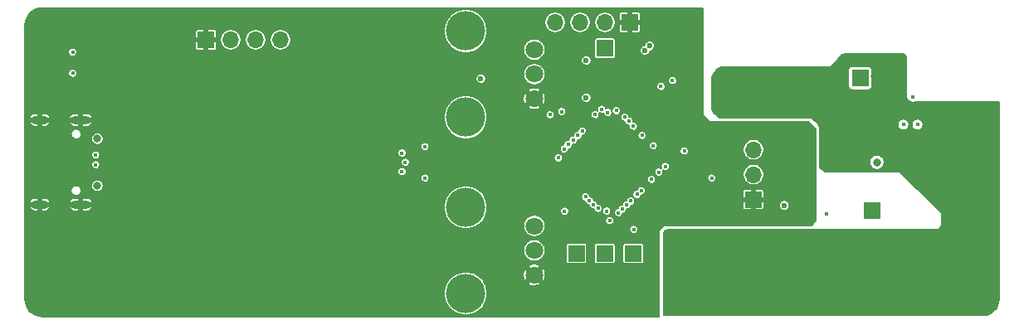
<source format=gbr>
G04 #@! TF.GenerationSoftware,KiCad,Pcbnew,5.1.5+dfsg1-2build2*
G04 #@! TF.CreationDate,2021-02-20T19:42:40+01:00*
G04 #@! TF.ProjectId,charge-hf,63686172-6765-42d6-9866-2e6b69636164,rev?*
G04 #@! TF.SameCoordinates,Original*
G04 #@! TF.FileFunction,Copper,L2,Inr*
G04 #@! TF.FilePolarity,Positive*
%FSLAX46Y46*%
G04 Gerber Fmt 4.6, Leading zero omitted, Abs format (unit mm)*
G04 Created by KiCad (PCBNEW 5.1.5+dfsg1-2build2) date 2021-02-20 19:42:40*
%MOMM*%
%LPD*%
G04 APERTURE LIST*
%ADD10C,4.000000*%
%ADD11C,1.800000*%
%ADD12O,1.700000X1.700000*%
%ADD13R,1.700000X1.700000*%
%ADD14O,1.700000X0.900000*%
%ADD15O,2.000000X0.900000*%
%ADD16C,0.450000*%
%ADD17C,0.800000*%
%ADD18C,0.600000*%
%ADD19C,0.130000*%
%ADD20C,0.150000*%
G04 APERTURE END LIST*
D10*
X145200000Y-84600000D03*
X145200000Y-93400000D03*
D11*
X152200000Y-86500000D03*
X152200000Y-89000000D03*
X152200000Y-91500000D03*
D10*
X145200000Y-66600000D03*
X145200000Y-75400000D03*
D11*
X152200000Y-68500000D03*
X152200000Y-71000000D03*
X152200000Y-73500000D03*
D12*
X126320000Y-67500000D03*
X123780000Y-67500000D03*
X121240000Y-67500000D03*
D13*
X118700000Y-67500000D03*
X161950000Y-65700000D03*
D12*
X159410000Y-65700000D03*
X156870000Y-65700000D03*
X154330000Y-65700000D03*
D13*
X162300000Y-89300000D03*
X159400000Y-68350000D03*
X159400000Y-89300000D03*
D12*
X174550000Y-78720000D03*
X174550000Y-81260000D03*
D13*
X174550000Y-83800000D03*
X186650000Y-84950000D03*
X156500000Y-89300000D03*
X185450000Y-71400000D03*
D14*
X101760000Y-84320000D03*
X101760000Y-75680000D03*
D15*
X105930000Y-84320000D03*
X105930000Y-75680000D03*
D16*
X166300000Y-71650004D03*
X160781372Y-85147106D03*
D17*
X107625000Y-82400000D03*
X107625000Y-77600000D03*
D18*
X157500000Y-69600000D03*
X163966599Y-68116599D03*
X163506616Y-68559723D03*
X177700157Y-84398157D03*
D16*
X167500000Y-78850000D03*
X163113131Y-82897192D03*
X157837448Y-83937272D03*
X190850000Y-73300000D03*
X159588442Y-84984558D03*
X155650000Y-78200000D03*
X105100000Y-70900000D03*
X160573740Y-74726260D03*
X155300000Y-85000000D03*
X139046116Y-80000000D03*
X105100000Y-68750000D03*
D18*
X157500000Y-73400000D03*
D16*
X165572377Y-80426248D03*
X154650000Y-79550000D03*
D18*
X146750000Y-71450000D03*
D16*
X161617018Y-84340014D03*
X157429348Y-83529354D03*
X158700000Y-84700000D03*
X191300000Y-76150000D03*
X159900000Y-85950000D03*
X156150000Y-77750000D03*
X162048506Y-83956936D03*
X155000000Y-74823000D03*
X157100000Y-76800000D03*
X162303990Y-76328095D03*
X141050000Y-81600000D03*
X161437015Y-75395123D03*
X138700000Y-79050000D03*
X163199996Y-77250000D03*
X141050000Y-78400000D03*
X156650000Y-77250000D03*
X161877010Y-75800000D03*
X107450000Y-80250000D03*
X107450000Y-79250000D03*
X138700000Y-80950000D03*
X164350000Y-78300000D03*
X161200000Y-84750000D03*
X159699996Y-74900000D03*
X159075212Y-74572271D03*
X155250000Y-78650000D03*
X153808694Y-75139958D03*
X158407051Y-75139958D03*
X164900000Y-81000000D03*
X164153561Y-81746439D03*
X162350000Y-86850000D03*
X165123000Y-72250000D03*
X162675000Y-83275000D03*
X158243025Y-84347699D03*
X182050000Y-85249994D03*
X174200000Y-85950000D03*
X172400000Y-85950000D03*
X170600000Y-85950000D03*
X168800000Y-85950000D03*
X167000000Y-85950000D03*
D17*
X159950000Y-77000000D03*
X162950000Y-80000000D03*
X161950000Y-79000000D03*
X160950000Y-78000000D03*
X158950000Y-78000000D03*
X161950000Y-81000000D03*
X160950000Y-80000000D03*
X159950000Y-79000000D03*
X157950000Y-79000000D03*
X158950000Y-80000000D03*
X159950000Y-81000000D03*
X160950000Y-82000000D03*
X157950000Y-81000000D03*
X158950000Y-82000000D03*
X159950000Y-83000000D03*
X156950000Y-80000000D03*
D18*
X167600000Y-68300000D03*
X168350000Y-68300000D03*
X167400000Y-69900000D03*
X169100000Y-68300000D03*
X163800000Y-66400000D03*
X163800000Y-65600000D03*
X163800000Y-64800000D03*
X162750000Y-68300000D03*
X161800000Y-67050000D03*
X161800000Y-67900000D03*
X158850000Y-71450000D03*
X160300000Y-71200000D03*
X169000000Y-64800000D03*
X169000000Y-65600000D03*
X169000000Y-66400000D03*
D16*
X159550000Y-73400000D03*
X151300000Y-82200000D03*
X156000000Y-82800000D03*
X153600000Y-82500000D03*
X152500000Y-81400000D03*
X154700000Y-83600000D03*
X177800000Y-85950000D03*
X176000000Y-85950000D03*
D17*
X155300000Y-95300000D03*
X157300000Y-95300000D03*
X159300000Y-95300000D03*
X161300000Y-95300000D03*
X163300000Y-95300000D03*
X162300000Y-95300000D03*
X160300000Y-95300000D03*
X158300000Y-95300000D03*
X156300000Y-95300000D03*
X155300000Y-94300000D03*
X155300000Y-93300000D03*
X156300000Y-93300000D03*
X156300000Y-94300000D03*
X157300000Y-94300000D03*
X157300000Y-93300000D03*
X158300000Y-93300000D03*
X159300000Y-93300000D03*
X160300000Y-93300000D03*
X161300000Y-93300000D03*
X162300000Y-93300000D03*
X163300000Y-93300000D03*
X163300000Y-94300000D03*
X162300000Y-94300000D03*
X161300000Y-94300000D03*
X160300000Y-94300000D03*
X159300000Y-94300000D03*
X158300000Y-94300000D03*
D18*
X156550000Y-69600000D03*
X156550000Y-73250000D03*
D16*
X164900000Y-84200000D03*
X163600000Y-85500000D03*
X165366259Y-84531291D03*
X167250000Y-82000000D03*
X162751935Y-75248065D03*
X167100000Y-77900000D03*
X169600000Y-77250000D03*
X155850000Y-76350000D03*
X153450000Y-80050000D03*
X156900000Y-86600000D03*
X157600000Y-86950000D03*
X156700000Y-84600000D03*
X142650000Y-80000000D03*
X136850000Y-80000000D03*
X148900000Y-80850000D03*
D18*
X180400000Y-81550000D03*
X180400000Y-80600000D03*
X180400000Y-79600000D03*
X175400000Y-80000000D03*
X176700000Y-84200000D03*
X176700000Y-82550000D03*
X178850000Y-78300000D03*
X180415000Y-84300000D03*
D17*
X187150000Y-80000000D03*
D16*
X170900000Y-84150000D03*
X169900000Y-84700000D03*
D17*
X166500000Y-94200000D03*
X166500000Y-92700000D03*
X166500000Y-88200000D03*
X166500000Y-89700000D03*
X166500000Y-91200000D03*
X182650000Y-79450000D03*
X183650000Y-79450000D03*
X184650000Y-79450000D03*
X185650000Y-79450000D03*
X182650000Y-80550000D03*
X183650000Y-80550000D03*
X184650000Y-80550000D03*
X185650000Y-80550000D03*
X197000000Y-77200000D03*
X198100000Y-77200000D03*
X195900000Y-77200000D03*
X194800000Y-77200000D03*
X199200000Y-77200000D03*
X197000000Y-82800000D03*
X195900000Y-82800000D03*
X198100000Y-82800000D03*
X199200000Y-82800000D03*
X194800000Y-82800000D03*
X197000000Y-85700000D03*
X198100000Y-85700000D03*
X195900000Y-85700000D03*
X194800000Y-85700000D03*
X199200000Y-85700000D03*
X199200000Y-74300000D03*
X197000000Y-74300000D03*
X198100000Y-74300000D03*
X195900000Y-74300000D03*
X194800000Y-74300000D03*
X184950000Y-73000000D03*
X185950000Y-73000000D03*
X186950000Y-73000000D03*
X186950000Y-71200000D03*
X186950000Y-69350000D03*
X181550000Y-74300000D03*
X181550000Y-73350000D03*
X170850000Y-73950000D03*
X171750000Y-74900000D03*
X173250000Y-74900000D03*
X174800000Y-74900000D03*
X175450000Y-72150000D03*
D16*
X189850000Y-76150000D03*
X170300000Y-81600000D03*
D19*
G36*
X189805336Y-68930364D02*
G01*
X189910110Y-68973763D01*
X190003499Y-69045423D01*
X190004577Y-69046501D01*
X190076237Y-69139890D01*
X190119636Y-69244664D01*
X190135000Y-69361368D01*
X190135000Y-73250000D01*
X190135556Y-73258484D01*
X190152593Y-73387894D01*
X190156985Y-73404284D01*
X190206935Y-73524874D01*
X190215419Y-73539570D01*
X190294879Y-73643123D01*
X190306877Y-73655121D01*
X190410430Y-73734581D01*
X190425126Y-73743065D01*
X190493520Y-73771395D01*
X190570530Y-73822851D01*
X190677903Y-73867327D01*
X190791890Y-73890000D01*
X190908110Y-73890000D01*
X191022097Y-73867327D01*
X191129470Y-73822851D01*
X191141220Y-73815000D01*
X199610001Y-73815000D01*
X199610002Y-93980912D01*
X199577503Y-94312355D01*
X199486791Y-94612810D01*
X199339443Y-94889930D01*
X199141081Y-95133145D01*
X198899258Y-95333199D01*
X198623176Y-95482476D01*
X198323356Y-95575285D01*
X197993063Y-95610000D01*
X165415000Y-95610001D01*
X165415000Y-87304261D01*
X165430364Y-87187557D01*
X165473763Y-87082783D01*
X165542806Y-86992806D01*
X165632783Y-86923763D01*
X165737557Y-86880364D01*
X165854261Y-86865000D01*
X193200000Y-86865000D01*
X193208484Y-86864444D01*
X193337894Y-86847407D01*
X193354284Y-86843015D01*
X193474874Y-86793065D01*
X193489570Y-86784581D01*
X193593123Y-86705121D01*
X193605121Y-86693123D01*
X193684581Y-86589570D01*
X193693065Y-86574874D01*
X193743015Y-86454284D01*
X193747407Y-86437894D01*
X193764444Y-86308484D01*
X193765000Y-86300000D01*
X193765000Y-85408842D01*
X193764436Y-85400294D01*
X193747143Y-85269932D01*
X193742685Y-85253428D01*
X193692001Y-85132084D01*
X193683395Y-85117313D01*
X193602827Y-85013380D01*
X193597144Y-85006970D01*
X189641768Y-81098128D01*
X189635394Y-81092599D01*
X189532229Y-81014242D01*
X189517610Y-81005878D01*
X189397777Y-80956657D01*
X189381502Y-80952331D01*
X189253045Y-80935548D01*
X189244624Y-80935000D01*
X181961368Y-80935000D01*
X181844664Y-80919636D01*
X181739890Y-80876237D01*
X181646501Y-80804577D01*
X181445423Y-80603499D01*
X181373763Y-80510110D01*
X181330364Y-80405336D01*
X181315000Y-80288632D01*
X181315000Y-79924654D01*
X186385000Y-79924654D01*
X186385000Y-80075346D01*
X186414398Y-80223142D01*
X186472065Y-80362364D01*
X186555785Y-80487659D01*
X186662341Y-80594215D01*
X186787636Y-80677935D01*
X186926858Y-80735602D01*
X187074654Y-80765000D01*
X187225346Y-80765000D01*
X187373142Y-80735602D01*
X187512364Y-80677935D01*
X187637659Y-80594215D01*
X187744215Y-80487659D01*
X187827935Y-80362364D01*
X187885602Y-80223142D01*
X187915000Y-80075346D01*
X187915000Y-79924654D01*
X187885602Y-79776858D01*
X187827935Y-79637636D01*
X187744215Y-79512341D01*
X187637659Y-79405785D01*
X187512364Y-79322065D01*
X187373142Y-79264398D01*
X187225346Y-79235000D01*
X187074654Y-79235000D01*
X186926858Y-79264398D01*
X186787636Y-79322065D01*
X186662341Y-79405785D01*
X186555785Y-79512341D01*
X186472065Y-79637636D01*
X186414398Y-79776858D01*
X186385000Y-79924654D01*
X181315000Y-79924654D01*
X181315000Y-76457107D01*
X181314444Y-76448623D01*
X181297407Y-76319213D01*
X181293015Y-76302823D01*
X181243065Y-76182233D01*
X181234581Y-76167537D01*
X181176535Y-76091890D01*
X189260000Y-76091890D01*
X189260000Y-76208110D01*
X189282673Y-76322097D01*
X189327149Y-76429470D01*
X189391717Y-76526103D01*
X189473897Y-76608283D01*
X189570530Y-76672851D01*
X189677903Y-76717327D01*
X189791890Y-76740000D01*
X189908110Y-76740000D01*
X190022097Y-76717327D01*
X190129470Y-76672851D01*
X190226103Y-76608283D01*
X190308283Y-76526103D01*
X190372851Y-76429470D01*
X190417327Y-76322097D01*
X190440000Y-76208110D01*
X190440000Y-76091890D01*
X190710000Y-76091890D01*
X190710000Y-76208110D01*
X190732673Y-76322097D01*
X190777149Y-76429470D01*
X190841717Y-76526103D01*
X190923897Y-76608283D01*
X191020530Y-76672851D01*
X191127903Y-76717327D01*
X191241890Y-76740000D01*
X191358110Y-76740000D01*
X191472097Y-76717327D01*
X191579470Y-76672851D01*
X191676103Y-76608283D01*
X191758283Y-76526103D01*
X191822851Y-76429470D01*
X191867327Y-76322097D01*
X191890000Y-76208110D01*
X191890000Y-76091890D01*
X191867327Y-75977903D01*
X191822851Y-75870530D01*
X191758283Y-75773897D01*
X191676103Y-75691717D01*
X191579470Y-75627149D01*
X191472097Y-75582673D01*
X191358110Y-75560000D01*
X191241890Y-75560000D01*
X191127903Y-75582673D01*
X191020530Y-75627149D01*
X190923897Y-75691717D01*
X190841717Y-75773897D01*
X190777149Y-75870530D01*
X190732673Y-75977903D01*
X190710000Y-76091890D01*
X190440000Y-76091890D01*
X190417327Y-75977903D01*
X190372851Y-75870530D01*
X190308283Y-75773897D01*
X190226103Y-75691717D01*
X190129470Y-75627149D01*
X190022097Y-75582673D01*
X189908110Y-75560000D01*
X189791890Y-75560000D01*
X189677903Y-75582673D01*
X189570530Y-75627149D01*
X189473897Y-75691717D01*
X189391717Y-75773897D01*
X189327149Y-75870530D01*
X189282673Y-75977903D01*
X189260000Y-76091890D01*
X181176535Y-76091890D01*
X181155121Y-76063983D01*
X181149515Y-76057591D01*
X180692409Y-75600485D01*
X180686017Y-75594879D01*
X180582463Y-75515419D01*
X180567767Y-75506935D01*
X180447177Y-75456985D01*
X180430787Y-75452593D01*
X180301377Y-75435556D01*
X180292893Y-75435000D01*
X171211368Y-75435000D01*
X171094664Y-75419636D01*
X170989890Y-75376237D01*
X170896501Y-75304577D01*
X170495423Y-74903499D01*
X170423763Y-74810110D01*
X170380364Y-74705336D01*
X170365000Y-74588632D01*
X170365000Y-71284993D01*
X170391471Y-71132819D01*
X170467780Y-70998515D01*
X170837145Y-70550000D01*
X184233234Y-70550000D01*
X184233234Y-72250000D01*
X184240281Y-72321552D01*
X184261152Y-72390355D01*
X184295045Y-72453764D01*
X184340657Y-72509343D01*
X184396236Y-72554955D01*
X184459645Y-72588848D01*
X184528448Y-72609719D01*
X184600000Y-72616766D01*
X186300000Y-72616766D01*
X186371552Y-72609719D01*
X186440355Y-72588848D01*
X186503764Y-72554955D01*
X186559343Y-72509343D01*
X186604955Y-72453764D01*
X186638848Y-72390355D01*
X186659719Y-72321552D01*
X186666766Y-72250000D01*
X186666766Y-70550000D01*
X186659719Y-70478448D01*
X186638848Y-70409645D01*
X186604955Y-70346236D01*
X186559343Y-70290657D01*
X186503764Y-70245045D01*
X186440355Y-70211152D01*
X186371552Y-70190281D01*
X186300000Y-70183234D01*
X184600000Y-70183234D01*
X184528448Y-70190281D01*
X184459645Y-70211152D01*
X184396236Y-70245045D01*
X184340657Y-70290657D01*
X184295045Y-70346236D01*
X184261152Y-70409645D01*
X184240281Y-70478448D01*
X184233234Y-70550000D01*
X170837145Y-70550000D01*
X170897128Y-70477164D01*
X170995093Y-70388626D01*
X171110130Y-70334338D01*
X171240746Y-70315000D01*
X182181965Y-70315000D01*
X182190847Y-70314390D01*
X182326207Y-70295719D01*
X182343307Y-70290910D01*
X182468557Y-70236292D01*
X182483716Y-70227034D01*
X182589503Y-70140549D01*
X182595994Y-70134455D01*
X183596235Y-69057272D01*
X183691625Y-68979286D01*
X183800438Y-68931836D01*
X183922495Y-68915000D01*
X189688632Y-68915000D01*
X189805336Y-68930364D01*
G37*
X189805336Y-68930364D02*
X189910110Y-68973763D01*
X190003499Y-69045423D01*
X190004577Y-69046501D01*
X190076237Y-69139890D01*
X190119636Y-69244664D01*
X190135000Y-69361368D01*
X190135000Y-73250000D01*
X190135556Y-73258484D01*
X190152593Y-73387894D01*
X190156985Y-73404284D01*
X190206935Y-73524874D01*
X190215419Y-73539570D01*
X190294879Y-73643123D01*
X190306877Y-73655121D01*
X190410430Y-73734581D01*
X190425126Y-73743065D01*
X190493520Y-73771395D01*
X190570530Y-73822851D01*
X190677903Y-73867327D01*
X190791890Y-73890000D01*
X190908110Y-73890000D01*
X191022097Y-73867327D01*
X191129470Y-73822851D01*
X191141220Y-73815000D01*
X199610001Y-73815000D01*
X199610002Y-93980912D01*
X199577503Y-94312355D01*
X199486791Y-94612810D01*
X199339443Y-94889930D01*
X199141081Y-95133145D01*
X198899258Y-95333199D01*
X198623176Y-95482476D01*
X198323356Y-95575285D01*
X197993063Y-95610000D01*
X165415000Y-95610001D01*
X165415000Y-87304261D01*
X165430364Y-87187557D01*
X165473763Y-87082783D01*
X165542806Y-86992806D01*
X165632783Y-86923763D01*
X165737557Y-86880364D01*
X165854261Y-86865000D01*
X193200000Y-86865000D01*
X193208484Y-86864444D01*
X193337894Y-86847407D01*
X193354284Y-86843015D01*
X193474874Y-86793065D01*
X193489570Y-86784581D01*
X193593123Y-86705121D01*
X193605121Y-86693123D01*
X193684581Y-86589570D01*
X193693065Y-86574874D01*
X193743015Y-86454284D01*
X193747407Y-86437894D01*
X193764444Y-86308484D01*
X193765000Y-86300000D01*
X193765000Y-85408842D01*
X193764436Y-85400294D01*
X193747143Y-85269932D01*
X193742685Y-85253428D01*
X193692001Y-85132084D01*
X193683395Y-85117313D01*
X193602827Y-85013380D01*
X193597144Y-85006970D01*
X189641768Y-81098128D01*
X189635394Y-81092599D01*
X189532229Y-81014242D01*
X189517610Y-81005878D01*
X189397777Y-80956657D01*
X189381502Y-80952331D01*
X189253045Y-80935548D01*
X189244624Y-80935000D01*
X181961368Y-80935000D01*
X181844664Y-80919636D01*
X181739890Y-80876237D01*
X181646501Y-80804577D01*
X181445423Y-80603499D01*
X181373763Y-80510110D01*
X181330364Y-80405336D01*
X181315000Y-80288632D01*
X181315000Y-79924654D01*
X186385000Y-79924654D01*
X186385000Y-80075346D01*
X186414398Y-80223142D01*
X186472065Y-80362364D01*
X186555785Y-80487659D01*
X186662341Y-80594215D01*
X186787636Y-80677935D01*
X186926858Y-80735602D01*
X187074654Y-80765000D01*
X187225346Y-80765000D01*
X187373142Y-80735602D01*
X187512364Y-80677935D01*
X187637659Y-80594215D01*
X187744215Y-80487659D01*
X187827935Y-80362364D01*
X187885602Y-80223142D01*
X187915000Y-80075346D01*
X187915000Y-79924654D01*
X187885602Y-79776858D01*
X187827935Y-79637636D01*
X187744215Y-79512341D01*
X187637659Y-79405785D01*
X187512364Y-79322065D01*
X187373142Y-79264398D01*
X187225346Y-79235000D01*
X187074654Y-79235000D01*
X186926858Y-79264398D01*
X186787636Y-79322065D01*
X186662341Y-79405785D01*
X186555785Y-79512341D01*
X186472065Y-79637636D01*
X186414398Y-79776858D01*
X186385000Y-79924654D01*
X181315000Y-79924654D01*
X181315000Y-76457107D01*
X181314444Y-76448623D01*
X181297407Y-76319213D01*
X181293015Y-76302823D01*
X181243065Y-76182233D01*
X181234581Y-76167537D01*
X181176535Y-76091890D01*
X189260000Y-76091890D01*
X189260000Y-76208110D01*
X189282673Y-76322097D01*
X189327149Y-76429470D01*
X189391717Y-76526103D01*
X189473897Y-76608283D01*
X189570530Y-76672851D01*
X189677903Y-76717327D01*
X189791890Y-76740000D01*
X189908110Y-76740000D01*
X190022097Y-76717327D01*
X190129470Y-76672851D01*
X190226103Y-76608283D01*
X190308283Y-76526103D01*
X190372851Y-76429470D01*
X190417327Y-76322097D01*
X190440000Y-76208110D01*
X190440000Y-76091890D01*
X190710000Y-76091890D01*
X190710000Y-76208110D01*
X190732673Y-76322097D01*
X190777149Y-76429470D01*
X190841717Y-76526103D01*
X190923897Y-76608283D01*
X191020530Y-76672851D01*
X191127903Y-76717327D01*
X191241890Y-76740000D01*
X191358110Y-76740000D01*
X191472097Y-76717327D01*
X191579470Y-76672851D01*
X191676103Y-76608283D01*
X191758283Y-76526103D01*
X191822851Y-76429470D01*
X191867327Y-76322097D01*
X191890000Y-76208110D01*
X191890000Y-76091890D01*
X191867327Y-75977903D01*
X191822851Y-75870530D01*
X191758283Y-75773897D01*
X191676103Y-75691717D01*
X191579470Y-75627149D01*
X191472097Y-75582673D01*
X191358110Y-75560000D01*
X191241890Y-75560000D01*
X191127903Y-75582673D01*
X191020530Y-75627149D01*
X190923897Y-75691717D01*
X190841717Y-75773897D01*
X190777149Y-75870530D01*
X190732673Y-75977903D01*
X190710000Y-76091890D01*
X190440000Y-76091890D01*
X190417327Y-75977903D01*
X190372851Y-75870530D01*
X190308283Y-75773897D01*
X190226103Y-75691717D01*
X190129470Y-75627149D01*
X190022097Y-75582673D01*
X189908110Y-75560000D01*
X189791890Y-75560000D01*
X189677903Y-75582673D01*
X189570530Y-75627149D01*
X189473897Y-75691717D01*
X189391717Y-75773897D01*
X189327149Y-75870530D01*
X189282673Y-75977903D01*
X189260000Y-76091890D01*
X181176535Y-76091890D01*
X181155121Y-76063983D01*
X181149515Y-76057591D01*
X180692409Y-75600485D01*
X180686017Y-75594879D01*
X180582463Y-75515419D01*
X180567767Y-75506935D01*
X180447177Y-75456985D01*
X180430787Y-75452593D01*
X180301377Y-75435556D01*
X180292893Y-75435000D01*
X171211368Y-75435000D01*
X171094664Y-75419636D01*
X170989890Y-75376237D01*
X170896501Y-75304577D01*
X170495423Y-74903499D01*
X170423763Y-74810110D01*
X170380364Y-74705336D01*
X170365000Y-74588632D01*
X170365000Y-71284993D01*
X170391471Y-71132819D01*
X170467780Y-70998515D01*
X170837145Y-70550000D01*
X184233234Y-70550000D01*
X184233234Y-72250000D01*
X184240281Y-72321552D01*
X184261152Y-72390355D01*
X184295045Y-72453764D01*
X184340657Y-72509343D01*
X184396236Y-72554955D01*
X184459645Y-72588848D01*
X184528448Y-72609719D01*
X184600000Y-72616766D01*
X186300000Y-72616766D01*
X186371552Y-72609719D01*
X186440355Y-72588848D01*
X186503764Y-72554955D01*
X186559343Y-72509343D01*
X186604955Y-72453764D01*
X186638848Y-72390355D01*
X186659719Y-72321552D01*
X186666766Y-72250000D01*
X186666766Y-70550000D01*
X186659719Y-70478448D01*
X186638848Y-70409645D01*
X186604955Y-70346236D01*
X186559343Y-70290657D01*
X186503764Y-70245045D01*
X186440355Y-70211152D01*
X186371552Y-70190281D01*
X186300000Y-70183234D01*
X184600000Y-70183234D01*
X184528448Y-70190281D01*
X184459645Y-70211152D01*
X184396236Y-70245045D01*
X184340657Y-70290657D01*
X184295045Y-70346236D01*
X184261152Y-70409645D01*
X184240281Y-70478448D01*
X184233234Y-70550000D01*
X170837145Y-70550000D01*
X170897128Y-70477164D01*
X170995093Y-70388626D01*
X171110130Y-70334338D01*
X171240746Y-70315000D01*
X182181965Y-70315000D01*
X182190847Y-70314390D01*
X182326207Y-70295719D01*
X182343307Y-70290910D01*
X182468557Y-70236292D01*
X182483716Y-70227034D01*
X182589503Y-70140549D01*
X182595994Y-70134455D01*
X183596235Y-69057272D01*
X183691625Y-68979286D01*
X183800438Y-68931836D01*
X183922495Y-68915000D01*
X189688632Y-68915000D01*
X189805336Y-68930364D01*
D20*
G36*
X169425000Y-64249999D02*
G01*
X169425000Y-75200000D01*
X169426441Y-75214632D01*
X169430709Y-75228701D01*
X169437640Y-75241668D01*
X169446967Y-75253033D01*
X170046967Y-75853033D01*
X170058332Y-75862360D01*
X170071299Y-75869291D01*
X170085368Y-75873559D01*
X170100000Y-75875000D01*
X180166320Y-75875000D01*
X180875000Y-76672265D01*
X180875000Y-80292893D01*
X180878208Y-80341840D01*
X180895245Y-80471250D01*
X180920582Y-80565809D01*
X180925000Y-80576475D01*
X180925000Y-85968934D01*
X180468934Y-86425000D01*
X165500000Y-86425000D01*
X165485368Y-86426441D01*
X165471299Y-86430709D01*
X165458332Y-86437640D01*
X165446967Y-86446967D01*
X164946967Y-86946967D01*
X164937640Y-86958332D01*
X164930709Y-86971299D01*
X164926441Y-86985368D01*
X164925000Y-87000000D01*
X164925000Y-95750001D01*
X102012239Y-95750002D01*
X101660321Y-95715496D01*
X101333584Y-95616848D01*
X101032225Y-95456613D01*
X100767734Y-95240899D01*
X100550177Y-94977918D01*
X100387845Y-94677691D01*
X100286916Y-94351642D01*
X100250002Y-94000424D01*
X100250000Y-93999978D01*
X100250000Y-93180857D01*
X142975000Y-93180857D01*
X142975000Y-93619143D01*
X143060505Y-94049009D01*
X143228230Y-94453933D01*
X143471730Y-94818355D01*
X143781645Y-95128270D01*
X144146067Y-95371770D01*
X144550991Y-95539495D01*
X144980857Y-95625000D01*
X145419143Y-95625000D01*
X145849009Y-95539495D01*
X146253933Y-95371770D01*
X146618355Y-95128270D01*
X146928270Y-94818355D01*
X147171770Y-94453933D01*
X147339495Y-94049009D01*
X147425000Y-93619143D01*
X147425000Y-93180857D01*
X147339495Y-92750991D01*
X147185236Y-92378575D01*
X151568912Y-92378575D01*
X151679152Y-92514613D01*
X151887102Y-92596730D01*
X152107076Y-92636700D01*
X152330620Y-92632988D01*
X152549145Y-92585736D01*
X152720848Y-92514613D01*
X152831088Y-92378575D01*
X152200000Y-91747487D01*
X151568912Y-92378575D01*
X147185236Y-92378575D01*
X147171770Y-92346067D01*
X146928270Y-91981645D01*
X146618355Y-91671730D01*
X146253933Y-91428230D01*
X146202863Y-91407076D01*
X151063300Y-91407076D01*
X151067012Y-91630620D01*
X151114264Y-91849145D01*
X151185387Y-92020848D01*
X151321425Y-92131088D01*
X151952513Y-91500000D01*
X152447487Y-91500000D01*
X153078575Y-92131088D01*
X153214613Y-92020848D01*
X153296730Y-91812898D01*
X153336700Y-91592924D01*
X153332988Y-91369380D01*
X153285736Y-91150855D01*
X153214613Y-90979152D01*
X153078575Y-90868912D01*
X152447487Y-91500000D01*
X151952513Y-91500000D01*
X151321425Y-90868912D01*
X151185387Y-90979152D01*
X151103270Y-91187102D01*
X151063300Y-91407076D01*
X146202863Y-91407076D01*
X145849009Y-91260505D01*
X145419143Y-91175000D01*
X144980857Y-91175000D01*
X144550991Y-91260505D01*
X144146067Y-91428230D01*
X143781645Y-91671730D01*
X143471730Y-91981645D01*
X143228230Y-92346067D01*
X143060505Y-92750991D01*
X142975000Y-93180857D01*
X100250000Y-93180857D01*
X100250000Y-90621425D01*
X151568912Y-90621425D01*
X152200000Y-91252513D01*
X152831088Y-90621425D01*
X152720848Y-90485387D01*
X152512898Y-90403270D01*
X152292924Y-90363300D01*
X152069380Y-90367012D01*
X151850855Y-90414264D01*
X151679152Y-90485387D01*
X151568912Y-90621425D01*
X100250000Y-90621425D01*
X100250000Y-88889197D01*
X151075000Y-88889197D01*
X151075000Y-89110803D01*
X151118233Y-89328150D01*
X151203038Y-89532887D01*
X151326156Y-89717145D01*
X151482855Y-89873844D01*
X151667113Y-89996962D01*
X151871850Y-90081767D01*
X152089197Y-90125000D01*
X152310803Y-90125000D01*
X152528150Y-90081767D01*
X152732887Y-89996962D01*
X152917145Y-89873844D01*
X153073844Y-89717145D01*
X153196962Y-89532887D01*
X153281767Y-89328150D01*
X153325000Y-89110803D01*
X153325000Y-88889197D01*
X153281767Y-88671850D01*
X153196962Y-88467113D01*
X153185528Y-88450000D01*
X155423912Y-88450000D01*
X155423912Y-90150000D01*
X155428256Y-90194108D01*
X155441122Y-90236520D01*
X155462015Y-90275608D01*
X155490132Y-90309868D01*
X155524392Y-90337985D01*
X155563480Y-90358878D01*
X155605892Y-90371744D01*
X155650000Y-90376088D01*
X157350000Y-90376088D01*
X157394108Y-90371744D01*
X157436520Y-90358878D01*
X157475608Y-90337985D01*
X157509868Y-90309868D01*
X157537985Y-90275608D01*
X157558878Y-90236520D01*
X157571744Y-90194108D01*
X157576088Y-90150000D01*
X157576088Y-88450000D01*
X158323912Y-88450000D01*
X158323912Y-90150000D01*
X158328256Y-90194108D01*
X158341122Y-90236520D01*
X158362015Y-90275608D01*
X158390132Y-90309868D01*
X158424392Y-90337985D01*
X158463480Y-90358878D01*
X158505892Y-90371744D01*
X158550000Y-90376088D01*
X160250000Y-90376088D01*
X160294108Y-90371744D01*
X160336520Y-90358878D01*
X160375608Y-90337985D01*
X160409868Y-90309868D01*
X160437985Y-90275608D01*
X160458878Y-90236520D01*
X160471744Y-90194108D01*
X160476088Y-90150000D01*
X160476088Y-88450000D01*
X161223912Y-88450000D01*
X161223912Y-90150000D01*
X161228256Y-90194108D01*
X161241122Y-90236520D01*
X161262015Y-90275608D01*
X161290132Y-90309868D01*
X161324392Y-90337985D01*
X161363480Y-90358878D01*
X161405892Y-90371744D01*
X161450000Y-90376088D01*
X163150000Y-90376088D01*
X163194108Y-90371744D01*
X163236520Y-90358878D01*
X163275608Y-90337985D01*
X163309868Y-90309868D01*
X163337985Y-90275608D01*
X163358878Y-90236520D01*
X163371744Y-90194108D01*
X163376088Y-90150000D01*
X163376088Y-88450000D01*
X163371744Y-88405892D01*
X163358878Y-88363480D01*
X163337985Y-88324392D01*
X163309868Y-88290132D01*
X163275608Y-88262015D01*
X163236520Y-88241122D01*
X163194108Y-88228256D01*
X163150000Y-88223912D01*
X161450000Y-88223912D01*
X161405892Y-88228256D01*
X161363480Y-88241122D01*
X161324392Y-88262015D01*
X161290132Y-88290132D01*
X161262015Y-88324392D01*
X161241122Y-88363480D01*
X161228256Y-88405892D01*
X161223912Y-88450000D01*
X160476088Y-88450000D01*
X160471744Y-88405892D01*
X160458878Y-88363480D01*
X160437985Y-88324392D01*
X160409868Y-88290132D01*
X160375608Y-88262015D01*
X160336520Y-88241122D01*
X160294108Y-88228256D01*
X160250000Y-88223912D01*
X158550000Y-88223912D01*
X158505892Y-88228256D01*
X158463480Y-88241122D01*
X158424392Y-88262015D01*
X158390132Y-88290132D01*
X158362015Y-88324392D01*
X158341122Y-88363480D01*
X158328256Y-88405892D01*
X158323912Y-88450000D01*
X157576088Y-88450000D01*
X157571744Y-88405892D01*
X157558878Y-88363480D01*
X157537985Y-88324392D01*
X157509868Y-88290132D01*
X157475608Y-88262015D01*
X157436520Y-88241122D01*
X157394108Y-88228256D01*
X157350000Y-88223912D01*
X155650000Y-88223912D01*
X155605892Y-88228256D01*
X155563480Y-88241122D01*
X155524392Y-88262015D01*
X155490132Y-88290132D01*
X155462015Y-88324392D01*
X155441122Y-88363480D01*
X155428256Y-88405892D01*
X155423912Y-88450000D01*
X153185528Y-88450000D01*
X153073844Y-88282855D01*
X152917145Y-88126156D01*
X152732887Y-88003038D01*
X152528150Y-87918233D01*
X152310803Y-87875000D01*
X152089197Y-87875000D01*
X151871850Y-87918233D01*
X151667113Y-88003038D01*
X151482855Y-88126156D01*
X151326156Y-88282855D01*
X151203038Y-88467113D01*
X151118233Y-88671850D01*
X151075000Y-88889197D01*
X100250000Y-88889197D01*
X100250000Y-84596447D01*
X100733261Y-84596447D01*
X100751888Y-84680625D01*
X100833927Y-84792332D01*
X100936183Y-84885888D01*
X101054726Y-84957697D01*
X101185000Y-85005000D01*
X101585000Y-85005000D01*
X101585000Y-84495000D01*
X101935000Y-84495000D01*
X101935000Y-85005000D01*
X102335000Y-85005000D01*
X102465274Y-84957697D01*
X102583817Y-84885888D01*
X102686073Y-84792332D01*
X102768112Y-84680625D01*
X102786739Y-84596447D01*
X104753261Y-84596447D01*
X104771888Y-84680625D01*
X104853927Y-84792332D01*
X104956183Y-84885888D01*
X105074726Y-84957697D01*
X105205000Y-85005000D01*
X105755000Y-85005000D01*
X105755000Y-84495000D01*
X106105000Y-84495000D01*
X106105000Y-85005000D01*
X106655000Y-85005000D01*
X106785274Y-84957697D01*
X106903817Y-84885888D01*
X107006073Y-84792332D01*
X107088112Y-84680625D01*
X107106739Y-84596447D01*
X107081302Y-84495000D01*
X106105000Y-84495000D01*
X105755000Y-84495000D01*
X104778698Y-84495000D01*
X104753261Y-84596447D01*
X102786739Y-84596447D01*
X102761302Y-84495000D01*
X101935000Y-84495000D01*
X101585000Y-84495000D01*
X100758698Y-84495000D01*
X100733261Y-84596447D01*
X100250000Y-84596447D01*
X100250000Y-84380857D01*
X142975000Y-84380857D01*
X142975000Y-84819143D01*
X143060505Y-85249009D01*
X143228230Y-85653933D01*
X143471730Y-86018355D01*
X143781645Y-86328270D01*
X144146067Y-86571770D01*
X144550991Y-86739495D01*
X144980857Y-86825000D01*
X145419143Y-86825000D01*
X145849009Y-86739495D01*
X146253933Y-86571770D01*
X146527171Y-86389197D01*
X151075000Y-86389197D01*
X151075000Y-86610803D01*
X151118233Y-86828150D01*
X151203038Y-87032887D01*
X151326156Y-87217145D01*
X151482855Y-87373844D01*
X151667113Y-87496962D01*
X151871850Y-87581767D01*
X152089197Y-87625000D01*
X152310803Y-87625000D01*
X152528150Y-87581767D01*
X152732887Y-87496962D01*
X152917145Y-87373844D01*
X153073844Y-87217145D01*
X153196962Y-87032887D01*
X153281767Y-86828150D01*
X153286236Y-86805679D01*
X161900000Y-86805679D01*
X161900000Y-86894321D01*
X161917294Y-86981260D01*
X161951215Y-87063155D01*
X162000462Y-87136858D01*
X162063142Y-87199538D01*
X162136845Y-87248785D01*
X162218740Y-87282706D01*
X162305679Y-87300000D01*
X162394321Y-87300000D01*
X162481260Y-87282706D01*
X162563155Y-87248785D01*
X162636858Y-87199538D01*
X162699538Y-87136858D01*
X162748785Y-87063155D01*
X162782706Y-86981260D01*
X162800000Y-86894321D01*
X162800000Y-86805679D01*
X162782706Y-86718740D01*
X162748785Y-86636845D01*
X162699538Y-86563142D01*
X162636858Y-86500462D01*
X162563155Y-86451215D01*
X162481260Y-86417294D01*
X162394321Y-86400000D01*
X162305679Y-86400000D01*
X162218740Y-86417294D01*
X162136845Y-86451215D01*
X162063142Y-86500462D01*
X162000462Y-86563142D01*
X161951215Y-86636845D01*
X161917294Y-86718740D01*
X161900000Y-86805679D01*
X153286236Y-86805679D01*
X153325000Y-86610803D01*
X153325000Y-86389197D01*
X153281767Y-86171850D01*
X153196962Y-85967113D01*
X153155913Y-85905679D01*
X159450000Y-85905679D01*
X159450000Y-85994321D01*
X159467294Y-86081260D01*
X159501215Y-86163155D01*
X159550462Y-86236858D01*
X159613142Y-86299538D01*
X159686845Y-86348785D01*
X159768740Y-86382706D01*
X159855679Y-86400000D01*
X159944321Y-86400000D01*
X160031260Y-86382706D01*
X160113155Y-86348785D01*
X160186858Y-86299538D01*
X160249538Y-86236858D01*
X160298785Y-86163155D01*
X160332706Y-86081260D01*
X160350000Y-85994321D01*
X160350000Y-85905679D01*
X160332706Y-85818740D01*
X160298785Y-85736845D01*
X160249538Y-85663142D01*
X160186858Y-85600462D01*
X160113155Y-85551215D01*
X160031260Y-85517294D01*
X159944321Y-85500000D01*
X159855679Y-85500000D01*
X159768740Y-85517294D01*
X159686845Y-85551215D01*
X159613142Y-85600462D01*
X159550462Y-85663142D01*
X159501215Y-85736845D01*
X159467294Y-85818740D01*
X159450000Y-85905679D01*
X153155913Y-85905679D01*
X153073844Y-85782855D01*
X152917145Y-85626156D01*
X152732887Y-85503038D01*
X152528150Y-85418233D01*
X152310803Y-85375000D01*
X152089197Y-85375000D01*
X151871850Y-85418233D01*
X151667113Y-85503038D01*
X151482855Y-85626156D01*
X151326156Y-85782855D01*
X151203038Y-85967113D01*
X151118233Y-86171850D01*
X151075000Y-86389197D01*
X146527171Y-86389197D01*
X146618355Y-86328270D01*
X146928270Y-86018355D01*
X147171770Y-85653933D01*
X147339495Y-85249009D01*
X147397841Y-84955679D01*
X154850000Y-84955679D01*
X154850000Y-85044321D01*
X154867294Y-85131260D01*
X154901215Y-85213155D01*
X154950462Y-85286858D01*
X155013142Y-85349538D01*
X155086845Y-85398785D01*
X155168740Y-85432706D01*
X155255679Y-85450000D01*
X155344321Y-85450000D01*
X155431260Y-85432706D01*
X155513155Y-85398785D01*
X155586858Y-85349538D01*
X155649538Y-85286858D01*
X155698785Y-85213155D01*
X155732706Y-85131260D01*
X155750000Y-85044321D01*
X155750000Y-84955679D01*
X155732706Y-84868740D01*
X155698785Y-84786845D01*
X155649538Y-84713142D01*
X155586858Y-84650462D01*
X155513155Y-84601215D01*
X155431260Y-84567294D01*
X155344321Y-84550000D01*
X155255679Y-84550000D01*
X155168740Y-84567294D01*
X155086845Y-84601215D01*
X155013142Y-84650462D01*
X154950462Y-84713142D01*
X154901215Y-84786845D01*
X154867294Y-84868740D01*
X154850000Y-84955679D01*
X147397841Y-84955679D01*
X147425000Y-84819143D01*
X147425000Y-84380857D01*
X147339495Y-83950991D01*
X147171770Y-83546067D01*
X147130989Y-83485033D01*
X156979348Y-83485033D01*
X156979348Y-83573675D01*
X156996642Y-83660614D01*
X157030563Y-83742509D01*
X157079810Y-83816212D01*
X157142490Y-83878892D01*
X157216193Y-83928139D01*
X157298088Y-83962060D01*
X157385027Y-83979354D01*
X157387448Y-83979354D01*
X157387448Y-83981593D01*
X157404742Y-84068532D01*
X157438663Y-84150427D01*
X157487910Y-84224130D01*
X157550590Y-84286810D01*
X157624293Y-84336057D01*
X157706188Y-84369978D01*
X157793025Y-84387252D01*
X157793025Y-84392020D01*
X157810319Y-84478959D01*
X157844240Y-84560854D01*
X157893487Y-84634557D01*
X157956167Y-84697237D01*
X158029870Y-84746484D01*
X158111765Y-84780405D01*
X158198704Y-84797699D01*
X158260618Y-84797699D01*
X158267294Y-84831260D01*
X158301215Y-84913155D01*
X158350462Y-84986858D01*
X158413142Y-85049538D01*
X158486845Y-85098785D01*
X158568740Y-85132706D01*
X158655679Y-85150000D01*
X158744321Y-85150000D01*
X158831260Y-85132706D01*
X158913155Y-85098785D01*
X158986858Y-85049538D01*
X159049538Y-84986858D01*
X159080689Y-84940237D01*
X159138442Y-84940237D01*
X159138442Y-85028879D01*
X159155736Y-85115818D01*
X159189657Y-85197713D01*
X159238904Y-85271416D01*
X159301584Y-85334096D01*
X159375287Y-85383343D01*
X159457182Y-85417264D01*
X159544121Y-85434558D01*
X159632763Y-85434558D01*
X159719702Y-85417264D01*
X159801597Y-85383343D01*
X159875300Y-85334096D01*
X159937980Y-85271416D01*
X159987227Y-85197713D01*
X160021148Y-85115818D01*
X160023740Y-85102785D01*
X160331372Y-85102785D01*
X160331372Y-85191427D01*
X160348666Y-85278366D01*
X160382587Y-85360261D01*
X160431834Y-85433964D01*
X160494514Y-85496644D01*
X160568217Y-85545891D01*
X160650112Y-85579812D01*
X160737051Y-85597106D01*
X160825693Y-85597106D01*
X160912632Y-85579812D01*
X160994527Y-85545891D01*
X161068230Y-85496644D01*
X161130910Y-85433964D01*
X161180157Y-85360261D01*
X161214078Y-85278366D01*
X161229667Y-85200000D01*
X161244321Y-85200000D01*
X161331260Y-85182706D01*
X161413155Y-85148785D01*
X161486858Y-85099538D01*
X161549538Y-85036858D01*
X161598785Y-84963155D01*
X161632706Y-84881260D01*
X161650000Y-84794321D01*
X161650000Y-84790014D01*
X161661339Y-84790014D01*
X161748278Y-84772720D01*
X161830173Y-84738799D01*
X161903876Y-84689552D01*
X161943428Y-84650000D01*
X173463863Y-84650000D01*
X173468400Y-84696068D01*
X173481838Y-84740366D01*
X173503659Y-84781191D01*
X173533026Y-84816974D01*
X173568809Y-84846341D01*
X173609634Y-84868162D01*
X173653932Y-84881600D01*
X173700000Y-84886137D01*
X174316250Y-84885000D01*
X174375000Y-84826250D01*
X174375000Y-83975000D01*
X174725000Y-83975000D01*
X174725000Y-84826250D01*
X174783750Y-84885000D01*
X175400000Y-84886137D01*
X175446068Y-84881600D01*
X175490366Y-84868162D01*
X175531191Y-84846341D01*
X175566974Y-84816974D01*
X175596341Y-84781191D01*
X175618162Y-84740366D01*
X175631600Y-84696068D01*
X175636137Y-84650000D01*
X175635577Y-84346449D01*
X177175157Y-84346449D01*
X177175157Y-84449865D01*
X177195333Y-84551294D01*
X177234908Y-84646838D01*
X177292363Y-84732825D01*
X177365489Y-84805951D01*
X177451476Y-84863406D01*
X177547020Y-84902981D01*
X177648449Y-84923157D01*
X177751865Y-84923157D01*
X177853294Y-84902981D01*
X177948838Y-84863406D01*
X178034825Y-84805951D01*
X178107951Y-84732825D01*
X178165406Y-84646838D01*
X178204981Y-84551294D01*
X178225157Y-84449865D01*
X178225157Y-84346449D01*
X178204981Y-84245020D01*
X178165406Y-84149476D01*
X178107951Y-84063489D01*
X178034825Y-83990363D01*
X177948838Y-83932908D01*
X177853294Y-83893333D01*
X177751865Y-83873157D01*
X177648449Y-83873157D01*
X177547020Y-83893333D01*
X177451476Y-83932908D01*
X177365489Y-83990363D01*
X177292363Y-84063489D01*
X177234908Y-84149476D01*
X177195333Y-84245020D01*
X177175157Y-84346449D01*
X175635577Y-84346449D01*
X175635000Y-84033750D01*
X175576250Y-83975000D01*
X174725000Y-83975000D01*
X174375000Y-83975000D01*
X173523750Y-83975000D01*
X173465000Y-84033750D01*
X173463863Y-84650000D01*
X161943428Y-84650000D01*
X161966556Y-84626872D01*
X162015803Y-84553169D01*
X162049724Y-84471274D01*
X162062522Y-84406936D01*
X162092827Y-84406936D01*
X162179766Y-84389642D01*
X162261661Y-84355721D01*
X162335364Y-84306474D01*
X162398044Y-84243794D01*
X162447291Y-84170091D01*
X162481212Y-84088196D01*
X162498506Y-84001257D01*
X162498506Y-83912615D01*
X162481212Y-83825676D01*
X162447291Y-83743781D01*
X162398044Y-83670078D01*
X162335364Y-83607398D01*
X162261661Y-83558151D01*
X162179766Y-83524230D01*
X162092827Y-83506936D01*
X162004185Y-83506936D01*
X161917246Y-83524230D01*
X161835351Y-83558151D01*
X161761648Y-83607398D01*
X161698968Y-83670078D01*
X161649721Y-83743781D01*
X161615800Y-83825676D01*
X161603002Y-83890014D01*
X161572697Y-83890014D01*
X161485758Y-83907308D01*
X161403863Y-83941229D01*
X161330160Y-83990476D01*
X161267480Y-84053156D01*
X161218233Y-84126859D01*
X161184312Y-84208754D01*
X161167018Y-84295693D01*
X161167018Y-84300000D01*
X161155679Y-84300000D01*
X161068740Y-84317294D01*
X160986845Y-84351215D01*
X160913142Y-84400462D01*
X160850462Y-84463142D01*
X160801215Y-84536845D01*
X160767294Y-84618740D01*
X160751705Y-84697106D01*
X160737051Y-84697106D01*
X160650112Y-84714400D01*
X160568217Y-84748321D01*
X160494514Y-84797568D01*
X160431834Y-84860248D01*
X160382587Y-84933951D01*
X160348666Y-85015846D01*
X160331372Y-85102785D01*
X160023740Y-85102785D01*
X160038442Y-85028879D01*
X160038442Y-84940237D01*
X160021148Y-84853298D01*
X159987227Y-84771403D01*
X159937980Y-84697700D01*
X159875300Y-84635020D01*
X159801597Y-84585773D01*
X159719702Y-84551852D01*
X159632763Y-84534558D01*
X159544121Y-84534558D01*
X159457182Y-84551852D01*
X159375287Y-84585773D01*
X159301584Y-84635020D01*
X159238904Y-84697700D01*
X159189657Y-84771403D01*
X159155736Y-84853298D01*
X159138442Y-84940237D01*
X159080689Y-84940237D01*
X159098785Y-84913155D01*
X159132706Y-84831260D01*
X159150000Y-84744321D01*
X159150000Y-84655679D01*
X159132706Y-84568740D01*
X159098785Y-84486845D01*
X159049538Y-84413142D01*
X158986858Y-84350462D01*
X158913155Y-84301215D01*
X158831260Y-84267294D01*
X158744321Y-84250000D01*
X158682407Y-84250000D01*
X158675731Y-84216439D01*
X158641810Y-84134544D01*
X158592563Y-84060841D01*
X158529883Y-83998161D01*
X158456180Y-83948914D01*
X158374285Y-83914993D01*
X158287448Y-83897719D01*
X158287448Y-83892951D01*
X158270154Y-83806012D01*
X158236233Y-83724117D01*
X158186986Y-83650414D01*
X158124306Y-83587734D01*
X158050603Y-83538487D01*
X157968708Y-83504566D01*
X157881769Y-83487272D01*
X157879348Y-83487272D01*
X157879348Y-83485033D01*
X157862054Y-83398094D01*
X157828133Y-83316199D01*
X157778886Y-83242496D01*
X157767069Y-83230679D01*
X162225000Y-83230679D01*
X162225000Y-83319321D01*
X162242294Y-83406260D01*
X162276215Y-83488155D01*
X162325462Y-83561858D01*
X162388142Y-83624538D01*
X162461845Y-83673785D01*
X162543740Y-83707706D01*
X162630679Y-83725000D01*
X162719321Y-83725000D01*
X162806260Y-83707706D01*
X162888155Y-83673785D01*
X162961858Y-83624538D01*
X163024538Y-83561858D01*
X163073785Y-83488155D01*
X163107706Y-83406260D01*
X163119456Y-83347192D01*
X163157452Y-83347192D01*
X163244391Y-83329898D01*
X163326286Y-83295977D01*
X163399989Y-83246730D01*
X163462669Y-83184050D01*
X163511916Y-83110347D01*
X163545837Y-83028452D01*
X163561442Y-82950000D01*
X173463863Y-82950000D01*
X173465000Y-83566250D01*
X173523750Y-83625000D01*
X174375000Y-83625000D01*
X174375000Y-82773750D01*
X174725000Y-82773750D01*
X174725000Y-83625000D01*
X175576250Y-83625000D01*
X175635000Y-83566250D01*
X175636137Y-82950000D01*
X175631600Y-82903932D01*
X175618162Y-82859634D01*
X175596341Y-82818809D01*
X175566974Y-82783026D01*
X175531191Y-82753659D01*
X175490366Y-82731838D01*
X175446068Y-82718400D01*
X175400000Y-82713863D01*
X174783750Y-82715000D01*
X174725000Y-82773750D01*
X174375000Y-82773750D01*
X174316250Y-82715000D01*
X173700000Y-82713863D01*
X173653932Y-82718400D01*
X173609634Y-82731838D01*
X173568809Y-82753659D01*
X173533026Y-82783026D01*
X173503659Y-82818809D01*
X173481838Y-82859634D01*
X173468400Y-82903932D01*
X173463863Y-82950000D01*
X163561442Y-82950000D01*
X163563131Y-82941513D01*
X163563131Y-82852871D01*
X163545837Y-82765932D01*
X163511916Y-82684037D01*
X163462669Y-82610334D01*
X163399989Y-82547654D01*
X163326286Y-82498407D01*
X163244391Y-82464486D01*
X163157452Y-82447192D01*
X163068810Y-82447192D01*
X162981871Y-82464486D01*
X162899976Y-82498407D01*
X162826273Y-82547654D01*
X162763593Y-82610334D01*
X162714346Y-82684037D01*
X162680425Y-82765932D01*
X162668675Y-82825000D01*
X162630679Y-82825000D01*
X162543740Y-82842294D01*
X162461845Y-82876215D01*
X162388142Y-82925462D01*
X162325462Y-82988142D01*
X162276215Y-83061845D01*
X162242294Y-83143740D01*
X162225000Y-83230679D01*
X157767069Y-83230679D01*
X157716206Y-83179816D01*
X157642503Y-83130569D01*
X157560608Y-83096648D01*
X157473669Y-83079354D01*
X157385027Y-83079354D01*
X157298088Y-83096648D01*
X157216193Y-83130569D01*
X157142490Y-83179816D01*
X157079810Y-83242496D01*
X157030563Y-83316199D01*
X156996642Y-83398094D01*
X156979348Y-83485033D01*
X147130989Y-83485033D01*
X146928270Y-83181645D01*
X146618355Y-82871730D01*
X146253933Y-82628230D01*
X145849009Y-82460505D01*
X145419143Y-82375000D01*
X144980857Y-82375000D01*
X144550991Y-82460505D01*
X144146067Y-82628230D01*
X143781645Y-82871730D01*
X143471730Y-83181645D01*
X143228230Y-83546067D01*
X143060505Y-83950991D01*
X142975000Y-84380857D01*
X100250000Y-84380857D01*
X100250000Y-84043553D01*
X100733261Y-84043553D01*
X100758698Y-84145000D01*
X101585000Y-84145000D01*
X101585000Y-83635000D01*
X101935000Y-83635000D01*
X101935000Y-84145000D01*
X102761302Y-84145000D01*
X102786739Y-84043553D01*
X104753261Y-84043553D01*
X104778698Y-84145000D01*
X105755000Y-84145000D01*
X105755000Y-83635000D01*
X106105000Y-83635000D01*
X106105000Y-84145000D01*
X107081302Y-84145000D01*
X107106739Y-84043553D01*
X107088112Y-83959375D01*
X107006073Y-83847668D01*
X106903817Y-83754112D01*
X106785274Y-83682303D01*
X106655000Y-83635000D01*
X106105000Y-83635000D01*
X105755000Y-83635000D01*
X105205000Y-83635000D01*
X105074726Y-83682303D01*
X104956183Y-83754112D01*
X104853927Y-83847668D01*
X104771888Y-83959375D01*
X104753261Y-84043553D01*
X102786739Y-84043553D01*
X102768112Y-83959375D01*
X102686073Y-83847668D01*
X102583817Y-83754112D01*
X102465274Y-83682303D01*
X102335000Y-83635000D01*
X101935000Y-83635000D01*
X101585000Y-83635000D01*
X101185000Y-83635000D01*
X101054726Y-83682303D01*
X100936183Y-83754112D01*
X100833927Y-83847668D01*
X100751888Y-83959375D01*
X100733261Y-84043553D01*
X100250000Y-84043553D01*
X100250000Y-82838292D01*
X104925000Y-82838292D01*
X104925000Y-82941708D01*
X104945176Y-83043137D01*
X104984751Y-83138681D01*
X105042206Y-83224668D01*
X105115332Y-83297794D01*
X105201319Y-83355249D01*
X105296863Y-83394824D01*
X105398292Y-83415000D01*
X105501708Y-83415000D01*
X105603137Y-83394824D01*
X105698681Y-83355249D01*
X105784668Y-83297794D01*
X105857794Y-83224668D01*
X105915249Y-83138681D01*
X105954824Y-83043137D01*
X105975000Y-82941708D01*
X105975000Y-82838292D01*
X105954824Y-82736863D01*
X105915249Y-82641319D01*
X105857794Y-82555332D01*
X105784668Y-82482206D01*
X105698681Y-82424751D01*
X105603137Y-82385176D01*
X105501708Y-82365000D01*
X105398292Y-82365000D01*
X105296863Y-82385176D01*
X105201319Y-82424751D01*
X105115332Y-82482206D01*
X105042206Y-82555332D01*
X104984751Y-82641319D01*
X104945176Y-82736863D01*
X104925000Y-82838292D01*
X100250000Y-82838292D01*
X100250000Y-82338443D01*
X107000000Y-82338443D01*
X107000000Y-82461557D01*
X107024019Y-82582306D01*
X107071132Y-82696048D01*
X107139531Y-82798414D01*
X107226586Y-82885469D01*
X107328952Y-82953868D01*
X107442694Y-83000981D01*
X107563443Y-83025000D01*
X107686557Y-83025000D01*
X107807306Y-83000981D01*
X107921048Y-82953868D01*
X108023414Y-82885469D01*
X108110469Y-82798414D01*
X108178868Y-82696048D01*
X108225981Y-82582306D01*
X108250000Y-82461557D01*
X108250000Y-82338443D01*
X108225981Y-82217694D01*
X108178868Y-82103952D01*
X108110469Y-82001586D01*
X108023414Y-81914531D01*
X107921048Y-81846132D01*
X107807306Y-81799019D01*
X107686557Y-81775000D01*
X107563443Y-81775000D01*
X107442694Y-81799019D01*
X107328952Y-81846132D01*
X107226586Y-81914531D01*
X107139531Y-82001586D01*
X107071132Y-82103952D01*
X107024019Y-82217694D01*
X107000000Y-82338443D01*
X100250000Y-82338443D01*
X100250000Y-81555679D01*
X140600000Y-81555679D01*
X140600000Y-81644321D01*
X140617294Y-81731260D01*
X140651215Y-81813155D01*
X140700462Y-81886858D01*
X140763142Y-81949538D01*
X140836845Y-81998785D01*
X140918740Y-82032706D01*
X141005679Y-82050000D01*
X141094321Y-82050000D01*
X141181260Y-82032706D01*
X141263155Y-81998785D01*
X141336858Y-81949538D01*
X141399538Y-81886858D01*
X141448785Y-81813155D01*
X141482706Y-81731260D01*
X141488502Y-81702118D01*
X163703561Y-81702118D01*
X163703561Y-81790760D01*
X163720855Y-81877699D01*
X163754776Y-81959594D01*
X163804023Y-82033297D01*
X163866703Y-82095977D01*
X163940406Y-82145224D01*
X164022301Y-82179145D01*
X164109240Y-82196439D01*
X164197882Y-82196439D01*
X164284821Y-82179145D01*
X164366716Y-82145224D01*
X164440419Y-82095977D01*
X164503099Y-82033297D01*
X164552346Y-81959594D01*
X164586267Y-81877699D01*
X164603561Y-81790760D01*
X164603561Y-81702118D01*
X164586267Y-81615179D01*
X164561623Y-81555679D01*
X169850000Y-81555679D01*
X169850000Y-81644321D01*
X169867294Y-81731260D01*
X169901215Y-81813155D01*
X169950462Y-81886858D01*
X170013142Y-81949538D01*
X170086845Y-81998785D01*
X170168740Y-82032706D01*
X170255679Y-82050000D01*
X170344321Y-82050000D01*
X170431260Y-82032706D01*
X170513155Y-81998785D01*
X170586858Y-81949538D01*
X170649538Y-81886858D01*
X170698785Y-81813155D01*
X170732706Y-81731260D01*
X170750000Y-81644321D01*
X170750000Y-81555679D01*
X170732706Y-81468740D01*
X170698785Y-81386845D01*
X170649538Y-81313142D01*
X170586858Y-81250462D01*
X170513155Y-81201215D01*
X170431260Y-81167294D01*
X170365043Y-81154122D01*
X173475000Y-81154122D01*
X173475000Y-81365878D01*
X173516312Y-81573566D01*
X173597348Y-81769203D01*
X173714993Y-81945272D01*
X173864728Y-82095007D01*
X174040797Y-82212652D01*
X174236434Y-82293688D01*
X174444122Y-82335000D01*
X174655878Y-82335000D01*
X174863566Y-82293688D01*
X175059203Y-82212652D01*
X175235272Y-82095007D01*
X175385007Y-81945272D01*
X175502652Y-81769203D01*
X175583688Y-81573566D01*
X175625000Y-81365878D01*
X175625000Y-81154122D01*
X175583688Y-80946434D01*
X175502652Y-80750797D01*
X175385007Y-80574728D01*
X175235272Y-80424993D01*
X175059203Y-80307348D01*
X174863566Y-80226312D01*
X174655878Y-80185000D01*
X174444122Y-80185000D01*
X174236434Y-80226312D01*
X174040797Y-80307348D01*
X173864728Y-80424993D01*
X173714993Y-80574728D01*
X173597348Y-80750797D01*
X173516312Y-80946434D01*
X173475000Y-81154122D01*
X170365043Y-81154122D01*
X170344321Y-81150000D01*
X170255679Y-81150000D01*
X170168740Y-81167294D01*
X170086845Y-81201215D01*
X170013142Y-81250462D01*
X169950462Y-81313142D01*
X169901215Y-81386845D01*
X169867294Y-81468740D01*
X169850000Y-81555679D01*
X164561623Y-81555679D01*
X164552346Y-81533284D01*
X164503099Y-81459581D01*
X164440419Y-81396901D01*
X164366716Y-81347654D01*
X164284821Y-81313733D01*
X164197882Y-81296439D01*
X164109240Y-81296439D01*
X164022301Y-81313733D01*
X163940406Y-81347654D01*
X163866703Y-81396901D01*
X163804023Y-81459581D01*
X163754776Y-81533284D01*
X163720855Y-81615179D01*
X163703561Y-81702118D01*
X141488502Y-81702118D01*
X141500000Y-81644321D01*
X141500000Y-81555679D01*
X141482706Y-81468740D01*
X141448785Y-81386845D01*
X141399538Y-81313142D01*
X141336858Y-81250462D01*
X141263155Y-81201215D01*
X141181260Y-81167294D01*
X141094321Y-81150000D01*
X141005679Y-81150000D01*
X140918740Y-81167294D01*
X140836845Y-81201215D01*
X140763142Y-81250462D01*
X140700462Y-81313142D01*
X140651215Y-81386845D01*
X140617294Y-81468740D01*
X140600000Y-81555679D01*
X100250000Y-81555679D01*
X100250000Y-80905679D01*
X138250000Y-80905679D01*
X138250000Y-80994321D01*
X138267294Y-81081260D01*
X138301215Y-81163155D01*
X138350462Y-81236858D01*
X138413142Y-81299538D01*
X138486845Y-81348785D01*
X138568740Y-81382706D01*
X138655679Y-81400000D01*
X138744321Y-81400000D01*
X138831260Y-81382706D01*
X138913155Y-81348785D01*
X138986858Y-81299538D01*
X139049538Y-81236858D01*
X139098785Y-81163155D01*
X139132706Y-81081260D01*
X139150000Y-80994321D01*
X139150000Y-80955679D01*
X164450000Y-80955679D01*
X164450000Y-81044321D01*
X164467294Y-81131260D01*
X164501215Y-81213155D01*
X164550462Y-81286858D01*
X164613142Y-81349538D01*
X164686845Y-81398785D01*
X164768740Y-81432706D01*
X164855679Y-81450000D01*
X164944321Y-81450000D01*
X165031260Y-81432706D01*
X165113155Y-81398785D01*
X165186858Y-81349538D01*
X165249538Y-81286858D01*
X165298785Y-81213155D01*
X165332706Y-81131260D01*
X165350000Y-81044321D01*
X165350000Y-80955679D01*
X165332706Y-80868740D01*
X165298785Y-80786845D01*
X165296135Y-80782880D01*
X165359222Y-80825033D01*
X165441117Y-80858954D01*
X165528056Y-80876248D01*
X165616698Y-80876248D01*
X165703637Y-80858954D01*
X165785532Y-80825033D01*
X165859235Y-80775786D01*
X165921915Y-80713106D01*
X165971162Y-80639403D01*
X166005083Y-80557508D01*
X166022377Y-80470569D01*
X166022377Y-80381927D01*
X166005083Y-80294988D01*
X165971162Y-80213093D01*
X165921915Y-80139390D01*
X165859235Y-80076710D01*
X165785532Y-80027463D01*
X165703637Y-79993542D01*
X165616698Y-79976248D01*
X165528056Y-79976248D01*
X165441117Y-79993542D01*
X165359222Y-80027463D01*
X165285519Y-80076710D01*
X165222839Y-80139390D01*
X165173592Y-80213093D01*
X165139671Y-80294988D01*
X165122377Y-80381927D01*
X165122377Y-80470569D01*
X165139671Y-80557508D01*
X165173592Y-80639403D01*
X165176242Y-80643368D01*
X165113155Y-80601215D01*
X165031260Y-80567294D01*
X164944321Y-80550000D01*
X164855679Y-80550000D01*
X164768740Y-80567294D01*
X164686845Y-80601215D01*
X164613142Y-80650462D01*
X164550462Y-80713142D01*
X164501215Y-80786845D01*
X164467294Y-80868740D01*
X164450000Y-80955679D01*
X139150000Y-80955679D01*
X139150000Y-80905679D01*
X139132706Y-80818740D01*
X139098785Y-80736845D01*
X139049538Y-80663142D01*
X138986858Y-80600462D01*
X138913155Y-80551215D01*
X138831260Y-80517294D01*
X138744321Y-80500000D01*
X138655679Y-80500000D01*
X138568740Y-80517294D01*
X138486845Y-80551215D01*
X138413142Y-80600462D01*
X138350462Y-80663142D01*
X138301215Y-80736845D01*
X138267294Y-80818740D01*
X138250000Y-80905679D01*
X100250000Y-80905679D01*
X100250000Y-80205679D01*
X107000000Y-80205679D01*
X107000000Y-80294321D01*
X107017294Y-80381260D01*
X107051215Y-80463155D01*
X107100462Y-80536858D01*
X107163142Y-80599538D01*
X107236845Y-80648785D01*
X107318740Y-80682706D01*
X107405679Y-80700000D01*
X107494321Y-80700000D01*
X107581260Y-80682706D01*
X107663155Y-80648785D01*
X107736858Y-80599538D01*
X107799538Y-80536858D01*
X107848785Y-80463155D01*
X107882706Y-80381260D01*
X107900000Y-80294321D01*
X107900000Y-80205679D01*
X107882706Y-80118740D01*
X107848785Y-80036845D01*
X107799538Y-79963142D01*
X107792075Y-79955679D01*
X138596116Y-79955679D01*
X138596116Y-80044321D01*
X138613410Y-80131260D01*
X138647331Y-80213155D01*
X138696578Y-80286858D01*
X138759258Y-80349538D01*
X138832961Y-80398785D01*
X138914856Y-80432706D01*
X139001795Y-80450000D01*
X139090437Y-80450000D01*
X139177376Y-80432706D01*
X139259271Y-80398785D01*
X139332974Y-80349538D01*
X139395654Y-80286858D01*
X139444901Y-80213155D01*
X139478822Y-80131260D01*
X139496116Y-80044321D01*
X139496116Y-79955679D01*
X139478822Y-79868740D01*
X139444901Y-79786845D01*
X139395654Y-79713142D01*
X139332974Y-79650462D01*
X139259271Y-79601215D01*
X139177376Y-79567294D01*
X139090437Y-79550000D01*
X139001795Y-79550000D01*
X138914856Y-79567294D01*
X138832961Y-79601215D01*
X138759258Y-79650462D01*
X138696578Y-79713142D01*
X138647331Y-79786845D01*
X138613410Y-79868740D01*
X138596116Y-79955679D01*
X107792075Y-79955679D01*
X107736858Y-79900462D01*
X107663155Y-79851215D01*
X107581260Y-79817294D01*
X107494321Y-79800000D01*
X107405679Y-79800000D01*
X107318740Y-79817294D01*
X107236845Y-79851215D01*
X107163142Y-79900462D01*
X107100462Y-79963142D01*
X107051215Y-80036845D01*
X107017294Y-80118740D01*
X107000000Y-80205679D01*
X100250000Y-80205679D01*
X100250000Y-79205679D01*
X107000000Y-79205679D01*
X107000000Y-79294321D01*
X107017294Y-79381260D01*
X107051215Y-79463155D01*
X107100462Y-79536858D01*
X107163142Y-79599538D01*
X107236845Y-79648785D01*
X107318740Y-79682706D01*
X107405679Y-79700000D01*
X107494321Y-79700000D01*
X107581260Y-79682706D01*
X107663155Y-79648785D01*
X107736858Y-79599538D01*
X107799538Y-79536858D01*
X107820371Y-79505679D01*
X154200000Y-79505679D01*
X154200000Y-79594321D01*
X154217294Y-79681260D01*
X154251215Y-79763155D01*
X154300462Y-79836858D01*
X154363142Y-79899538D01*
X154436845Y-79948785D01*
X154518740Y-79982706D01*
X154605679Y-80000000D01*
X154694321Y-80000000D01*
X154781260Y-79982706D01*
X154863155Y-79948785D01*
X154936858Y-79899538D01*
X154999538Y-79836858D01*
X155048785Y-79763155D01*
X155082706Y-79681260D01*
X155100000Y-79594321D01*
X155100000Y-79505679D01*
X155082706Y-79418740D01*
X155048785Y-79336845D01*
X154999538Y-79263142D01*
X154936858Y-79200462D01*
X154863155Y-79151215D01*
X154781260Y-79117294D01*
X154694321Y-79100000D01*
X154605679Y-79100000D01*
X154518740Y-79117294D01*
X154436845Y-79151215D01*
X154363142Y-79200462D01*
X154300462Y-79263142D01*
X154251215Y-79336845D01*
X154217294Y-79418740D01*
X154200000Y-79505679D01*
X107820371Y-79505679D01*
X107848785Y-79463155D01*
X107882706Y-79381260D01*
X107900000Y-79294321D01*
X107900000Y-79205679D01*
X107882706Y-79118740D01*
X107848785Y-79036845D01*
X107827961Y-79005679D01*
X138250000Y-79005679D01*
X138250000Y-79094321D01*
X138267294Y-79181260D01*
X138301215Y-79263155D01*
X138350462Y-79336858D01*
X138413142Y-79399538D01*
X138486845Y-79448785D01*
X138568740Y-79482706D01*
X138655679Y-79500000D01*
X138744321Y-79500000D01*
X138831260Y-79482706D01*
X138913155Y-79448785D01*
X138986858Y-79399538D01*
X139049538Y-79336858D01*
X139098785Y-79263155D01*
X139132706Y-79181260D01*
X139150000Y-79094321D01*
X139150000Y-79005679D01*
X139132706Y-78918740D01*
X139098785Y-78836845D01*
X139049538Y-78763142D01*
X138986858Y-78700462D01*
X138913155Y-78651215D01*
X138831260Y-78617294D01*
X138744321Y-78600000D01*
X138655679Y-78600000D01*
X138568740Y-78617294D01*
X138486845Y-78651215D01*
X138413142Y-78700462D01*
X138350462Y-78763142D01*
X138301215Y-78836845D01*
X138267294Y-78918740D01*
X138250000Y-79005679D01*
X107827961Y-79005679D01*
X107799538Y-78963142D01*
X107736858Y-78900462D01*
X107663155Y-78851215D01*
X107581260Y-78817294D01*
X107494321Y-78800000D01*
X107405679Y-78800000D01*
X107318740Y-78817294D01*
X107236845Y-78851215D01*
X107163142Y-78900462D01*
X107100462Y-78963142D01*
X107051215Y-79036845D01*
X107017294Y-79118740D01*
X107000000Y-79205679D01*
X100250000Y-79205679D01*
X100250000Y-78355679D01*
X140600000Y-78355679D01*
X140600000Y-78444321D01*
X140617294Y-78531260D01*
X140651215Y-78613155D01*
X140700462Y-78686858D01*
X140763142Y-78749538D01*
X140836845Y-78798785D01*
X140918740Y-78832706D01*
X141005679Y-78850000D01*
X141094321Y-78850000D01*
X141181260Y-78832706D01*
X141263155Y-78798785D01*
X141336858Y-78749538D01*
X141399538Y-78686858D01*
X141448785Y-78613155D01*
X141451881Y-78605679D01*
X154800000Y-78605679D01*
X154800000Y-78694321D01*
X154817294Y-78781260D01*
X154851215Y-78863155D01*
X154900462Y-78936858D01*
X154963142Y-78999538D01*
X155036845Y-79048785D01*
X155118740Y-79082706D01*
X155205679Y-79100000D01*
X155294321Y-79100000D01*
X155381260Y-79082706D01*
X155463155Y-79048785D01*
X155536858Y-78999538D01*
X155599538Y-78936858D01*
X155648785Y-78863155D01*
X155672591Y-78805679D01*
X167050000Y-78805679D01*
X167050000Y-78894321D01*
X167067294Y-78981260D01*
X167101215Y-79063155D01*
X167150462Y-79136858D01*
X167213142Y-79199538D01*
X167286845Y-79248785D01*
X167368740Y-79282706D01*
X167455679Y-79300000D01*
X167544321Y-79300000D01*
X167631260Y-79282706D01*
X167713155Y-79248785D01*
X167786858Y-79199538D01*
X167849538Y-79136858D01*
X167898785Y-79063155D01*
X167932706Y-78981260D01*
X167950000Y-78894321D01*
X167950000Y-78805679D01*
X167932706Y-78718740D01*
X167898785Y-78636845D01*
X167883602Y-78614122D01*
X173475000Y-78614122D01*
X173475000Y-78825878D01*
X173516312Y-79033566D01*
X173597348Y-79229203D01*
X173714993Y-79405272D01*
X173864728Y-79555007D01*
X174040797Y-79672652D01*
X174236434Y-79753688D01*
X174444122Y-79795000D01*
X174655878Y-79795000D01*
X174863566Y-79753688D01*
X175059203Y-79672652D01*
X175235272Y-79555007D01*
X175385007Y-79405272D01*
X175502652Y-79229203D01*
X175583688Y-79033566D01*
X175625000Y-78825878D01*
X175625000Y-78614122D01*
X175583688Y-78406434D01*
X175502652Y-78210797D01*
X175385007Y-78034728D01*
X175235272Y-77884993D01*
X175059203Y-77767348D01*
X174863566Y-77686312D01*
X174655878Y-77645000D01*
X174444122Y-77645000D01*
X174236434Y-77686312D01*
X174040797Y-77767348D01*
X173864728Y-77884993D01*
X173714993Y-78034728D01*
X173597348Y-78210797D01*
X173516312Y-78406434D01*
X173475000Y-78614122D01*
X167883602Y-78614122D01*
X167849538Y-78563142D01*
X167786858Y-78500462D01*
X167713155Y-78451215D01*
X167631260Y-78417294D01*
X167544321Y-78400000D01*
X167455679Y-78400000D01*
X167368740Y-78417294D01*
X167286845Y-78451215D01*
X167213142Y-78500462D01*
X167150462Y-78563142D01*
X167101215Y-78636845D01*
X167067294Y-78718740D01*
X167050000Y-78805679D01*
X155672591Y-78805679D01*
X155682706Y-78781260D01*
X155700000Y-78694321D01*
X155700000Y-78648870D01*
X155781260Y-78632706D01*
X155863155Y-78598785D01*
X155936858Y-78549538D01*
X155999538Y-78486858D01*
X156048785Y-78413155D01*
X156082706Y-78331260D01*
X156097740Y-78255679D01*
X163900000Y-78255679D01*
X163900000Y-78344321D01*
X163917294Y-78431260D01*
X163951215Y-78513155D01*
X164000462Y-78586858D01*
X164063142Y-78649538D01*
X164136845Y-78698785D01*
X164218740Y-78732706D01*
X164305679Y-78750000D01*
X164394321Y-78750000D01*
X164481260Y-78732706D01*
X164563155Y-78698785D01*
X164636858Y-78649538D01*
X164699538Y-78586858D01*
X164748785Y-78513155D01*
X164782706Y-78431260D01*
X164800000Y-78344321D01*
X164800000Y-78255679D01*
X164782706Y-78168740D01*
X164748785Y-78086845D01*
X164699538Y-78013142D01*
X164636858Y-77950462D01*
X164563155Y-77901215D01*
X164481260Y-77867294D01*
X164394321Y-77850000D01*
X164305679Y-77850000D01*
X164218740Y-77867294D01*
X164136845Y-77901215D01*
X164063142Y-77950462D01*
X164000462Y-78013142D01*
X163951215Y-78086845D01*
X163917294Y-78168740D01*
X163900000Y-78255679D01*
X156097740Y-78255679D01*
X156100000Y-78244321D01*
X156100000Y-78198870D01*
X156105679Y-78200000D01*
X156194321Y-78200000D01*
X156281260Y-78182706D01*
X156363155Y-78148785D01*
X156436858Y-78099538D01*
X156499538Y-78036858D01*
X156548785Y-77963155D01*
X156582706Y-77881260D01*
X156600000Y-77794321D01*
X156600000Y-77705679D01*
X156598590Y-77698590D01*
X156605679Y-77700000D01*
X156694321Y-77700000D01*
X156781260Y-77682706D01*
X156863155Y-77648785D01*
X156936858Y-77599538D01*
X156999538Y-77536858D01*
X157048785Y-77463155D01*
X157082706Y-77381260D01*
X157100000Y-77294321D01*
X157100000Y-77250000D01*
X157144321Y-77250000D01*
X157231260Y-77232706D01*
X157296510Y-77205679D01*
X162749996Y-77205679D01*
X162749996Y-77294321D01*
X162767290Y-77381260D01*
X162801211Y-77463155D01*
X162850458Y-77536858D01*
X162913138Y-77599538D01*
X162986841Y-77648785D01*
X163068736Y-77682706D01*
X163155675Y-77700000D01*
X163244317Y-77700000D01*
X163331256Y-77682706D01*
X163413151Y-77648785D01*
X163486854Y-77599538D01*
X163549534Y-77536858D01*
X163598781Y-77463155D01*
X163632702Y-77381260D01*
X163649996Y-77294321D01*
X163649996Y-77205679D01*
X163632702Y-77118740D01*
X163598781Y-77036845D01*
X163549534Y-76963142D01*
X163486854Y-76900462D01*
X163413151Y-76851215D01*
X163331256Y-76817294D01*
X163244317Y-76800000D01*
X163155675Y-76800000D01*
X163068736Y-76817294D01*
X162986841Y-76851215D01*
X162913138Y-76900462D01*
X162850458Y-76963142D01*
X162801211Y-77036845D01*
X162767290Y-77118740D01*
X162749996Y-77205679D01*
X157296510Y-77205679D01*
X157313155Y-77198785D01*
X157386858Y-77149538D01*
X157449538Y-77086858D01*
X157498785Y-77013155D01*
X157532706Y-76931260D01*
X157550000Y-76844321D01*
X157550000Y-76755679D01*
X157532706Y-76668740D01*
X157498785Y-76586845D01*
X157449538Y-76513142D01*
X157386858Y-76450462D01*
X157313155Y-76401215D01*
X157231260Y-76367294D01*
X157144321Y-76350000D01*
X157055679Y-76350000D01*
X156968740Y-76367294D01*
X156886845Y-76401215D01*
X156813142Y-76450462D01*
X156750462Y-76513142D01*
X156701215Y-76586845D01*
X156667294Y-76668740D01*
X156650000Y-76755679D01*
X156650000Y-76800000D01*
X156605679Y-76800000D01*
X156518740Y-76817294D01*
X156436845Y-76851215D01*
X156363142Y-76900462D01*
X156300462Y-76963142D01*
X156251215Y-77036845D01*
X156217294Y-77118740D01*
X156200000Y-77205679D01*
X156200000Y-77294321D01*
X156201410Y-77301410D01*
X156194321Y-77300000D01*
X156105679Y-77300000D01*
X156018740Y-77317294D01*
X155936845Y-77351215D01*
X155863142Y-77400462D01*
X155800462Y-77463142D01*
X155751215Y-77536845D01*
X155717294Y-77618740D01*
X155700000Y-77705679D01*
X155700000Y-77751130D01*
X155694321Y-77750000D01*
X155605679Y-77750000D01*
X155518740Y-77767294D01*
X155436845Y-77801215D01*
X155363142Y-77850462D01*
X155300462Y-77913142D01*
X155251215Y-77986845D01*
X155217294Y-78068740D01*
X155200000Y-78155679D01*
X155200000Y-78201130D01*
X155118740Y-78217294D01*
X155036845Y-78251215D01*
X154963142Y-78300462D01*
X154900462Y-78363142D01*
X154851215Y-78436845D01*
X154817294Y-78518740D01*
X154800000Y-78605679D01*
X141451881Y-78605679D01*
X141482706Y-78531260D01*
X141500000Y-78444321D01*
X141500000Y-78355679D01*
X141482706Y-78268740D01*
X141448785Y-78186845D01*
X141399538Y-78113142D01*
X141336858Y-78050462D01*
X141263155Y-78001215D01*
X141181260Y-77967294D01*
X141094321Y-77950000D01*
X141005679Y-77950000D01*
X140918740Y-77967294D01*
X140836845Y-78001215D01*
X140763142Y-78050462D01*
X140700462Y-78113142D01*
X140651215Y-78186845D01*
X140617294Y-78268740D01*
X140600000Y-78355679D01*
X100250000Y-78355679D01*
X100250000Y-77058292D01*
X104925000Y-77058292D01*
X104925000Y-77161708D01*
X104945176Y-77263137D01*
X104984751Y-77358681D01*
X105042206Y-77444668D01*
X105115332Y-77517794D01*
X105201319Y-77575249D01*
X105296863Y-77614824D01*
X105398292Y-77635000D01*
X105501708Y-77635000D01*
X105603137Y-77614824D01*
X105698681Y-77575249D01*
X105753764Y-77538443D01*
X107000000Y-77538443D01*
X107000000Y-77661557D01*
X107024019Y-77782306D01*
X107071132Y-77896048D01*
X107139531Y-77998414D01*
X107226586Y-78085469D01*
X107328952Y-78153868D01*
X107442694Y-78200981D01*
X107563443Y-78225000D01*
X107686557Y-78225000D01*
X107807306Y-78200981D01*
X107921048Y-78153868D01*
X108023414Y-78085469D01*
X108110469Y-77998414D01*
X108178868Y-77896048D01*
X108225981Y-77782306D01*
X108250000Y-77661557D01*
X108250000Y-77538443D01*
X108225981Y-77417694D01*
X108178868Y-77303952D01*
X108110469Y-77201586D01*
X108023414Y-77114531D01*
X107921048Y-77046132D01*
X107807306Y-76999019D01*
X107686557Y-76975000D01*
X107563443Y-76975000D01*
X107442694Y-76999019D01*
X107328952Y-77046132D01*
X107226586Y-77114531D01*
X107139531Y-77201586D01*
X107071132Y-77303952D01*
X107024019Y-77417694D01*
X107000000Y-77538443D01*
X105753764Y-77538443D01*
X105784668Y-77517794D01*
X105857794Y-77444668D01*
X105915249Y-77358681D01*
X105954824Y-77263137D01*
X105975000Y-77161708D01*
X105975000Y-77058292D01*
X105954824Y-76956863D01*
X105915249Y-76861319D01*
X105857794Y-76775332D01*
X105784668Y-76702206D01*
X105698681Y-76644751D01*
X105603137Y-76605176D01*
X105501708Y-76585000D01*
X105398292Y-76585000D01*
X105296863Y-76605176D01*
X105201319Y-76644751D01*
X105115332Y-76702206D01*
X105042206Y-76775332D01*
X104984751Y-76861319D01*
X104945176Y-76956863D01*
X104925000Y-77058292D01*
X100250000Y-77058292D01*
X100250000Y-75956447D01*
X100733261Y-75956447D01*
X100751888Y-76040625D01*
X100833927Y-76152332D01*
X100936183Y-76245888D01*
X101054726Y-76317697D01*
X101185000Y-76365000D01*
X101585000Y-76365000D01*
X101585000Y-75855000D01*
X101935000Y-75855000D01*
X101935000Y-76365000D01*
X102335000Y-76365000D01*
X102465274Y-76317697D01*
X102583817Y-76245888D01*
X102686073Y-76152332D01*
X102768112Y-76040625D01*
X102786739Y-75956447D01*
X104753261Y-75956447D01*
X104771888Y-76040625D01*
X104853927Y-76152332D01*
X104956183Y-76245888D01*
X105074726Y-76317697D01*
X105205000Y-76365000D01*
X105755000Y-76365000D01*
X105755000Y-75855000D01*
X106105000Y-75855000D01*
X106105000Y-76365000D01*
X106655000Y-76365000D01*
X106785274Y-76317697D01*
X106903817Y-76245888D01*
X107006073Y-76152332D01*
X107088112Y-76040625D01*
X107106739Y-75956447D01*
X107081302Y-75855000D01*
X106105000Y-75855000D01*
X105755000Y-75855000D01*
X104778698Y-75855000D01*
X104753261Y-75956447D01*
X102786739Y-75956447D01*
X102761302Y-75855000D01*
X101935000Y-75855000D01*
X101585000Y-75855000D01*
X100758698Y-75855000D01*
X100733261Y-75956447D01*
X100250000Y-75956447D01*
X100250000Y-75403553D01*
X100733261Y-75403553D01*
X100758698Y-75505000D01*
X101585000Y-75505000D01*
X101585000Y-74995000D01*
X101935000Y-74995000D01*
X101935000Y-75505000D01*
X102761302Y-75505000D01*
X102786739Y-75403553D01*
X104753261Y-75403553D01*
X104778698Y-75505000D01*
X105755000Y-75505000D01*
X105755000Y-74995000D01*
X106105000Y-74995000D01*
X106105000Y-75505000D01*
X107081302Y-75505000D01*
X107106739Y-75403553D01*
X107088112Y-75319375D01*
X107006073Y-75207668D01*
X106976769Y-75180857D01*
X142975000Y-75180857D01*
X142975000Y-75619143D01*
X143060505Y-76049009D01*
X143228230Y-76453933D01*
X143471730Y-76818355D01*
X143781645Y-77128270D01*
X144146067Y-77371770D01*
X144550991Y-77539495D01*
X144980857Y-77625000D01*
X145419143Y-77625000D01*
X145849009Y-77539495D01*
X146253933Y-77371770D01*
X146618355Y-77128270D01*
X146928270Y-76818355D01*
X147171770Y-76453933D01*
X147339495Y-76049009D01*
X147425000Y-75619143D01*
X147425000Y-75180857D01*
X147408049Y-75095637D01*
X153358694Y-75095637D01*
X153358694Y-75184279D01*
X153375988Y-75271218D01*
X153409909Y-75353113D01*
X153459156Y-75426816D01*
X153521836Y-75489496D01*
X153595539Y-75538743D01*
X153677434Y-75572664D01*
X153764373Y-75589958D01*
X153853015Y-75589958D01*
X153939954Y-75572664D01*
X154021849Y-75538743D01*
X154095552Y-75489496D01*
X154158232Y-75426816D01*
X154207479Y-75353113D01*
X154241400Y-75271218D01*
X154258694Y-75184279D01*
X154258694Y-75095637D01*
X154241400Y-75008698D01*
X154207479Y-74926803D01*
X154158232Y-74853100D01*
X154095552Y-74790420D01*
X154077981Y-74778679D01*
X154550000Y-74778679D01*
X154550000Y-74867321D01*
X154567294Y-74954260D01*
X154601215Y-75036155D01*
X154650462Y-75109858D01*
X154713142Y-75172538D01*
X154786845Y-75221785D01*
X154868740Y-75255706D01*
X154955679Y-75273000D01*
X155044321Y-75273000D01*
X155131260Y-75255706D01*
X155213155Y-75221785D01*
X155286858Y-75172538D01*
X155349538Y-75109858D01*
X155359040Y-75095637D01*
X157957051Y-75095637D01*
X157957051Y-75184279D01*
X157974345Y-75271218D01*
X158008266Y-75353113D01*
X158057513Y-75426816D01*
X158120193Y-75489496D01*
X158193896Y-75538743D01*
X158275791Y-75572664D01*
X158362730Y-75589958D01*
X158451372Y-75589958D01*
X158538311Y-75572664D01*
X158620206Y-75538743D01*
X158693909Y-75489496D01*
X158756589Y-75426816D01*
X158805836Y-75353113D01*
X158806793Y-75350802D01*
X160987015Y-75350802D01*
X160987015Y-75439444D01*
X161004309Y-75526383D01*
X161038230Y-75608278D01*
X161087477Y-75681981D01*
X161150157Y-75744661D01*
X161223860Y-75793908D01*
X161305755Y-75827829D01*
X161392694Y-75845123D01*
X161427170Y-75845123D01*
X161444304Y-75931260D01*
X161478225Y-76013155D01*
X161527472Y-76086858D01*
X161590152Y-76149538D01*
X161663855Y-76198785D01*
X161745750Y-76232706D01*
X161832689Y-76250000D01*
X161860708Y-76250000D01*
X161853990Y-76283774D01*
X161853990Y-76372416D01*
X161871284Y-76459355D01*
X161905205Y-76541250D01*
X161954452Y-76614953D01*
X162017132Y-76677633D01*
X162090835Y-76726880D01*
X162172730Y-76760801D01*
X162259669Y-76778095D01*
X162348311Y-76778095D01*
X162435250Y-76760801D01*
X162517145Y-76726880D01*
X162590848Y-76677633D01*
X162653528Y-76614953D01*
X162702775Y-76541250D01*
X162736696Y-76459355D01*
X162753990Y-76372416D01*
X162753990Y-76283774D01*
X162736696Y-76196835D01*
X162702775Y-76114940D01*
X162653528Y-76041237D01*
X162590848Y-75978557D01*
X162517145Y-75929310D01*
X162435250Y-75895389D01*
X162348311Y-75878095D01*
X162320292Y-75878095D01*
X162327010Y-75844321D01*
X162327010Y-75755679D01*
X162309716Y-75668740D01*
X162275795Y-75586845D01*
X162226548Y-75513142D01*
X162163868Y-75450462D01*
X162090165Y-75401215D01*
X162008270Y-75367294D01*
X161921331Y-75350000D01*
X161886855Y-75350000D01*
X161869721Y-75263863D01*
X161835800Y-75181968D01*
X161786553Y-75108265D01*
X161723873Y-75045585D01*
X161650170Y-74996338D01*
X161568275Y-74962417D01*
X161481336Y-74945123D01*
X161392694Y-74945123D01*
X161305755Y-74962417D01*
X161223860Y-74996338D01*
X161150157Y-75045585D01*
X161087477Y-75108265D01*
X161038230Y-75181968D01*
X161004309Y-75263863D01*
X160987015Y-75350802D01*
X158806793Y-75350802D01*
X158839757Y-75271218D01*
X158857051Y-75184279D01*
X158857051Y-75095637D01*
X158839757Y-75008698D01*
X158809666Y-74936049D01*
X158862057Y-74971056D01*
X158943952Y-75004977D01*
X159030891Y-75022271D01*
X159119533Y-75022271D01*
X159206472Y-75004977D01*
X159257830Y-74983704D01*
X159267290Y-75031260D01*
X159301211Y-75113155D01*
X159350458Y-75186858D01*
X159413138Y-75249538D01*
X159486841Y-75298785D01*
X159568736Y-75332706D01*
X159655675Y-75350000D01*
X159744317Y-75350000D01*
X159831256Y-75332706D01*
X159913151Y-75298785D01*
X159986854Y-75249538D01*
X160049534Y-75186858D01*
X160098781Y-75113155D01*
X160132702Y-75031260D01*
X160149996Y-74944321D01*
X160149996Y-74879157D01*
X160174955Y-74939415D01*
X160224202Y-75013118D01*
X160286882Y-75075798D01*
X160360585Y-75125045D01*
X160442480Y-75158966D01*
X160529419Y-75176260D01*
X160618061Y-75176260D01*
X160705000Y-75158966D01*
X160786895Y-75125045D01*
X160860598Y-75075798D01*
X160923278Y-75013118D01*
X160972525Y-74939415D01*
X161006446Y-74857520D01*
X161023740Y-74770581D01*
X161023740Y-74681939D01*
X161006446Y-74595000D01*
X160972525Y-74513105D01*
X160923278Y-74439402D01*
X160860598Y-74376722D01*
X160786895Y-74327475D01*
X160705000Y-74293554D01*
X160618061Y-74276260D01*
X160529419Y-74276260D01*
X160442480Y-74293554D01*
X160360585Y-74327475D01*
X160286882Y-74376722D01*
X160224202Y-74439402D01*
X160174955Y-74513105D01*
X160141034Y-74595000D01*
X160123740Y-74681939D01*
X160123740Y-74747103D01*
X160098781Y-74686845D01*
X160049534Y-74613142D01*
X159986854Y-74550462D01*
X159913151Y-74501215D01*
X159831256Y-74467294D01*
X159744317Y-74450000D01*
X159655675Y-74450000D01*
X159568736Y-74467294D01*
X159517378Y-74488567D01*
X159507918Y-74441011D01*
X159473997Y-74359116D01*
X159424750Y-74285413D01*
X159362070Y-74222733D01*
X159288367Y-74173486D01*
X159206472Y-74139565D01*
X159119533Y-74122271D01*
X159030891Y-74122271D01*
X158943952Y-74139565D01*
X158862057Y-74173486D01*
X158788354Y-74222733D01*
X158725674Y-74285413D01*
X158676427Y-74359116D01*
X158642506Y-74441011D01*
X158625212Y-74527950D01*
X158625212Y-74616592D01*
X158642506Y-74703531D01*
X158672597Y-74776180D01*
X158620206Y-74741173D01*
X158538311Y-74707252D01*
X158451372Y-74689958D01*
X158362730Y-74689958D01*
X158275791Y-74707252D01*
X158193896Y-74741173D01*
X158120193Y-74790420D01*
X158057513Y-74853100D01*
X158008266Y-74926803D01*
X157974345Y-75008698D01*
X157957051Y-75095637D01*
X155359040Y-75095637D01*
X155398785Y-75036155D01*
X155432706Y-74954260D01*
X155450000Y-74867321D01*
X155450000Y-74778679D01*
X155432706Y-74691740D01*
X155398785Y-74609845D01*
X155349538Y-74536142D01*
X155286858Y-74473462D01*
X155213155Y-74424215D01*
X155131260Y-74390294D01*
X155044321Y-74373000D01*
X154955679Y-74373000D01*
X154868740Y-74390294D01*
X154786845Y-74424215D01*
X154713142Y-74473462D01*
X154650462Y-74536142D01*
X154601215Y-74609845D01*
X154567294Y-74691740D01*
X154550000Y-74778679D01*
X154077981Y-74778679D01*
X154021849Y-74741173D01*
X153939954Y-74707252D01*
X153853015Y-74689958D01*
X153764373Y-74689958D01*
X153677434Y-74707252D01*
X153595539Y-74741173D01*
X153521836Y-74790420D01*
X153459156Y-74853100D01*
X153409909Y-74926803D01*
X153375988Y-75008698D01*
X153358694Y-75095637D01*
X147408049Y-75095637D01*
X147339495Y-74750991D01*
X147185236Y-74378575D01*
X151568912Y-74378575D01*
X151679152Y-74514613D01*
X151887102Y-74596730D01*
X152107076Y-74636700D01*
X152330620Y-74632988D01*
X152549145Y-74585736D01*
X152720848Y-74514613D01*
X152831088Y-74378575D01*
X152200000Y-73747487D01*
X151568912Y-74378575D01*
X147185236Y-74378575D01*
X147171770Y-74346067D01*
X146928270Y-73981645D01*
X146618355Y-73671730D01*
X146253933Y-73428230D01*
X146202863Y-73407076D01*
X151063300Y-73407076D01*
X151067012Y-73630620D01*
X151114264Y-73849145D01*
X151185387Y-74020848D01*
X151321425Y-74131088D01*
X151952513Y-73500000D01*
X152447487Y-73500000D01*
X153078575Y-74131088D01*
X153214613Y-74020848D01*
X153296730Y-73812898D01*
X153336700Y-73592924D01*
X153332988Y-73369380D01*
X153328429Y-73348292D01*
X156975000Y-73348292D01*
X156975000Y-73451708D01*
X156995176Y-73553137D01*
X157034751Y-73648681D01*
X157092206Y-73734668D01*
X157165332Y-73807794D01*
X157251319Y-73865249D01*
X157346863Y-73904824D01*
X157448292Y-73925000D01*
X157551708Y-73925000D01*
X157653137Y-73904824D01*
X157748681Y-73865249D01*
X157834668Y-73807794D01*
X157907794Y-73734668D01*
X157965249Y-73648681D01*
X158004824Y-73553137D01*
X158025000Y-73451708D01*
X158025000Y-73348292D01*
X158004824Y-73246863D01*
X157965249Y-73151319D01*
X157907794Y-73065332D01*
X157834668Y-72992206D01*
X157748681Y-72934751D01*
X157653137Y-72895176D01*
X157551708Y-72875000D01*
X157448292Y-72875000D01*
X157346863Y-72895176D01*
X157251319Y-72934751D01*
X157165332Y-72992206D01*
X157092206Y-73065332D01*
X157034751Y-73151319D01*
X156995176Y-73246863D01*
X156975000Y-73348292D01*
X153328429Y-73348292D01*
X153285736Y-73150855D01*
X153214613Y-72979152D01*
X153078575Y-72868912D01*
X152447487Y-73500000D01*
X151952513Y-73500000D01*
X151321425Y-72868912D01*
X151185387Y-72979152D01*
X151103270Y-73187102D01*
X151063300Y-73407076D01*
X146202863Y-73407076D01*
X145849009Y-73260505D01*
X145419143Y-73175000D01*
X144980857Y-73175000D01*
X144550991Y-73260505D01*
X144146067Y-73428230D01*
X143781645Y-73671730D01*
X143471730Y-73981645D01*
X143228230Y-74346067D01*
X143060505Y-74750991D01*
X142975000Y-75180857D01*
X106976769Y-75180857D01*
X106903817Y-75114112D01*
X106785274Y-75042303D01*
X106655000Y-74995000D01*
X106105000Y-74995000D01*
X105755000Y-74995000D01*
X105205000Y-74995000D01*
X105074726Y-75042303D01*
X104956183Y-75114112D01*
X104853927Y-75207668D01*
X104771888Y-75319375D01*
X104753261Y-75403553D01*
X102786739Y-75403553D01*
X102768112Y-75319375D01*
X102686073Y-75207668D01*
X102583817Y-75114112D01*
X102465274Y-75042303D01*
X102335000Y-74995000D01*
X101935000Y-74995000D01*
X101585000Y-74995000D01*
X101185000Y-74995000D01*
X101054726Y-75042303D01*
X100936183Y-75114112D01*
X100833927Y-75207668D01*
X100751888Y-75319375D01*
X100733261Y-75403553D01*
X100250000Y-75403553D01*
X100250000Y-72621425D01*
X151568912Y-72621425D01*
X152200000Y-73252513D01*
X152831088Y-72621425D01*
X152720848Y-72485387D01*
X152512898Y-72403270D01*
X152292924Y-72363300D01*
X152069380Y-72367012D01*
X151850855Y-72414264D01*
X151679152Y-72485387D01*
X151568912Y-72621425D01*
X100250000Y-72621425D01*
X100250000Y-72205679D01*
X164673000Y-72205679D01*
X164673000Y-72294321D01*
X164690294Y-72381260D01*
X164724215Y-72463155D01*
X164773462Y-72536858D01*
X164836142Y-72599538D01*
X164909845Y-72648785D01*
X164991740Y-72682706D01*
X165078679Y-72700000D01*
X165167321Y-72700000D01*
X165254260Y-72682706D01*
X165336155Y-72648785D01*
X165409858Y-72599538D01*
X165472538Y-72536858D01*
X165521785Y-72463155D01*
X165555706Y-72381260D01*
X165573000Y-72294321D01*
X165573000Y-72205679D01*
X165555706Y-72118740D01*
X165521785Y-72036845D01*
X165472538Y-71963142D01*
X165409858Y-71900462D01*
X165336155Y-71851215D01*
X165254260Y-71817294D01*
X165167321Y-71800000D01*
X165078679Y-71800000D01*
X164991740Y-71817294D01*
X164909845Y-71851215D01*
X164836142Y-71900462D01*
X164773462Y-71963142D01*
X164724215Y-72036845D01*
X164690294Y-72118740D01*
X164673000Y-72205679D01*
X100250000Y-72205679D01*
X100250000Y-71398292D01*
X146225000Y-71398292D01*
X146225000Y-71501708D01*
X146245176Y-71603137D01*
X146284751Y-71698681D01*
X146342206Y-71784668D01*
X146415332Y-71857794D01*
X146501319Y-71915249D01*
X146596863Y-71954824D01*
X146698292Y-71975000D01*
X146801708Y-71975000D01*
X146903137Y-71954824D01*
X146998681Y-71915249D01*
X147084668Y-71857794D01*
X147157794Y-71784668D01*
X147215249Y-71698681D01*
X147254824Y-71603137D01*
X147275000Y-71501708D01*
X147275000Y-71398292D01*
X147254824Y-71296863D01*
X147215249Y-71201319D01*
X147157794Y-71115332D01*
X147084668Y-71042206D01*
X146998681Y-70984751D01*
X146903137Y-70945176D01*
X146801708Y-70925000D01*
X146698292Y-70925000D01*
X146596863Y-70945176D01*
X146501319Y-70984751D01*
X146415332Y-71042206D01*
X146342206Y-71115332D01*
X146284751Y-71201319D01*
X146245176Y-71296863D01*
X146225000Y-71398292D01*
X100250000Y-71398292D01*
X100250000Y-70855679D01*
X104650000Y-70855679D01*
X104650000Y-70944321D01*
X104667294Y-71031260D01*
X104701215Y-71113155D01*
X104750462Y-71186858D01*
X104813142Y-71249538D01*
X104886845Y-71298785D01*
X104968740Y-71332706D01*
X105055679Y-71350000D01*
X105144321Y-71350000D01*
X105231260Y-71332706D01*
X105313155Y-71298785D01*
X105386858Y-71249538D01*
X105449538Y-71186858D01*
X105498785Y-71113155D01*
X105532706Y-71031260D01*
X105550000Y-70944321D01*
X105550000Y-70889197D01*
X151075000Y-70889197D01*
X151075000Y-71110803D01*
X151118233Y-71328150D01*
X151203038Y-71532887D01*
X151326156Y-71717145D01*
X151482855Y-71873844D01*
X151667113Y-71996962D01*
X151871850Y-72081767D01*
X152089197Y-72125000D01*
X152310803Y-72125000D01*
X152528150Y-72081767D01*
X152732887Y-71996962D01*
X152917145Y-71873844D01*
X153073844Y-71717145D01*
X153148320Y-71605683D01*
X165850000Y-71605683D01*
X165850000Y-71694325D01*
X165867294Y-71781264D01*
X165901215Y-71863159D01*
X165950462Y-71936862D01*
X166013142Y-71999542D01*
X166086845Y-72048789D01*
X166168740Y-72082710D01*
X166255679Y-72100004D01*
X166344321Y-72100004D01*
X166431260Y-72082710D01*
X166513155Y-72048789D01*
X166586858Y-71999542D01*
X166649538Y-71936862D01*
X166698785Y-71863159D01*
X166732706Y-71781264D01*
X166750000Y-71694325D01*
X166750000Y-71605683D01*
X166732706Y-71518744D01*
X166698785Y-71436849D01*
X166649538Y-71363146D01*
X166586858Y-71300466D01*
X166513155Y-71251219D01*
X166431260Y-71217298D01*
X166344321Y-71200004D01*
X166255679Y-71200004D01*
X166168740Y-71217298D01*
X166086845Y-71251219D01*
X166013142Y-71300466D01*
X165950462Y-71363146D01*
X165901215Y-71436849D01*
X165867294Y-71518744D01*
X165850000Y-71605683D01*
X153148320Y-71605683D01*
X153196962Y-71532887D01*
X153281767Y-71328150D01*
X153325000Y-71110803D01*
X153325000Y-70889197D01*
X153281767Y-70671850D01*
X153196962Y-70467113D01*
X153073844Y-70282855D01*
X152917145Y-70126156D01*
X152732887Y-70003038D01*
X152528150Y-69918233D01*
X152310803Y-69875000D01*
X152089197Y-69875000D01*
X151871850Y-69918233D01*
X151667113Y-70003038D01*
X151482855Y-70126156D01*
X151326156Y-70282855D01*
X151203038Y-70467113D01*
X151118233Y-70671850D01*
X151075000Y-70889197D01*
X105550000Y-70889197D01*
X105550000Y-70855679D01*
X105532706Y-70768740D01*
X105498785Y-70686845D01*
X105449538Y-70613142D01*
X105386858Y-70550462D01*
X105313155Y-70501215D01*
X105231260Y-70467294D01*
X105144321Y-70450000D01*
X105055679Y-70450000D01*
X104968740Y-70467294D01*
X104886845Y-70501215D01*
X104813142Y-70550462D01*
X104750462Y-70613142D01*
X104701215Y-70686845D01*
X104667294Y-70768740D01*
X104650000Y-70855679D01*
X100250000Y-70855679D01*
X100250000Y-68705679D01*
X104650000Y-68705679D01*
X104650000Y-68794321D01*
X104667294Y-68881260D01*
X104701215Y-68963155D01*
X104750462Y-69036858D01*
X104813142Y-69099538D01*
X104886845Y-69148785D01*
X104968740Y-69182706D01*
X105055679Y-69200000D01*
X105144321Y-69200000D01*
X105231260Y-69182706D01*
X105313155Y-69148785D01*
X105386858Y-69099538D01*
X105449538Y-69036858D01*
X105498785Y-68963155D01*
X105532706Y-68881260D01*
X105550000Y-68794321D01*
X105550000Y-68705679D01*
X105532706Y-68618740D01*
X105498785Y-68536845D01*
X105449538Y-68463142D01*
X105386858Y-68400462D01*
X105313155Y-68351215D01*
X105310222Y-68350000D01*
X117613863Y-68350000D01*
X117618400Y-68396068D01*
X117631838Y-68440366D01*
X117653659Y-68481191D01*
X117683026Y-68516974D01*
X117718809Y-68546341D01*
X117759634Y-68568162D01*
X117803932Y-68581600D01*
X117850000Y-68586137D01*
X118466250Y-68585000D01*
X118525000Y-68526250D01*
X118525000Y-67675000D01*
X118875000Y-67675000D01*
X118875000Y-68526250D01*
X118933750Y-68585000D01*
X119550000Y-68586137D01*
X119596068Y-68581600D01*
X119640366Y-68568162D01*
X119681191Y-68546341D01*
X119716974Y-68516974D01*
X119746341Y-68481191D01*
X119768162Y-68440366D01*
X119781600Y-68396068D01*
X119786137Y-68350000D01*
X119785000Y-67733750D01*
X119726250Y-67675000D01*
X118875000Y-67675000D01*
X118525000Y-67675000D01*
X117673750Y-67675000D01*
X117615000Y-67733750D01*
X117613863Y-68350000D01*
X105310222Y-68350000D01*
X105231260Y-68317294D01*
X105144321Y-68300000D01*
X105055679Y-68300000D01*
X104968740Y-68317294D01*
X104886845Y-68351215D01*
X104813142Y-68400462D01*
X104750462Y-68463142D01*
X104701215Y-68536845D01*
X104667294Y-68618740D01*
X104650000Y-68705679D01*
X100250000Y-68705679D01*
X100250000Y-67394122D01*
X120165000Y-67394122D01*
X120165000Y-67605878D01*
X120206312Y-67813566D01*
X120287348Y-68009203D01*
X120404993Y-68185272D01*
X120554728Y-68335007D01*
X120730797Y-68452652D01*
X120926434Y-68533688D01*
X121134122Y-68575000D01*
X121345878Y-68575000D01*
X121553566Y-68533688D01*
X121749203Y-68452652D01*
X121925272Y-68335007D01*
X122075007Y-68185272D01*
X122192652Y-68009203D01*
X122273688Y-67813566D01*
X122315000Y-67605878D01*
X122315000Y-67394122D01*
X122705000Y-67394122D01*
X122705000Y-67605878D01*
X122746312Y-67813566D01*
X122827348Y-68009203D01*
X122944993Y-68185272D01*
X123094728Y-68335007D01*
X123270797Y-68452652D01*
X123466434Y-68533688D01*
X123674122Y-68575000D01*
X123885878Y-68575000D01*
X124093566Y-68533688D01*
X124289203Y-68452652D01*
X124465272Y-68335007D01*
X124615007Y-68185272D01*
X124732652Y-68009203D01*
X124813688Y-67813566D01*
X124855000Y-67605878D01*
X124855000Y-67394122D01*
X125245000Y-67394122D01*
X125245000Y-67605878D01*
X125286312Y-67813566D01*
X125367348Y-68009203D01*
X125484993Y-68185272D01*
X125634728Y-68335007D01*
X125810797Y-68452652D01*
X126006434Y-68533688D01*
X126214122Y-68575000D01*
X126425878Y-68575000D01*
X126633566Y-68533688D01*
X126829203Y-68452652D01*
X127005272Y-68335007D01*
X127155007Y-68185272D01*
X127272652Y-68009203D01*
X127353688Y-67813566D01*
X127395000Y-67605878D01*
X127395000Y-67394122D01*
X127353688Y-67186434D01*
X127272652Y-66990797D01*
X127155007Y-66814728D01*
X127005272Y-66664993D01*
X126829203Y-66547348D01*
X126633566Y-66466312D01*
X126425878Y-66425000D01*
X126214122Y-66425000D01*
X126006434Y-66466312D01*
X125810797Y-66547348D01*
X125634728Y-66664993D01*
X125484993Y-66814728D01*
X125367348Y-66990797D01*
X125286312Y-67186434D01*
X125245000Y-67394122D01*
X124855000Y-67394122D01*
X124813688Y-67186434D01*
X124732652Y-66990797D01*
X124615007Y-66814728D01*
X124465272Y-66664993D01*
X124289203Y-66547348D01*
X124093566Y-66466312D01*
X123885878Y-66425000D01*
X123674122Y-66425000D01*
X123466434Y-66466312D01*
X123270797Y-66547348D01*
X123094728Y-66664993D01*
X122944993Y-66814728D01*
X122827348Y-66990797D01*
X122746312Y-67186434D01*
X122705000Y-67394122D01*
X122315000Y-67394122D01*
X122273688Y-67186434D01*
X122192652Y-66990797D01*
X122075007Y-66814728D01*
X121925272Y-66664993D01*
X121749203Y-66547348D01*
X121553566Y-66466312D01*
X121345878Y-66425000D01*
X121134122Y-66425000D01*
X120926434Y-66466312D01*
X120730797Y-66547348D01*
X120554728Y-66664993D01*
X120404993Y-66814728D01*
X120287348Y-66990797D01*
X120206312Y-67186434D01*
X120165000Y-67394122D01*
X100250000Y-67394122D01*
X100249999Y-66650000D01*
X117613863Y-66650000D01*
X117615000Y-67266250D01*
X117673750Y-67325000D01*
X118525000Y-67325000D01*
X118525000Y-66473750D01*
X118875000Y-66473750D01*
X118875000Y-67325000D01*
X119726250Y-67325000D01*
X119785000Y-67266250D01*
X119786137Y-66650000D01*
X119781600Y-66603932D01*
X119768162Y-66559634D01*
X119746341Y-66518809D01*
X119716974Y-66483026D01*
X119681191Y-66453659D01*
X119640366Y-66431838D01*
X119596068Y-66418400D01*
X119550000Y-66413863D01*
X118933750Y-66415000D01*
X118875000Y-66473750D01*
X118525000Y-66473750D01*
X118466250Y-66415000D01*
X117850000Y-66413863D01*
X117803932Y-66418400D01*
X117759634Y-66431838D01*
X117718809Y-66453659D01*
X117683026Y-66483026D01*
X117653659Y-66518809D01*
X117631838Y-66559634D01*
X117618400Y-66603932D01*
X117613863Y-66650000D01*
X100249999Y-66650000D01*
X100249999Y-66380857D01*
X142975000Y-66380857D01*
X142975000Y-66819143D01*
X143060505Y-67249009D01*
X143228230Y-67653933D01*
X143471730Y-68018355D01*
X143781645Y-68328270D01*
X144146067Y-68571770D01*
X144550991Y-68739495D01*
X144980857Y-68825000D01*
X145419143Y-68825000D01*
X145849009Y-68739495D01*
X146253933Y-68571770D01*
X146527171Y-68389197D01*
X151075000Y-68389197D01*
X151075000Y-68610803D01*
X151118233Y-68828150D01*
X151203038Y-69032887D01*
X151326156Y-69217145D01*
X151482855Y-69373844D01*
X151667113Y-69496962D01*
X151871850Y-69581767D01*
X152089197Y-69625000D01*
X152310803Y-69625000D01*
X152528150Y-69581767D01*
X152608965Y-69548292D01*
X156975000Y-69548292D01*
X156975000Y-69651708D01*
X156995176Y-69753137D01*
X157034751Y-69848681D01*
X157092206Y-69934668D01*
X157165332Y-70007794D01*
X157251319Y-70065249D01*
X157346863Y-70104824D01*
X157448292Y-70125000D01*
X157551708Y-70125000D01*
X157653137Y-70104824D01*
X157748681Y-70065249D01*
X157834668Y-70007794D01*
X157907794Y-69934668D01*
X157965249Y-69848681D01*
X158004824Y-69753137D01*
X158025000Y-69651708D01*
X158025000Y-69548292D01*
X158004824Y-69446863D01*
X157965249Y-69351319D01*
X157907794Y-69265332D01*
X157834668Y-69192206D01*
X157748681Y-69134751D01*
X157653137Y-69095176D01*
X157551708Y-69075000D01*
X157448292Y-69075000D01*
X157346863Y-69095176D01*
X157251319Y-69134751D01*
X157165332Y-69192206D01*
X157092206Y-69265332D01*
X157034751Y-69351319D01*
X156995176Y-69446863D01*
X156975000Y-69548292D01*
X152608965Y-69548292D01*
X152732887Y-69496962D01*
X152917145Y-69373844D01*
X153073844Y-69217145D01*
X153196962Y-69032887D01*
X153281767Y-68828150D01*
X153325000Y-68610803D01*
X153325000Y-68389197D01*
X153281767Y-68171850D01*
X153196962Y-67967113D01*
X153073844Y-67782855D01*
X152917145Y-67626156D01*
X152732887Y-67503038D01*
X152725553Y-67500000D01*
X158323912Y-67500000D01*
X158323912Y-69200000D01*
X158328256Y-69244108D01*
X158341122Y-69286520D01*
X158362015Y-69325608D01*
X158390132Y-69359868D01*
X158424392Y-69387985D01*
X158463480Y-69408878D01*
X158505892Y-69421744D01*
X158550000Y-69426088D01*
X160250000Y-69426088D01*
X160294108Y-69421744D01*
X160336520Y-69408878D01*
X160375608Y-69387985D01*
X160409868Y-69359868D01*
X160437985Y-69325608D01*
X160458878Y-69286520D01*
X160471744Y-69244108D01*
X160476088Y-69200000D01*
X160476088Y-68508015D01*
X162981616Y-68508015D01*
X162981616Y-68611431D01*
X163001792Y-68712860D01*
X163041367Y-68808404D01*
X163098822Y-68894391D01*
X163171948Y-68967517D01*
X163257935Y-69024972D01*
X163353479Y-69064547D01*
X163454908Y-69084723D01*
X163558324Y-69084723D01*
X163659753Y-69064547D01*
X163755297Y-69024972D01*
X163841284Y-68967517D01*
X163914410Y-68894391D01*
X163971865Y-68808404D01*
X164011440Y-68712860D01*
X164025916Y-68640085D01*
X164119736Y-68621423D01*
X164215280Y-68581848D01*
X164301267Y-68524393D01*
X164374393Y-68451267D01*
X164431848Y-68365280D01*
X164471423Y-68269736D01*
X164491599Y-68168307D01*
X164491599Y-68064891D01*
X164471423Y-67963462D01*
X164431848Y-67867918D01*
X164374393Y-67781931D01*
X164301267Y-67708805D01*
X164215280Y-67651350D01*
X164119736Y-67611775D01*
X164018307Y-67591599D01*
X163914891Y-67591599D01*
X163813462Y-67611775D01*
X163717918Y-67651350D01*
X163631931Y-67708805D01*
X163558805Y-67781931D01*
X163501350Y-67867918D01*
X163461775Y-67963462D01*
X163447299Y-68036237D01*
X163353479Y-68054899D01*
X163257935Y-68094474D01*
X163171948Y-68151929D01*
X163098822Y-68225055D01*
X163041367Y-68311042D01*
X163001792Y-68406586D01*
X162981616Y-68508015D01*
X160476088Y-68508015D01*
X160476088Y-67500000D01*
X160471744Y-67455892D01*
X160458878Y-67413480D01*
X160437985Y-67374392D01*
X160409868Y-67340132D01*
X160375608Y-67312015D01*
X160336520Y-67291122D01*
X160294108Y-67278256D01*
X160250000Y-67273912D01*
X158550000Y-67273912D01*
X158505892Y-67278256D01*
X158463480Y-67291122D01*
X158424392Y-67312015D01*
X158390132Y-67340132D01*
X158362015Y-67374392D01*
X158341122Y-67413480D01*
X158328256Y-67455892D01*
X158323912Y-67500000D01*
X152725553Y-67500000D01*
X152528150Y-67418233D01*
X152310803Y-67375000D01*
X152089197Y-67375000D01*
X151871850Y-67418233D01*
X151667113Y-67503038D01*
X151482855Y-67626156D01*
X151326156Y-67782855D01*
X151203038Y-67967113D01*
X151118233Y-68171850D01*
X151075000Y-68389197D01*
X146527171Y-68389197D01*
X146618355Y-68328270D01*
X146928270Y-68018355D01*
X147171770Y-67653933D01*
X147339495Y-67249009D01*
X147425000Y-66819143D01*
X147425000Y-66380857D01*
X147339495Y-65950991D01*
X147191676Y-65594122D01*
X153255000Y-65594122D01*
X153255000Y-65805878D01*
X153296312Y-66013566D01*
X153377348Y-66209203D01*
X153494993Y-66385272D01*
X153644728Y-66535007D01*
X153820797Y-66652652D01*
X154016434Y-66733688D01*
X154224122Y-66775000D01*
X154435878Y-66775000D01*
X154643566Y-66733688D01*
X154839203Y-66652652D01*
X155015272Y-66535007D01*
X155165007Y-66385272D01*
X155282652Y-66209203D01*
X155363688Y-66013566D01*
X155405000Y-65805878D01*
X155405000Y-65594122D01*
X155795000Y-65594122D01*
X155795000Y-65805878D01*
X155836312Y-66013566D01*
X155917348Y-66209203D01*
X156034993Y-66385272D01*
X156184728Y-66535007D01*
X156360797Y-66652652D01*
X156556434Y-66733688D01*
X156764122Y-66775000D01*
X156975878Y-66775000D01*
X157183566Y-66733688D01*
X157379203Y-66652652D01*
X157555272Y-66535007D01*
X157705007Y-66385272D01*
X157822652Y-66209203D01*
X157903688Y-66013566D01*
X157945000Y-65805878D01*
X157945000Y-65594122D01*
X158335000Y-65594122D01*
X158335000Y-65805878D01*
X158376312Y-66013566D01*
X158457348Y-66209203D01*
X158574993Y-66385272D01*
X158724728Y-66535007D01*
X158900797Y-66652652D01*
X159096434Y-66733688D01*
X159304122Y-66775000D01*
X159515878Y-66775000D01*
X159723566Y-66733688D01*
X159919203Y-66652652D01*
X160072833Y-66550000D01*
X160863863Y-66550000D01*
X160868400Y-66596068D01*
X160881838Y-66640366D01*
X160903659Y-66681191D01*
X160933026Y-66716974D01*
X160968809Y-66746341D01*
X161009634Y-66768162D01*
X161053932Y-66781600D01*
X161100000Y-66786137D01*
X161716250Y-66785000D01*
X161775000Y-66726250D01*
X161775000Y-65875000D01*
X162125000Y-65875000D01*
X162125000Y-66726250D01*
X162183750Y-66785000D01*
X162800000Y-66786137D01*
X162846068Y-66781600D01*
X162890366Y-66768162D01*
X162931191Y-66746341D01*
X162966974Y-66716974D01*
X162996341Y-66681191D01*
X163018162Y-66640366D01*
X163031600Y-66596068D01*
X163036137Y-66550000D01*
X163035000Y-65933750D01*
X162976250Y-65875000D01*
X162125000Y-65875000D01*
X161775000Y-65875000D01*
X160923750Y-65875000D01*
X160865000Y-65933750D01*
X160863863Y-66550000D01*
X160072833Y-66550000D01*
X160095272Y-66535007D01*
X160245007Y-66385272D01*
X160362652Y-66209203D01*
X160443688Y-66013566D01*
X160485000Y-65805878D01*
X160485000Y-65594122D01*
X160443688Y-65386434D01*
X160362652Y-65190797D01*
X160245007Y-65014728D01*
X160095272Y-64864993D01*
X160072834Y-64850000D01*
X160863863Y-64850000D01*
X160865000Y-65466250D01*
X160923750Y-65525000D01*
X161775000Y-65525000D01*
X161775000Y-64673750D01*
X162125000Y-64673750D01*
X162125000Y-65525000D01*
X162976250Y-65525000D01*
X163035000Y-65466250D01*
X163036137Y-64850000D01*
X163031600Y-64803932D01*
X163018162Y-64759634D01*
X162996341Y-64718809D01*
X162966974Y-64683026D01*
X162931191Y-64653659D01*
X162890366Y-64631838D01*
X162846068Y-64618400D01*
X162800000Y-64613863D01*
X162183750Y-64615000D01*
X162125000Y-64673750D01*
X161775000Y-64673750D01*
X161716250Y-64615000D01*
X161100000Y-64613863D01*
X161053932Y-64618400D01*
X161009634Y-64631838D01*
X160968809Y-64653659D01*
X160933026Y-64683026D01*
X160903659Y-64718809D01*
X160881838Y-64759634D01*
X160868400Y-64803932D01*
X160863863Y-64850000D01*
X160072834Y-64850000D01*
X159919203Y-64747348D01*
X159723566Y-64666312D01*
X159515878Y-64625000D01*
X159304122Y-64625000D01*
X159096434Y-64666312D01*
X158900797Y-64747348D01*
X158724728Y-64864993D01*
X158574993Y-65014728D01*
X158457348Y-65190797D01*
X158376312Y-65386434D01*
X158335000Y-65594122D01*
X157945000Y-65594122D01*
X157903688Y-65386434D01*
X157822652Y-65190797D01*
X157705007Y-65014728D01*
X157555272Y-64864993D01*
X157379203Y-64747348D01*
X157183566Y-64666312D01*
X156975878Y-64625000D01*
X156764122Y-64625000D01*
X156556434Y-64666312D01*
X156360797Y-64747348D01*
X156184728Y-64864993D01*
X156034993Y-65014728D01*
X155917348Y-65190797D01*
X155836312Y-65386434D01*
X155795000Y-65594122D01*
X155405000Y-65594122D01*
X155363688Y-65386434D01*
X155282652Y-65190797D01*
X155165007Y-65014728D01*
X155015272Y-64864993D01*
X154839203Y-64747348D01*
X154643566Y-64666312D01*
X154435878Y-64625000D01*
X154224122Y-64625000D01*
X154016434Y-64666312D01*
X153820797Y-64747348D01*
X153644728Y-64864993D01*
X153494993Y-65014728D01*
X153377348Y-65190797D01*
X153296312Y-65386434D01*
X153255000Y-65594122D01*
X147191676Y-65594122D01*
X147171770Y-65546067D01*
X146928270Y-65181645D01*
X146618355Y-64871730D01*
X146253933Y-64628230D01*
X145849009Y-64460505D01*
X145419143Y-64375000D01*
X144980857Y-64375000D01*
X144550991Y-64460505D01*
X144146067Y-64628230D01*
X143781645Y-64871730D01*
X143471730Y-65181645D01*
X143228230Y-65546067D01*
X143060505Y-65950991D01*
X142975000Y-66380857D01*
X100249999Y-66380857D01*
X100249998Y-66012239D01*
X100284504Y-65660322D01*
X100383152Y-65333583D01*
X100543387Y-65032226D01*
X100759103Y-64767732D01*
X101022082Y-64550177D01*
X101322309Y-64387845D01*
X101648359Y-64286916D01*
X101999576Y-64250002D01*
X102000592Y-64249998D01*
X169425000Y-64249999D01*
G37*
X169425000Y-64249999D02*
X169425000Y-75200000D01*
X169426441Y-75214632D01*
X169430709Y-75228701D01*
X169437640Y-75241668D01*
X169446967Y-75253033D01*
X170046967Y-75853033D01*
X170058332Y-75862360D01*
X170071299Y-75869291D01*
X170085368Y-75873559D01*
X170100000Y-75875000D01*
X180166320Y-75875000D01*
X180875000Y-76672265D01*
X180875000Y-80292893D01*
X180878208Y-80341840D01*
X180895245Y-80471250D01*
X180920582Y-80565809D01*
X180925000Y-80576475D01*
X180925000Y-85968934D01*
X180468934Y-86425000D01*
X165500000Y-86425000D01*
X165485368Y-86426441D01*
X165471299Y-86430709D01*
X165458332Y-86437640D01*
X165446967Y-86446967D01*
X164946967Y-86946967D01*
X164937640Y-86958332D01*
X164930709Y-86971299D01*
X164926441Y-86985368D01*
X164925000Y-87000000D01*
X164925000Y-95750001D01*
X102012239Y-95750002D01*
X101660321Y-95715496D01*
X101333584Y-95616848D01*
X101032225Y-95456613D01*
X100767734Y-95240899D01*
X100550177Y-94977918D01*
X100387845Y-94677691D01*
X100286916Y-94351642D01*
X100250002Y-94000424D01*
X100250000Y-93999978D01*
X100250000Y-93180857D01*
X142975000Y-93180857D01*
X142975000Y-93619143D01*
X143060505Y-94049009D01*
X143228230Y-94453933D01*
X143471730Y-94818355D01*
X143781645Y-95128270D01*
X144146067Y-95371770D01*
X144550991Y-95539495D01*
X144980857Y-95625000D01*
X145419143Y-95625000D01*
X145849009Y-95539495D01*
X146253933Y-95371770D01*
X146618355Y-95128270D01*
X146928270Y-94818355D01*
X147171770Y-94453933D01*
X147339495Y-94049009D01*
X147425000Y-93619143D01*
X147425000Y-93180857D01*
X147339495Y-92750991D01*
X147185236Y-92378575D01*
X151568912Y-92378575D01*
X151679152Y-92514613D01*
X151887102Y-92596730D01*
X152107076Y-92636700D01*
X152330620Y-92632988D01*
X152549145Y-92585736D01*
X152720848Y-92514613D01*
X152831088Y-92378575D01*
X152200000Y-91747487D01*
X151568912Y-92378575D01*
X147185236Y-92378575D01*
X147171770Y-92346067D01*
X146928270Y-91981645D01*
X146618355Y-91671730D01*
X146253933Y-91428230D01*
X146202863Y-91407076D01*
X151063300Y-91407076D01*
X151067012Y-91630620D01*
X151114264Y-91849145D01*
X151185387Y-92020848D01*
X151321425Y-92131088D01*
X151952513Y-91500000D01*
X152447487Y-91500000D01*
X153078575Y-92131088D01*
X153214613Y-92020848D01*
X153296730Y-91812898D01*
X153336700Y-91592924D01*
X153332988Y-91369380D01*
X153285736Y-91150855D01*
X153214613Y-90979152D01*
X153078575Y-90868912D01*
X152447487Y-91500000D01*
X151952513Y-91500000D01*
X151321425Y-90868912D01*
X151185387Y-90979152D01*
X151103270Y-91187102D01*
X151063300Y-91407076D01*
X146202863Y-91407076D01*
X145849009Y-91260505D01*
X145419143Y-91175000D01*
X144980857Y-91175000D01*
X144550991Y-91260505D01*
X144146067Y-91428230D01*
X143781645Y-91671730D01*
X143471730Y-91981645D01*
X143228230Y-92346067D01*
X143060505Y-92750991D01*
X142975000Y-93180857D01*
X100250000Y-93180857D01*
X100250000Y-90621425D01*
X151568912Y-90621425D01*
X152200000Y-91252513D01*
X152831088Y-90621425D01*
X152720848Y-90485387D01*
X152512898Y-90403270D01*
X152292924Y-90363300D01*
X152069380Y-90367012D01*
X151850855Y-90414264D01*
X151679152Y-90485387D01*
X151568912Y-90621425D01*
X100250000Y-90621425D01*
X100250000Y-88889197D01*
X151075000Y-88889197D01*
X151075000Y-89110803D01*
X151118233Y-89328150D01*
X151203038Y-89532887D01*
X151326156Y-89717145D01*
X151482855Y-89873844D01*
X151667113Y-89996962D01*
X151871850Y-90081767D01*
X152089197Y-90125000D01*
X152310803Y-90125000D01*
X152528150Y-90081767D01*
X152732887Y-89996962D01*
X152917145Y-89873844D01*
X153073844Y-89717145D01*
X153196962Y-89532887D01*
X153281767Y-89328150D01*
X153325000Y-89110803D01*
X153325000Y-88889197D01*
X153281767Y-88671850D01*
X153196962Y-88467113D01*
X153185528Y-88450000D01*
X155423912Y-88450000D01*
X155423912Y-90150000D01*
X155428256Y-90194108D01*
X155441122Y-90236520D01*
X155462015Y-90275608D01*
X155490132Y-90309868D01*
X155524392Y-90337985D01*
X155563480Y-90358878D01*
X155605892Y-90371744D01*
X155650000Y-90376088D01*
X157350000Y-90376088D01*
X157394108Y-90371744D01*
X157436520Y-90358878D01*
X157475608Y-90337985D01*
X157509868Y-90309868D01*
X157537985Y-90275608D01*
X157558878Y-90236520D01*
X157571744Y-90194108D01*
X157576088Y-90150000D01*
X157576088Y-88450000D01*
X158323912Y-88450000D01*
X158323912Y-90150000D01*
X158328256Y-90194108D01*
X158341122Y-90236520D01*
X158362015Y-90275608D01*
X158390132Y-90309868D01*
X158424392Y-90337985D01*
X158463480Y-90358878D01*
X158505892Y-90371744D01*
X158550000Y-90376088D01*
X160250000Y-90376088D01*
X160294108Y-90371744D01*
X160336520Y-90358878D01*
X160375608Y-90337985D01*
X160409868Y-90309868D01*
X160437985Y-90275608D01*
X160458878Y-90236520D01*
X160471744Y-90194108D01*
X160476088Y-90150000D01*
X160476088Y-88450000D01*
X161223912Y-88450000D01*
X161223912Y-90150000D01*
X161228256Y-90194108D01*
X161241122Y-90236520D01*
X161262015Y-90275608D01*
X161290132Y-90309868D01*
X161324392Y-90337985D01*
X161363480Y-90358878D01*
X161405892Y-90371744D01*
X161450000Y-90376088D01*
X163150000Y-90376088D01*
X163194108Y-90371744D01*
X163236520Y-90358878D01*
X163275608Y-90337985D01*
X163309868Y-90309868D01*
X163337985Y-90275608D01*
X163358878Y-90236520D01*
X163371744Y-90194108D01*
X163376088Y-90150000D01*
X163376088Y-88450000D01*
X163371744Y-88405892D01*
X163358878Y-88363480D01*
X163337985Y-88324392D01*
X163309868Y-88290132D01*
X163275608Y-88262015D01*
X163236520Y-88241122D01*
X163194108Y-88228256D01*
X163150000Y-88223912D01*
X161450000Y-88223912D01*
X161405892Y-88228256D01*
X161363480Y-88241122D01*
X161324392Y-88262015D01*
X161290132Y-88290132D01*
X161262015Y-88324392D01*
X161241122Y-88363480D01*
X161228256Y-88405892D01*
X161223912Y-88450000D01*
X160476088Y-88450000D01*
X160471744Y-88405892D01*
X160458878Y-88363480D01*
X160437985Y-88324392D01*
X160409868Y-88290132D01*
X160375608Y-88262015D01*
X160336520Y-88241122D01*
X160294108Y-88228256D01*
X160250000Y-88223912D01*
X158550000Y-88223912D01*
X158505892Y-88228256D01*
X158463480Y-88241122D01*
X158424392Y-88262015D01*
X158390132Y-88290132D01*
X158362015Y-88324392D01*
X158341122Y-88363480D01*
X158328256Y-88405892D01*
X158323912Y-88450000D01*
X157576088Y-88450000D01*
X157571744Y-88405892D01*
X157558878Y-88363480D01*
X157537985Y-88324392D01*
X157509868Y-88290132D01*
X157475608Y-88262015D01*
X157436520Y-88241122D01*
X157394108Y-88228256D01*
X157350000Y-88223912D01*
X155650000Y-88223912D01*
X155605892Y-88228256D01*
X155563480Y-88241122D01*
X155524392Y-88262015D01*
X155490132Y-88290132D01*
X155462015Y-88324392D01*
X155441122Y-88363480D01*
X155428256Y-88405892D01*
X155423912Y-88450000D01*
X153185528Y-88450000D01*
X153073844Y-88282855D01*
X152917145Y-88126156D01*
X152732887Y-88003038D01*
X152528150Y-87918233D01*
X152310803Y-87875000D01*
X152089197Y-87875000D01*
X151871850Y-87918233D01*
X151667113Y-88003038D01*
X151482855Y-88126156D01*
X151326156Y-88282855D01*
X151203038Y-88467113D01*
X151118233Y-88671850D01*
X151075000Y-88889197D01*
X100250000Y-88889197D01*
X100250000Y-84596447D01*
X100733261Y-84596447D01*
X100751888Y-84680625D01*
X100833927Y-84792332D01*
X100936183Y-84885888D01*
X101054726Y-84957697D01*
X101185000Y-85005000D01*
X101585000Y-85005000D01*
X101585000Y-84495000D01*
X101935000Y-84495000D01*
X101935000Y-85005000D01*
X102335000Y-85005000D01*
X102465274Y-84957697D01*
X102583817Y-84885888D01*
X102686073Y-84792332D01*
X102768112Y-84680625D01*
X102786739Y-84596447D01*
X104753261Y-84596447D01*
X104771888Y-84680625D01*
X104853927Y-84792332D01*
X104956183Y-84885888D01*
X105074726Y-84957697D01*
X105205000Y-85005000D01*
X105755000Y-85005000D01*
X105755000Y-84495000D01*
X106105000Y-84495000D01*
X106105000Y-85005000D01*
X106655000Y-85005000D01*
X106785274Y-84957697D01*
X106903817Y-84885888D01*
X107006073Y-84792332D01*
X107088112Y-84680625D01*
X107106739Y-84596447D01*
X107081302Y-84495000D01*
X106105000Y-84495000D01*
X105755000Y-84495000D01*
X104778698Y-84495000D01*
X104753261Y-84596447D01*
X102786739Y-84596447D01*
X102761302Y-84495000D01*
X101935000Y-84495000D01*
X101585000Y-84495000D01*
X100758698Y-84495000D01*
X100733261Y-84596447D01*
X100250000Y-84596447D01*
X100250000Y-84380857D01*
X142975000Y-84380857D01*
X142975000Y-84819143D01*
X143060505Y-85249009D01*
X143228230Y-85653933D01*
X143471730Y-86018355D01*
X143781645Y-86328270D01*
X144146067Y-86571770D01*
X144550991Y-86739495D01*
X144980857Y-86825000D01*
X145419143Y-86825000D01*
X145849009Y-86739495D01*
X146253933Y-86571770D01*
X146527171Y-86389197D01*
X151075000Y-86389197D01*
X151075000Y-86610803D01*
X151118233Y-86828150D01*
X151203038Y-87032887D01*
X151326156Y-87217145D01*
X151482855Y-87373844D01*
X151667113Y-87496962D01*
X151871850Y-87581767D01*
X152089197Y-87625000D01*
X152310803Y-87625000D01*
X152528150Y-87581767D01*
X152732887Y-87496962D01*
X152917145Y-87373844D01*
X153073844Y-87217145D01*
X153196962Y-87032887D01*
X153281767Y-86828150D01*
X153286236Y-86805679D01*
X161900000Y-86805679D01*
X161900000Y-86894321D01*
X161917294Y-86981260D01*
X161951215Y-87063155D01*
X162000462Y-87136858D01*
X162063142Y-87199538D01*
X162136845Y-87248785D01*
X162218740Y-87282706D01*
X162305679Y-87300000D01*
X162394321Y-87300000D01*
X162481260Y-87282706D01*
X162563155Y-87248785D01*
X162636858Y-87199538D01*
X162699538Y-87136858D01*
X162748785Y-87063155D01*
X162782706Y-86981260D01*
X162800000Y-86894321D01*
X162800000Y-86805679D01*
X162782706Y-86718740D01*
X162748785Y-86636845D01*
X162699538Y-86563142D01*
X162636858Y-86500462D01*
X162563155Y-86451215D01*
X162481260Y-86417294D01*
X162394321Y-86400000D01*
X162305679Y-86400000D01*
X162218740Y-86417294D01*
X162136845Y-86451215D01*
X162063142Y-86500462D01*
X162000462Y-86563142D01*
X161951215Y-86636845D01*
X161917294Y-86718740D01*
X161900000Y-86805679D01*
X153286236Y-86805679D01*
X153325000Y-86610803D01*
X153325000Y-86389197D01*
X153281767Y-86171850D01*
X153196962Y-85967113D01*
X153155913Y-85905679D01*
X159450000Y-85905679D01*
X159450000Y-85994321D01*
X159467294Y-86081260D01*
X159501215Y-86163155D01*
X159550462Y-86236858D01*
X159613142Y-86299538D01*
X159686845Y-86348785D01*
X159768740Y-86382706D01*
X159855679Y-86400000D01*
X159944321Y-86400000D01*
X160031260Y-86382706D01*
X160113155Y-86348785D01*
X160186858Y-86299538D01*
X160249538Y-86236858D01*
X160298785Y-86163155D01*
X160332706Y-86081260D01*
X160350000Y-85994321D01*
X160350000Y-85905679D01*
X160332706Y-85818740D01*
X160298785Y-85736845D01*
X160249538Y-85663142D01*
X160186858Y-85600462D01*
X160113155Y-85551215D01*
X160031260Y-85517294D01*
X159944321Y-85500000D01*
X159855679Y-85500000D01*
X159768740Y-85517294D01*
X159686845Y-85551215D01*
X159613142Y-85600462D01*
X159550462Y-85663142D01*
X159501215Y-85736845D01*
X159467294Y-85818740D01*
X159450000Y-85905679D01*
X153155913Y-85905679D01*
X153073844Y-85782855D01*
X152917145Y-85626156D01*
X152732887Y-85503038D01*
X152528150Y-85418233D01*
X152310803Y-85375000D01*
X152089197Y-85375000D01*
X151871850Y-85418233D01*
X151667113Y-85503038D01*
X151482855Y-85626156D01*
X151326156Y-85782855D01*
X151203038Y-85967113D01*
X151118233Y-86171850D01*
X151075000Y-86389197D01*
X146527171Y-86389197D01*
X146618355Y-86328270D01*
X146928270Y-86018355D01*
X147171770Y-85653933D01*
X147339495Y-85249009D01*
X147397841Y-84955679D01*
X154850000Y-84955679D01*
X154850000Y-85044321D01*
X154867294Y-85131260D01*
X154901215Y-85213155D01*
X154950462Y-85286858D01*
X155013142Y-85349538D01*
X155086845Y-85398785D01*
X155168740Y-85432706D01*
X155255679Y-85450000D01*
X155344321Y-85450000D01*
X155431260Y-85432706D01*
X155513155Y-85398785D01*
X155586858Y-85349538D01*
X155649538Y-85286858D01*
X155698785Y-85213155D01*
X155732706Y-85131260D01*
X155750000Y-85044321D01*
X155750000Y-84955679D01*
X155732706Y-84868740D01*
X155698785Y-84786845D01*
X155649538Y-84713142D01*
X155586858Y-84650462D01*
X155513155Y-84601215D01*
X155431260Y-84567294D01*
X155344321Y-84550000D01*
X155255679Y-84550000D01*
X155168740Y-84567294D01*
X155086845Y-84601215D01*
X155013142Y-84650462D01*
X154950462Y-84713142D01*
X154901215Y-84786845D01*
X154867294Y-84868740D01*
X154850000Y-84955679D01*
X147397841Y-84955679D01*
X147425000Y-84819143D01*
X147425000Y-84380857D01*
X147339495Y-83950991D01*
X147171770Y-83546067D01*
X147130989Y-83485033D01*
X156979348Y-83485033D01*
X156979348Y-83573675D01*
X156996642Y-83660614D01*
X157030563Y-83742509D01*
X157079810Y-83816212D01*
X157142490Y-83878892D01*
X157216193Y-83928139D01*
X157298088Y-83962060D01*
X157385027Y-83979354D01*
X157387448Y-83979354D01*
X157387448Y-83981593D01*
X157404742Y-84068532D01*
X157438663Y-84150427D01*
X157487910Y-84224130D01*
X157550590Y-84286810D01*
X157624293Y-84336057D01*
X157706188Y-84369978D01*
X157793025Y-84387252D01*
X157793025Y-84392020D01*
X157810319Y-84478959D01*
X157844240Y-84560854D01*
X157893487Y-84634557D01*
X157956167Y-84697237D01*
X158029870Y-84746484D01*
X158111765Y-84780405D01*
X158198704Y-84797699D01*
X158260618Y-84797699D01*
X158267294Y-84831260D01*
X158301215Y-84913155D01*
X158350462Y-84986858D01*
X158413142Y-85049538D01*
X158486845Y-85098785D01*
X158568740Y-85132706D01*
X158655679Y-85150000D01*
X158744321Y-85150000D01*
X158831260Y-85132706D01*
X158913155Y-85098785D01*
X158986858Y-85049538D01*
X159049538Y-84986858D01*
X159080689Y-84940237D01*
X159138442Y-84940237D01*
X159138442Y-85028879D01*
X159155736Y-85115818D01*
X159189657Y-85197713D01*
X159238904Y-85271416D01*
X159301584Y-85334096D01*
X159375287Y-85383343D01*
X159457182Y-85417264D01*
X159544121Y-85434558D01*
X159632763Y-85434558D01*
X159719702Y-85417264D01*
X159801597Y-85383343D01*
X159875300Y-85334096D01*
X159937980Y-85271416D01*
X159987227Y-85197713D01*
X160021148Y-85115818D01*
X160023740Y-85102785D01*
X160331372Y-85102785D01*
X160331372Y-85191427D01*
X160348666Y-85278366D01*
X160382587Y-85360261D01*
X160431834Y-85433964D01*
X160494514Y-85496644D01*
X160568217Y-85545891D01*
X160650112Y-85579812D01*
X160737051Y-85597106D01*
X160825693Y-85597106D01*
X160912632Y-85579812D01*
X160994527Y-85545891D01*
X161068230Y-85496644D01*
X161130910Y-85433964D01*
X161180157Y-85360261D01*
X161214078Y-85278366D01*
X161229667Y-85200000D01*
X161244321Y-85200000D01*
X161331260Y-85182706D01*
X161413155Y-85148785D01*
X161486858Y-85099538D01*
X161549538Y-85036858D01*
X161598785Y-84963155D01*
X161632706Y-84881260D01*
X161650000Y-84794321D01*
X161650000Y-84790014D01*
X161661339Y-84790014D01*
X161748278Y-84772720D01*
X161830173Y-84738799D01*
X161903876Y-84689552D01*
X161943428Y-84650000D01*
X173463863Y-84650000D01*
X173468400Y-84696068D01*
X173481838Y-84740366D01*
X173503659Y-84781191D01*
X173533026Y-84816974D01*
X173568809Y-84846341D01*
X173609634Y-84868162D01*
X173653932Y-84881600D01*
X173700000Y-84886137D01*
X174316250Y-84885000D01*
X174375000Y-84826250D01*
X174375000Y-83975000D01*
X174725000Y-83975000D01*
X174725000Y-84826250D01*
X174783750Y-84885000D01*
X175400000Y-84886137D01*
X175446068Y-84881600D01*
X175490366Y-84868162D01*
X175531191Y-84846341D01*
X175566974Y-84816974D01*
X175596341Y-84781191D01*
X175618162Y-84740366D01*
X175631600Y-84696068D01*
X175636137Y-84650000D01*
X175635577Y-84346449D01*
X177175157Y-84346449D01*
X177175157Y-84449865D01*
X177195333Y-84551294D01*
X177234908Y-84646838D01*
X177292363Y-84732825D01*
X177365489Y-84805951D01*
X177451476Y-84863406D01*
X177547020Y-84902981D01*
X177648449Y-84923157D01*
X177751865Y-84923157D01*
X177853294Y-84902981D01*
X177948838Y-84863406D01*
X178034825Y-84805951D01*
X178107951Y-84732825D01*
X178165406Y-84646838D01*
X178204981Y-84551294D01*
X178225157Y-84449865D01*
X178225157Y-84346449D01*
X178204981Y-84245020D01*
X178165406Y-84149476D01*
X178107951Y-84063489D01*
X178034825Y-83990363D01*
X177948838Y-83932908D01*
X177853294Y-83893333D01*
X177751865Y-83873157D01*
X177648449Y-83873157D01*
X177547020Y-83893333D01*
X177451476Y-83932908D01*
X177365489Y-83990363D01*
X177292363Y-84063489D01*
X177234908Y-84149476D01*
X177195333Y-84245020D01*
X177175157Y-84346449D01*
X175635577Y-84346449D01*
X175635000Y-84033750D01*
X175576250Y-83975000D01*
X174725000Y-83975000D01*
X174375000Y-83975000D01*
X173523750Y-83975000D01*
X173465000Y-84033750D01*
X173463863Y-84650000D01*
X161943428Y-84650000D01*
X161966556Y-84626872D01*
X162015803Y-84553169D01*
X162049724Y-84471274D01*
X162062522Y-84406936D01*
X162092827Y-84406936D01*
X162179766Y-84389642D01*
X162261661Y-84355721D01*
X162335364Y-84306474D01*
X162398044Y-84243794D01*
X162447291Y-84170091D01*
X162481212Y-84088196D01*
X162498506Y-84001257D01*
X162498506Y-83912615D01*
X162481212Y-83825676D01*
X162447291Y-83743781D01*
X162398044Y-83670078D01*
X162335364Y-83607398D01*
X162261661Y-83558151D01*
X162179766Y-83524230D01*
X162092827Y-83506936D01*
X162004185Y-83506936D01*
X161917246Y-83524230D01*
X161835351Y-83558151D01*
X161761648Y-83607398D01*
X161698968Y-83670078D01*
X161649721Y-83743781D01*
X161615800Y-83825676D01*
X161603002Y-83890014D01*
X161572697Y-83890014D01*
X161485758Y-83907308D01*
X161403863Y-83941229D01*
X161330160Y-83990476D01*
X161267480Y-84053156D01*
X161218233Y-84126859D01*
X161184312Y-84208754D01*
X161167018Y-84295693D01*
X161167018Y-84300000D01*
X161155679Y-84300000D01*
X161068740Y-84317294D01*
X160986845Y-84351215D01*
X160913142Y-84400462D01*
X160850462Y-84463142D01*
X160801215Y-84536845D01*
X160767294Y-84618740D01*
X160751705Y-84697106D01*
X160737051Y-84697106D01*
X160650112Y-84714400D01*
X160568217Y-84748321D01*
X160494514Y-84797568D01*
X160431834Y-84860248D01*
X160382587Y-84933951D01*
X160348666Y-85015846D01*
X160331372Y-85102785D01*
X160023740Y-85102785D01*
X160038442Y-85028879D01*
X160038442Y-84940237D01*
X160021148Y-84853298D01*
X159987227Y-84771403D01*
X159937980Y-84697700D01*
X159875300Y-84635020D01*
X159801597Y-84585773D01*
X159719702Y-84551852D01*
X159632763Y-84534558D01*
X159544121Y-84534558D01*
X159457182Y-84551852D01*
X159375287Y-84585773D01*
X159301584Y-84635020D01*
X159238904Y-84697700D01*
X159189657Y-84771403D01*
X159155736Y-84853298D01*
X159138442Y-84940237D01*
X159080689Y-84940237D01*
X159098785Y-84913155D01*
X159132706Y-84831260D01*
X159150000Y-84744321D01*
X159150000Y-84655679D01*
X159132706Y-84568740D01*
X159098785Y-84486845D01*
X159049538Y-84413142D01*
X158986858Y-84350462D01*
X158913155Y-84301215D01*
X158831260Y-84267294D01*
X158744321Y-84250000D01*
X158682407Y-84250000D01*
X158675731Y-84216439D01*
X158641810Y-84134544D01*
X158592563Y-84060841D01*
X158529883Y-83998161D01*
X158456180Y-83948914D01*
X158374285Y-83914993D01*
X158287448Y-83897719D01*
X158287448Y-83892951D01*
X158270154Y-83806012D01*
X158236233Y-83724117D01*
X158186986Y-83650414D01*
X158124306Y-83587734D01*
X158050603Y-83538487D01*
X157968708Y-83504566D01*
X157881769Y-83487272D01*
X157879348Y-83487272D01*
X157879348Y-83485033D01*
X157862054Y-83398094D01*
X157828133Y-83316199D01*
X157778886Y-83242496D01*
X157767069Y-83230679D01*
X162225000Y-83230679D01*
X162225000Y-83319321D01*
X162242294Y-83406260D01*
X162276215Y-83488155D01*
X162325462Y-83561858D01*
X162388142Y-83624538D01*
X162461845Y-83673785D01*
X162543740Y-83707706D01*
X162630679Y-83725000D01*
X162719321Y-83725000D01*
X162806260Y-83707706D01*
X162888155Y-83673785D01*
X162961858Y-83624538D01*
X163024538Y-83561858D01*
X163073785Y-83488155D01*
X163107706Y-83406260D01*
X163119456Y-83347192D01*
X163157452Y-83347192D01*
X163244391Y-83329898D01*
X163326286Y-83295977D01*
X163399989Y-83246730D01*
X163462669Y-83184050D01*
X163511916Y-83110347D01*
X163545837Y-83028452D01*
X163561442Y-82950000D01*
X173463863Y-82950000D01*
X173465000Y-83566250D01*
X173523750Y-83625000D01*
X174375000Y-83625000D01*
X174375000Y-82773750D01*
X174725000Y-82773750D01*
X174725000Y-83625000D01*
X175576250Y-83625000D01*
X175635000Y-83566250D01*
X175636137Y-82950000D01*
X175631600Y-82903932D01*
X175618162Y-82859634D01*
X175596341Y-82818809D01*
X175566974Y-82783026D01*
X175531191Y-82753659D01*
X175490366Y-82731838D01*
X175446068Y-82718400D01*
X175400000Y-82713863D01*
X174783750Y-82715000D01*
X174725000Y-82773750D01*
X174375000Y-82773750D01*
X174316250Y-82715000D01*
X173700000Y-82713863D01*
X173653932Y-82718400D01*
X173609634Y-82731838D01*
X173568809Y-82753659D01*
X173533026Y-82783026D01*
X173503659Y-82818809D01*
X173481838Y-82859634D01*
X173468400Y-82903932D01*
X173463863Y-82950000D01*
X163561442Y-82950000D01*
X163563131Y-82941513D01*
X163563131Y-82852871D01*
X163545837Y-82765932D01*
X163511916Y-82684037D01*
X163462669Y-82610334D01*
X163399989Y-82547654D01*
X163326286Y-82498407D01*
X163244391Y-82464486D01*
X163157452Y-82447192D01*
X163068810Y-82447192D01*
X162981871Y-82464486D01*
X162899976Y-82498407D01*
X162826273Y-82547654D01*
X162763593Y-82610334D01*
X162714346Y-82684037D01*
X162680425Y-82765932D01*
X162668675Y-82825000D01*
X162630679Y-82825000D01*
X162543740Y-82842294D01*
X162461845Y-82876215D01*
X162388142Y-82925462D01*
X162325462Y-82988142D01*
X162276215Y-83061845D01*
X162242294Y-83143740D01*
X162225000Y-83230679D01*
X157767069Y-83230679D01*
X157716206Y-83179816D01*
X157642503Y-83130569D01*
X157560608Y-83096648D01*
X157473669Y-83079354D01*
X157385027Y-83079354D01*
X157298088Y-83096648D01*
X157216193Y-83130569D01*
X157142490Y-83179816D01*
X157079810Y-83242496D01*
X157030563Y-83316199D01*
X156996642Y-83398094D01*
X156979348Y-83485033D01*
X147130989Y-83485033D01*
X146928270Y-83181645D01*
X146618355Y-82871730D01*
X146253933Y-82628230D01*
X145849009Y-82460505D01*
X145419143Y-82375000D01*
X144980857Y-82375000D01*
X144550991Y-82460505D01*
X144146067Y-82628230D01*
X143781645Y-82871730D01*
X143471730Y-83181645D01*
X143228230Y-83546067D01*
X143060505Y-83950991D01*
X142975000Y-84380857D01*
X100250000Y-84380857D01*
X100250000Y-84043553D01*
X100733261Y-84043553D01*
X100758698Y-84145000D01*
X101585000Y-84145000D01*
X101585000Y-83635000D01*
X101935000Y-83635000D01*
X101935000Y-84145000D01*
X102761302Y-84145000D01*
X102786739Y-84043553D01*
X104753261Y-84043553D01*
X104778698Y-84145000D01*
X105755000Y-84145000D01*
X105755000Y-83635000D01*
X106105000Y-83635000D01*
X106105000Y-84145000D01*
X107081302Y-84145000D01*
X107106739Y-84043553D01*
X107088112Y-83959375D01*
X107006073Y-83847668D01*
X106903817Y-83754112D01*
X106785274Y-83682303D01*
X106655000Y-83635000D01*
X106105000Y-83635000D01*
X105755000Y-83635000D01*
X105205000Y-83635000D01*
X105074726Y-83682303D01*
X104956183Y-83754112D01*
X104853927Y-83847668D01*
X104771888Y-83959375D01*
X104753261Y-84043553D01*
X102786739Y-84043553D01*
X102768112Y-83959375D01*
X102686073Y-83847668D01*
X102583817Y-83754112D01*
X102465274Y-83682303D01*
X102335000Y-83635000D01*
X101935000Y-83635000D01*
X101585000Y-83635000D01*
X101185000Y-83635000D01*
X101054726Y-83682303D01*
X100936183Y-83754112D01*
X100833927Y-83847668D01*
X100751888Y-83959375D01*
X100733261Y-84043553D01*
X100250000Y-84043553D01*
X100250000Y-82838292D01*
X104925000Y-82838292D01*
X104925000Y-82941708D01*
X104945176Y-83043137D01*
X104984751Y-83138681D01*
X105042206Y-83224668D01*
X105115332Y-83297794D01*
X105201319Y-83355249D01*
X105296863Y-83394824D01*
X105398292Y-83415000D01*
X105501708Y-83415000D01*
X105603137Y-83394824D01*
X105698681Y-83355249D01*
X105784668Y-83297794D01*
X105857794Y-83224668D01*
X105915249Y-83138681D01*
X105954824Y-83043137D01*
X105975000Y-82941708D01*
X105975000Y-82838292D01*
X105954824Y-82736863D01*
X105915249Y-82641319D01*
X105857794Y-82555332D01*
X105784668Y-82482206D01*
X105698681Y-82424751D01*
X105603137Y-82385176D01*
X105501708Y-82365000D01*
X105398292Y-82365000D01*
X105296863Y-82385176D01*
X105201319Y-82424751D01*
X105115332Y-82482206D01*
X105042206Y-82555332D01*
X104984751Y-82641319D01*
X104945176Y-82736863D01*
X104925000Y-82838292D01*
X100250000Y-82838292D01*
X100250000Y-82338443D01*
X107000000Y-82338443D01*
X107000000Y-82461557D01*
X107024019Y-82582306D01*
X107071132Y-82696048D01*
X107139531Y-82798414D01*
X107226586Y-82885469D01*
X107328952Y-82953868D01*
X107442694Y-83000981D01*
X107563443Y-83025000D01*
X107686557Y-83025000D01*
X107807306Y-83000981D01*
X107921048Y-82953868D01*
X108023414Y-82885469D01*
X108110469Y-82798414D01*
X108178868Y-82696048D01*
X108225981Y-82582306D01*
X108250000Y-82461557D01*
X108250000Y-82338443D01*
X108225981Y-82217694D01*
X108178868Y-82103952D01*
X108110469Y-82001586D01*
X108023414Y-81914531D01*
X107921048Y-81846132D01*
X107807306Y-81799019D01*
X107686557Y-81775000D01*
X107563443Y-81775000D01*
X107442694Y-81799019D01*
X107328952Y-81846132D01*
X107226586Y-81914531D01*
X107139531Y-82001586D01*
X107071132Y-82103952D01*
X107024019Y-82217694D01*
X107000000Y-82338443D01*
X100250000Y-82338443D01*
X100250000Y-81555679D01*
X140600000Y-81555679D01*
X140600000Y-81644321D01*
X140617294Y-81731260D01*
X140651215Y-81813155D01*
X140700462Y-81886858D01*
X140763142Y-81949538D01*
X140836845Y-81998785D01*
X140918740Y-82032706D01*
X141005679Y-82050000D01*
X141094321Y-82050000D01*
X141181260Y-82032706D01*
X141263155Y-81998785D01*
X141336858Y-81949538D01*
X141399538Y-81886858D01*
X141448785Y-81813155D01*
X141482706Y-81731260D01*
X141488502Y-81702118D01*
X163703561Y-81702118D01*
X163703561Y-81790760D01*
X163720855Y-81877699D01*
X163754776Y-81959594D01*
X163804023Y-82033297D01*
X163866703Y-82095977D01*
X163940406Y-82145224D01*
X164022301Y-82179145D01*
X164109240Y-82196439D01*
X164197882Y-82196439D01*
X164284821Y-82179145D01*
X164366716Y-82145224D01*
X164440419Y-82095977D01*
X164503099Y-82033297D01*
X164552346Y-81959594D01*
X164586267Y-81877699D01*
X164603561Y-81790760D01*
X164603561Y-81702118D01*
X164586267Y-81615179D01*
X164561623Y-81555679D01*
X169850000Y-81555679D01*
X169850000Y-81644321D01*
X169867294Y-81731260D01*
X169901215Y-81813155D01*
X169950462Y-81886858D01*
X170013142Y-81949538D01*
X170086845Y-81998785D01*
X170168740Y-82032706D01*
X170255679Y-82050000D01*
X170344321Y-82050000D01*
X170431260Y-82032706D01*
X170513155Y-81998785D01*
X170586858Y-81949538D01*
X170649538Y-81886858D01*
X170698785Y-81813155D01*
X170732706Y-81731260D01*
X170750000Y-81644321D01*
X170750000Y-81555679D01*
X170732706Y-81468740D01*
X170698785Y-81386845D01*
X170649538Y-81313142D01*
X170586858Y-81250462D01*
X170513155Y-81201215D01*
X170431260Y-81167294D01*
X170365043Y-81154122D01*
X173475000Y-81154122D01*
X173475000Y-81365878D01*
X173516312Y-81573566D01*
X173597348Y-81769203D01*
X173714993Y-81945272D01*
X173864728Y-82095007D01*
X174040797Y-82212652D01*
X174236434Y-82293688D01*
X174444122Y-82335000D01*
X174655878Y-82335000D01*
X174863566Y-82293688D01*
X175059203Y-82212652D01*
X175235272Y-82095007D01*
X175385007Y-81945272D01*
X175502652Y-81769203D01*
X175583688Y-81573566D01*
X175625000Y-81365878D01*
X175625000Y-81154122D01*
X175583688Y-80946434D01*
X175502652Y-80750797D01*
X175385007Y-80574728D01*
X175235272Y-80424993D01*
X175059203Y-80307348D01*
X174863566Y-80226312D01*
X174655878Y-80185000D01*
X174444122Y-80185000D01*
X174236434Y-80226312D01*
X174040797Y-80307348D01*
X173864728Y-80424993D01*
X173714993Y-80574728D01*
X173597348Y-80750797D01*
X173516312Y-80946434D01*
X173475000Y-81154122D01*
X170365043Y-81154122D01*
X170344321Y-81150000D01*
X170255679Y-81150000D01*
X170168740Y-81167294D01*
X170086845Y-81201215D01*
X170013142Y-81250462D01*
X169950462Y-81313142D01*
X169901215Y-81386845D01*
X169867294Y-81468740D01*
X169850000Y-81555679D01*
X164561623Y-81555679D01*
X164552346Y-81533284D01*
X164503099Y-81459581D01*
X164440419Y-81396901D01*
X164366716Y-81347654D01*
X164284821Y-81313733D01*
X164197882Y-81296439D01*
X164109240Y-81296439D01*
X164022301Y-81313733D01*
X163940406Y-81347654D01*
X163866703Y-81396901D01*
X163804023Y-81459581D01*
X163754776Y-81533284D01*
X163720855Y-81615179D01*
X163703561Y-81702118D01*
X141488502Y-81702118D01*
X141500000Y-81644321D01*
X141500000Y-81555679D01*
X141482706Y-81468740D01*
X141448785Y-81386845D01*
X141399538Y-81313142D01*
X141336858Y-81250462D01*
X141263155Y-81201215D01*
X141181260Y-81167294D01*
X141094321Y-81150000D01*
X141005679Y-81150000D01*
X140918740Y-81167294D01*
X140836845Y-81201215D01*
X140763142Y-81250462D01*
X140700462Y-81313142D01*
X140651215Y-81386845D01*
X140617294Y-81468740D01*
X140600000Y-81555679D01*
X100250000Y-81555679D01*
X100250000Y-80905679D01*
X138250000Y-80905679D01*
X138250000Y-80994321D01*
X138267294Y-81081260D01*
X138301215Y-81163155D01*
X138350462Y-81236858D01*
X138413142Y-81299538D01*
X138486845Y-81348785D01*
X138568740Y-81382706D01*
X138655679Y-81400000D01*
X138744321Y-81400000D01*
X138831260Y-81382706D01*
X138913155Y-81348785D01*
X138986858Y-81299538D01*
X139049538Y-81236858D01*
X139098785Y-81163155D01*
X139132706Y-81081260D01*
X139150000Y-80994321D01*
X139150000Y-80955679D01*
X164450000Y-80955679D01*
X164450000Y-81044321D01*
X164467294Y-81131260D01*
X164501215Y-81213155D01*
X164550462Y-81286858D01*
X164613142Y-81349538D01*
X164686845Y-81398785D01*
X164768740Y-81432706D01*
X164855679Y-81450000D01*
X164944321Y-81450000D01*
X165031260Y-81432706D01*
X165113155Y-81398785D01*
X165186858Y-81349538D01*
X165249538Y-81286858D01*
X165298785Y-81213155D01*
X165332706Y-81131260D01*
X165350000Y-81044321D01*
X165350000Y-80955679D01*
X165332706Y-80868740D01*
X165298785Y-80786845D01*
X165296135Y-80782880D01*
X165359222Y-80825033D01*
X165441117Y-80858954D01*
X165528056Y-80876248D01*
X165616698Y-80876248D01*
X165703637Y-80858954D01*
X165785532Y-80825033D01*
X165859235Y-80775786D01*
X165921915Y-80713106D01*
X165971162Y-80639403D01*
X166005083Y-80557508D01*
X166022377Y-80470569D01*
X166022377Y-80381927D01*
X166005083Y-80294988D01*
X165971162Y-80213093D01*
X165921915Y-80139390D01*
X165859235Y-80076710D01*
X165785532Y-80027463D01*
X165703637Y-79993542D01*
X165616698Y-79976248D01*
X165528056Y-79976248D01*
X165441117Y-79993542D01*
X165359222Y-80027463D01*
X165285519Y-80076710D01*
X165222839Y-80139390D01*
X165173592Y-80213093D01*
X165139671Y-80294988D01*
X165122377Y-80381927D01*
X165122377Y-80470569D01*
X165139671Y-80557508D01*
X165173592Y-80639403D01*
X165176242Y-80643368D01*
X165113155Y-80601215D01*
X165031260Y-80567294D01*
X164944321Y-80550000D01*
X164855679Y-80550000D01*
X164768740Y-80567294D01*
X164686845Y-80601215D01*
X164613142Y-80650462D01*
X164550462Y-80713142D01*
X164501215Y-80786845D01*
X164467294Y-80868740D01*
X164450000Y-80955679D01*
X139150000Y-80955679D01*
X139150000Y-80905679D01*
X139132706Y-80818740D01*
X139098785Y-80736845D01*
X139049538Y-80663142D01*
X138986858Y-80600462D01*
X138913155Y-80551215D01*
X138831260Y-80517294D01*
X138744321Y-80500000D01*
X138655679Y-80500000D01*
X138568740Y-80517294D01*
X138486845Y-80551215D01*
X138413142Y-80600462D01*
X138350462Y-80663142D01*
X138301215Y-80736845D01*
X138267294Y-80818740D01*
X138250000Y-80905679D01*
X100250000Y-80905679D01*
X100250000Y-80205679D01*
X107000000Y-80205679D01*
X107000000Y-80294321D01*
X107017294Y-80381260D01*
X107051215Y-80463155D01*
X107100462Y-80536858D01*
X107163142Y-80599538D01*
X107236845Y-80648785D01*
X107318740Y-80682706D01*
X107405679Y-80700000D01*
X107494321Y-80700000D01*
X107581260Y-80682706D01*
X107663155Y-80648785D01*
X107736858Y-80599538D01*
X107799538Y-80536858D01*
X107848785Y-80463155D01*
X107882706Y-80381260D01*
X107900000Y-80294321D01*
X107900000Y-80205679D01*
X107882706Y-80118740D01*
X107848785Y-80036845D01*
X107799538Y-79963142D01*
X107792075Y-79955679D01*
X138596116Y-79955679D01*
X138596116Y-80044321D01*
X138613410Y-80131260D01*
X138647331Y-80213155D01*
X138696578Y-80286858D01*
X138759258Y-80349538D01*
X138832961Y-80398785D01*
X138914856Y-80432706D01*
X139001795Y-80450000D01*
X139090437Y-80450000D01*
X139177376Y-80432706D01*
X139259271Y-80398785D01*
X139332974Y-80349538D01*
X139395654Y-80286858D01*
X139444901Y-80213155D01*
X139478822Y-80131260D01*
X139496116Y-80044321D01*
X139496116Y-79955679D01*
X139478822Y-79868740D01*
X139444901Y-79786845D01*
X139395654Y-79713142D01*
X139332974Y-79650462D01*
X139259271Y-79601215D01*
X139177376Y-79567294D01*
X139090437Y-79550000D01*
X139001795Y-79550000D01*
X138914856Y-79567294D01*
X138832961Y-79601215D01*
X138759258Y-79650462D01*
X138696578Y-79713142D01*
X138647331Y-79786845D01*
X138613410Y-79868740D01*
X138596116Y-79955679D01*
X107792075Y-79955679D01*
X107736858Y-79900462D01*
X107663155Y-79851215D01*
X107581260Y-79817294D01*
X107494321Y-79800000D01*
X107405679Y-79800000D01*
X107318740Y-79817294D01*
X107236845Y-79851215D01*
X107163142Y-79900462D01*
X107100462Y-79963142D01*
X107051215Y-80036845D01*
X107017294Y-80118740D01*
X107000000Y-80205679D01*
X100250000Y-80205679D01*
X100250000Y-79205679D01*
X107000000Y-79205679D01*
X107000000Y-79294321D01*
X107017294Y-79381260D01*
X107051215Y-79463155D01*
X107100462Y-79536858D01*
X107163142Y-79599538D01*
X107236845Y-79648785D01*
X107318740Y-79682706D01*
X107405679Y-79700000D01*
X107494321Y-79700000D01*
X107581260Y-79682706D01*
X107663155Y-79648785D01*
X107736858Y-79599538D01*
X107799538Y-79536858D01*
X107820371Y-79505679D01*
X154200000Y-79505679D01*
X154200000Y-79594321D01*
X154217294Y-79681260D01*
X154251215Y-79763155D01*
X154300462Y-79836858D01*
X154363142Y-79899538D01*
X154436845Y-79948785D01*
X154518740Y-79982706D01*
X154605679Y-80000000D01*
X154694321Y-80000000D01*
X154781260Y-79982706D01*
X154863155Y-79948785D01*
X154936858Y-79899538D01*
X154999538Y-79836858D01*
X155048785Y-79763155D01*
X155082706Y-79681260D01*
X155100000Y-79594321D01*
X155100000Y-79505679D01*
X155082706Y-79418740D01*
X155048785Y-79336845D01*
X154999538Y-79263142D01*
X154936858Y-79200462D01*
X154863155Y-79151215D01*
X154781260Y-79117294D01*
X154694321Y-79100000D01*
X154605679Y-79100000D01*
X154518740Y-79117294D01*
X154436845Y-79151215D01*
X154363142Y-79200462D01*
X154300462Y-79263142D01*
X154251215Y-79336845D01*
X154217294Y-79418740D01*
X154200000Y-79505679D01*
X107820371Y-79505679D01*
X107848785Y-79463155D01*
X107882706Y-79381260D01*
X107900000Y-79294321D01*
X107900000Y-79205679D01*
X107882706Y-79118740D01*
X107848785Y-79036845D01*
X107827961Y-79005679D01*
X138250000Y-79005679D01*
X138250000Y-79094321D01*
X138267294Y-79181260D01*
X138301215Y-79263155D01*
X138350462Y-79336858D01*
X138413142Y-79399538D01*
X138486845Y-79448785D01*
X138568740Y-79482706D01*
X138655679Y-79500000D01*
X138744321Y-79500000D01*
X138831260Y-79482706D01*
X138913155Y-79448785D01*
X138986858Y-79399538D01*
X139049538Y-79336858D01*
X139098785Y-79263155D01*
X139132706Y-79181260D01*
X139150000Y-79094321D01*
X139150000Y-79005679D01*
X139132706Y-78918740D01*
X139098785Y-78836845D01*
X139049538Y-78763142D01*
X138986858Y-78700462D01*
X138913155Y-78651215D01*
X138831260Y-78617294D01*
X138744321Y-78600000D01*
X138655679Y-78600000D01*
X138568740Y-78617294D01*
X138486845Y-78651215D01*
X138413142Y-78700462D01*
X138350462Y-78763142D01*
X138301215Y-78836845D01*
X138267294Y-78918740D01*
X138250000Y-79005679D01*
X107827961Y-79005679D01*
X107799538Y-78963142D01*
X107736858Y-78900462D01*
X107663155Y-78851215D01*
X107581260Y-78817294D01*
X107494321Y-78800000D01*
X107405679Y-78800000D01*
X107318740Y-78817294D01*
X107236845Y-78851215D01*
X107163142Y-78900462D01*
X107100462Y-78963142D01*
X107051215Y-79036845D01*
X107017294Y-79118740D01*
X107000000Y-79205679D01*
X100250000Y-79205679D01*
X100250000Y-78355679D01*
X140600000Y-78355679D01*
X140600000Y-78444321D01*
X140617294Y-78531260D01*
X140651215Y-78613155D01*
X140700462Y-78686858D01*
X140763142Y-78749538D01*
X140836845Y-78798785D01*
X140918740Y-78832706D01*
X141005679Y-78850000D01*
X141094321Y-78850000D01*
X141181260Y-78832706D01*
X141263155Y-78798785D01*
X141336858Y-78749538D01*
X141399538Y-78686858D01*
X141448785Y-78613155D01*
X141451881Y-78605679D01*
X154800000Y-78605679D01*
X154800000Y-78694321D01*
X154817294Y-78781260D01*
X154851215Y-78863155D01*
X154900462Y-78936858D01*
X154963142Y-78999538D01*
X155036845Y-79048785D01*
X155118740Y-79082706D01*
X155205679Y-79100000D01*
X155294321Y-79100000D01*
X155381260Y-79082706D01*
X155463155Y-79048785D01*
X155536858Y-78999538D01*
X155599538Y-78936858D01*
X155648785Y-78863155D01*
X155672591Y-78805679D01*
X167050000Y-78805679D01*
X167050000Y-78894321D01*
X167067294Y-78981260D01*
X167101215Y-79063155D01*
X167150462Y-79136858D01*
X167213142Y-79199538D01*
X167286845Y-79248785D01*
X167368740Y-79282706D01*
X167455679Y-79300000D01*
X167544321Y-79300000D01*
X167631260Y-79282706D01*
X167713155Y-79248785D01*
X167786858Y-79199538D01*
X167849538Y-79136858D01*
X167898785Y-79063155D01*
X167932706Y-78981260D01*
X167950000Y-78894321D01*
X167950000Y-78805679D01*
X167932706Y-78718740D01*
X167898785Y-78636845D01*
X167883602Y-78614122D01*
X173475000Y-78614122D01*
X173475000Y-78825878D01*
X173516312Y-79033566D01*
X173597348Y-79229203D01*
X173714993Y-79405272D01*
X173864728Y-79555007D01*
X174040797Y-79672652D01*
X174236434Y-79753688D01*
X174444122Y-79795000D01*
X174655878Y-79795000D01*
X174863566Y-79753688D01*
X175059203Y-79672652D01*
X175235272Y-79555007D01*
X175385007Y-79405272D01*
X175502652Y-79229203D01*
X175583688Y-79033566D01*
X175625000Y-78825878D01*
X175625000Y-78614122D01*
X175583688Y-78406434D01*
X175502652Y-78210797D01*
X175385007Y-78034728D01*
X175235272Y-77884993D01*
X175059203Y-77767348D01*
X174863566Y-77686312D01*
X174655878Y-77645000D01*
X174444122Y-77645000D01*
X174236434Y-77686312D01*
X174040797Y-77767348D01*
X173864728Y-77884993D01*
X173714993Y-78034728D01*
X173597348Y-78210797D01*
X173516312Y-78406434D01*
X173475000Y-78614122D01*
X167883602Y-78614122D01*
X167849538Y-78563142D01*
X167786858Y-78500462D01*
X167713155Y-78451215D01*
X167631260Y-78417294D01*
X167544321Y-78400000D01*
X167455679Y-78400000D01*
X167368740Y-78417294D01*
X167286845Y-78451215D01*
X167213142Y-78500462D01*
X167150462Y-78563142D01*
X167101215Y-78636845D01*
X167067294Y-78718740D01*
X167050000Y-78805679D01*
X155672591Y-78805679D01*
X155682706Y-78781260D01*
X155700000Y-78694321D01*
X155700000Y-78648870D01*
X155781260Y-78632706D01*
X155863155Y-78598785D01*
X155936858Y-78549538D01*
X155999538Y-78486858D01*
X156048785Y-78413155D01*
X156082706Y-78331260D01*
X156097740Y-78255679D01*
X163900000Y-78255679D01*
X163900000Y-78344321D01*
X163917294Y-78431260D01*
X163951215Y-78513155D01*
X164000462Y-78586858D01*
X164063142Y-78649538D01*
X164136845Y-78698785D01*
X164218740Y-78732706D01*
X164305679Y-78750000D01*
X164394321Y-78750000D01*
X164481260Y-78732706D01*
X164563155Y-78698785D01*
X164636858Y-78649538D01*
X164699538Y-78586858D01*
X164748785Y-78513155D01*
X164782706Y-78431260D01*
X164800000Y-78344321D01*
X164800000Y-78255679D01*
X164782706Y-78168740D01*
X164748785Y-78086845D01*
X164699538Y-78013142D01*
X164636858Y-77950462D01*
X164563155Y-77901215D01*
X164481260Y-77867294D01*
X164394321Y-77850000D01*
X164305679Y-77850000D01*
X164218740Y-77867294D01*
X164136845Y-77901215D01*
X164063142Y-77950462D01*
X164000462Y-78013142D01*
X163951215Y-78086845D01*
X163917294Y-78168740D01*
X163900000Y-78255679D01*
X156097740Y-78255679D01*
X156100000Y-78244321D01*
X156100000Y-78198870D01*
X156105679Y-78200000D01*
X156194321Y-78200000D01*
X156281260Y-78182706D01*
X156363155Y-78148785D01*
X156436858Y-78099538D01*
X156499538Y-78036858D01*
X156548785Y-77963155D01*
X156582706Y-77881260D01*
X156600000Y-77794321D01*
X156600000Y-77705679D01*
X156598590Y-77698590D01*
X156605679Y-77700000D01*
X156694321Y-77700000D01*
X156781260Y-77682706D01*
X156863155Y-77648785D01*
X156936858Y-77599538D01*
X156999538Y-77536858D01*
X157048785Y-77463155D01*
X157082706Y-77381260D01*
X157100000Y-77294321D01*
X157100000Y-77250000D01*
X157144321Y-77250000D01*
X157231260Y-77232706D01*
X157296510Y-77205679D01*
X162749996Y-77205679D01*
X162749996Y-77294321D01*
X162767290Y-77381260D01*
X162801211Y-77463155D01*
X162850458Y-77536858D01*
X162913138Y-77599538D01*
X162986841Y-77648785D01*
X163068736Y-77682706D01*
X163155675Y-77700000D01*
X163244317Y-77700000D01*
X163331256Y-77682706D01*
X163413151Y-77648785D01*
X163486854Y-77599538D01*
X163549534Y-77536858D01*
X163598781Y-77463155D01*
X163632702Y-77381260D01*
X163649996Y-77294321D01*
X163649996Y-77205679D01*
X163632702Y-77118740D01*
X163598781Y-77036845D01*
X163549534Y-76963142D01*
X163486854Y-76900462D01*
X163413151Y-76851215D01*
X163331256Y-76817294D01*
X163244317Y-76800000D01*
X163155675Y-76800000D01*
X163068736Y-76817294D01*
X162986841Y-76851215D01*
X162913138Y-76900462D01*
X162850458Y-76963142D01*
X162801211Y-77036845D01*
X162767290Y-77118740D01*
X162749996Y-77205679D01*
X157296510Y-77205679D01*
X157313155Y-77198785D01*
X157386858Y-77149538D01*
X157449538Y-77086858D01*
X157498785Y-77013155D01*
X157532706Y-76931260D01*
X157550000Y-76844321D01*
X157550000Y-76755679D01*
X157532706Y-76668740D01*
X157498785Y-76586845D01*
X157449538Y-76513142D01*
X157386858Y-76450462D01*
X157313155Y-76401215D01*
X157231260Y-76367294D01*
X157144321Y-76350000D01*
X157055679Y-76350000D01*
X156968740Y-76367294D01*
X156886845Y-76401215D01*
X156813142Y-76450462D01*
X156750462Y-76513142D01*
X156701215Y-76586845D01*
X156667294Y-76668740D01*
X156650000Y-76755679D01*
X156650000Y-76800000D01*
X156605679Y-76800000D01*
X156518740Y-76817294D01*
X156436845Y-76851215D01*
X156363142Y-76900462D01*
X156300462Y-76963142D01*
X156251215Y-77036845D01*
X156217294Y-77118740D01*
X156200000Y-77205679D01*
X156200000Y-77294321D01*
X156201410Y-77301410D01*
X156194321Y-77300000D01*
X156105679Y-77300000D01*
X156018740Y-77317294D01*
X155936845Y-77351215D01*
X155863142Y-77400462D01*
X155800462Y-77463142D01*
X155751215Y-77536845D01*
X155717294Y-77618740D01*
X155700000Y-77705679D01*
X155700000Y-77751130D01*
X155694321Y-77750000D01*
X155605679Y-77750000D01*
X155518740Y-77767294D01*
X155436845Y-77801215D01*
X155363142Y-77850462D01*
X155300462Y-77913142D01*
X155251215Y-77986845D01*
X155217294Y-78068740D01*
X155200000Y-78155679D01*
X155200000Y-78201130D01*
X155118740Y-78217294D01*
X155036845Y-78251215D01*
X154963142Y-78300462D01*
X154900462Y-78363142D01*
X154851215Y-78436845D01*
X154817294Y-78518740D01*
X154800000Y-78605679D01*
X141451881Y-78605679D01*
X141482706Y-78531260D01*
X141500000Y-78444321D01*
X141500000Y-78355679D01*
X141482706Y-78268740D01*
X141448785Y-78186845D01*
X141399538Y-78113142D01*
X141336858Y-78050462D01*
X141263155Y-78001215D01*
X141181260Y-77967294D01*
X141094321Y-77950000D01*
X141005679Y-77950000D01*
X140918740Y-77967294D01*
X140836845Y-78001215D01*
X140763142Y-78050462D01*
X140700462Y-78113142D01*
X140651215Y-78186845D01*
X140617294Y-78268740D01*
X140600000Y-78355679D01*
X100250000Y-78355679D01*
X100250000Y-77058292D01*
X104925000Y-77058292D01*
X104925000Y-77161708D01*
X104945176Y-77263137D01*
X104984751Y-77358681D01*
X105042206Y-77444668D01*
X105115332Y-77517794D01*
X105201319Y-77575249D01*
X105296863Y-77614824D01*
X105398292Y-77635000D01*
X105501708Y-77635000D01*
X105603137Y-77614824D01*
X105698681Y-77575249D01*
X105753764Y-77538443D01*
X107000000Y-77538443D01*
X107000000Y-77661557D01*
X107024019Y-77782306D01*
X107071132Y-77896048D01*
X107139531Y-77998414D01*
X107226586Y-78085469D01*
X107328952Y-78153868D01*
X107442694Y-78200981D01*
X107563443Y-78225000D01*
X107686557Y-78225000D01*
X107807306Y-78200981D01*
X107921048Y-78153868D01*
X108023414Y-78085469D01*
X108110469Y-77998414D01*
X108178868Y-77896048D01*
X108225981Y-77782306D01*
X108250000Y-77661557D01*
X108250000Y-77538443D01*
X108225981Y-77417694D01*
X108178868Y-77303952D01*
X108110469Y-77201586D01*
X108023414Y-77114531D01*
X107921048Y-77046132D01*
X107807306Y-76999019D01*
X107686557Y-76975000D01*
X107563443Y-76975000D01*
X107442694Y-76999019D01*
X107328952Y-77046132D01*
X107226586Y-77114531D01*
X107139531Y-77201586D01*
X107071132Y-77303952D01*
X107024019Y-77417694D01*
X107000000Y-77538443D01*
X105753764Y-77538443D01*
X105784668Y-77517794D01*
X105857794Y-77444668D01*
X105915249Y-77358681D01*
X105954824Y-77263137D01*
X105975000Y-77161708D01*
X105975000Y-77058292D01*
X105954824Y-76956863D01*
X105915249Y-76861319D01*
X105857794Y-76775332D01*
X105784668Y-76702206D01*
X105698681Y-76644751D01*
X105603137Y-76605176D01*
X105501708Y-76585000D01*
X105398292Y-76585000D01*
X105296863Y-76605176D01*
X105201319Y-76644751D01*
X105115332Y-76702206D01*
X105042206Y-76775332D01*
X104984751Y-76861319D01*
X104945176Y-76956863D01*
X104925000Y-77058292D01*
X100250000Y-77058292D01*
X100250000Y-75956447D01*
X100733261Y-75956447D01*
X100751888Y-76040625D01*
X100833927Y-76152332D01*
X100936183Y-76245888D01*
X101054726Y-76317697D01*
X101185000Y-76365000D01*
X101585000Y-76365000D01*
X101585000Y-75855000D01*
X101935000Y-75855000D01*
X101935000Y-76365000D01*
X102335000Y-76365000D01*
X102465274Y-76317697D01*
X102583817Y-76245888D01*
X102686073Y-76152332D01*
X102768112Y-76040625D01*
X102786739Y-75956447D01*
X104753261Y-75956447D01*
X104771888Y-76040625D01*
X104853927Y-76152332D01*
X104956183Y-76245888D01*
X105074726Y-76317697D01*
X105205000Y-76365000D01*
X105755000Y-76365000D01*
X105755000Y-75855000D01*
X106105000Y-75855000D01*
X106105000Y-76365000D01*
X106655000Y-76365000D01*
X106785274Y-76317697D01*
X106903817Y-76245888D01*
X107006073Y-76152332D01*
X107088112Y-76040625D01*
X107106739Y-75956447D01*
X107081302Y-75855000D01*
X106105000Y-75855000D01*
X105755000Y-75855000D01*
X104778698Y-75855000D01*
X104753261Y-75956447D01*
X102786739Y-75956447D01*
X102761302Y-75855000D01*
X101935000Y-75855000D01*
X101585000Y-75855000D01*
X100758698Y-75855000D01*
X100733261Y-75956447D01*
X100250000Y-75956447D01*
X100250000Y-75403553D01*
X100733261Y-75403553D01*
X100758698Y-75505000D01*
X101585000Y-75505000D01*
X101585000Y-74995000D01*
X101935000Y-74995000D01*
X101935000Y-75505000D01*
X102761302Y-75505000D01*
X102786739Y-75403553D01*
X104753261Y-75403553D01*
X104778698Y-75505000D01*
X105755000Y-75505000D01*
X105755000Y-74995000D01*
X106105000Y-74995000D01*
X106105000Y-75505000D01*
X107081302Y-75505000D01*
X107106739Y-75403553D01*
X107088112Y-75319375D01*
X107006073Y-75207668D01*
X106976769Y-75180857D01*
X142975000Y-75180857D01*
X142975000Y-75619143D01*
X143060505Y-76049009D01*
X143228230Y-76453933D01*
X143471730Y-76818355D01*
X143781645Y-77128270D01*
X144146067Y-77371770D01*
X144550991Y-77539495D01*
X144980857Y-77625000D01*
X145419143Y-77625000D01*
X145849009Y-77539495D01*
X146253933Y-77371770D01*
X146618355Y-77128270D01*
X146928270Y-76818355D01*
X147171770Y-76453933D01*
X147339495Y-76049009D01*
X147425000Y-75619143D01*
X147425000Y-75180857D01*
X147408049Y-75095637D01*
X153358694Y-75095637D01*
X153358694Y-75184279D01*
X153375988Y-75271218D01*
X153409909Y-75353113D01*
X153459156Y-75426816D01*
X153521836Y-75489496D01*
X153595539Y-75538743D01*
X153677434Y-75572664D01*
X153764373Y-75589958D01*
X153853015Y-75589958D01*
X153939954Y-75572664D01*
X154021849Y-75538743D01*
X154095552Y-75489496D01*
X154158232Y-75426816D01*
X154207479Y-75353113D01*
X154241400Y-75271218D01*
X154258694Y-75184279D01*
X154258694Y-75095637D01*
X154241400Y-75008698D01*
X154207479Y-74926803D01*
X154158232Y-74853100D01*
X154095552Y-74790420D01*
X154077981Y-74778679D01*
X154550000Y-74778679D01*
X154550000Y-74867321D01*
X154567294Y-74954260D01*
X154601215Y-75036155D01*
X154650462Y-75109858D01*
X154713142Y-75172538D01*
X154786845Y-75221785D01*
X154868740Y-75255706D01*
X154955679Y-75273000D01*
X155044321Y-75273000D01*
X155131260Y-75255706D01*
X155213155Y-75221785D01*
X155286858Y-75172538D01*
X155349538Y-75109858D01*
X155359040Y-75095637D01*
X157957051Y-75095637D01*
X157957051Y-75184279D01*
X157974345Y-75271218D01*
X158008266Y-75353113D01*
X158057513Y-75426816D01*
X158120193Y-75489496D01*
X158193896Y-75538743D01*
X158275791Y-75572664D01*
X158362730Y-75589958D01*
X158451372Y-75589958D01*
X158538311Y-75572664D01*
X158620206Y-75538743D01*
X158693909Y-75489496D01*
X158756589Y-75426816D01*
X158805836Y-75353113D01*
X158806793Y-75350802D01*
X160987015Y-75350802D01*
X160987015Y-75439444D01*
X161004309Y-75526383D01*
X161038230Y-75608278D01*
X161087477Y-75681981D01*
X161150157Y-75744661D01*
X161223860Y-75793908D01*
X161305755Y-75827829D01*
X161392694Y-75845123D01*
X161427170Y-75845123D01*
X161444304Y-75931260D01*
X161478225Y-76013155D01*
X161527472Y-76086858D01*
X161590152Y-76149538D01*
X161663855Y-76198785D01*
X161745750Y-76232706D01*
X161832689Y-76250000D01*
X161860708Y-76250000D01*
X161853990Y-76283774D01*
X161853990Y-76372416D01*
X161871284Y-76459355D01*
X161905205Y-76541250D01*
X161954452Y-76614953D01*
X162017132Y-76677633D01*
X162090835Y-76726880D01*
X162172730Y-76760801D01*
X162259669Y-76778095D01*
X162348311Y-76778095D01*
X162435250Y-76760801D01*
X162517145Y-76726880D01*
X162590848Y-76677633D01*
X162653528Y-76614953D01*
X162702775Y-76541250D01*
X162736696Y-76459355D01*
X162753990Y-76372416D01*
X162753990Y-76283774D01*
X162736696Y-76196835D01*
X162702775Y-76114940D01*
X162653528Y-76041237D01*
X162590848Y-75978557D01*
X162517145Y-75929310D01*
X162435250Y-75895389D01*
X162348311Y-75878095D01*
X162320292Y-75878095D01*
X162327010Y-75844321D01*
X162327010Y-75755679D01*
X162309716Y-75668740D01*
X162275795Y-75586845D01*
X162226548Y-75513142D01*
X162163868Y-75450462D01*
X162090165Y-75401215D01*
X162008270Y-75367294D01*
X161921331Y-75350000D01*
X161886855Y-75350000D01*
X161869721Y-75263863D01*
X161835800Y-75181968D01*
X161786553Y-75108265D01*
X161723873Y-75045585D01*
X161650170Y-74996338D01*
X161568275Y-74962417D01*
X161481336Y-74945123D01*
X161392694Y-74945123D01*
X161305755Y-74962417D01*
X161223860Y-74996338D01*
X161150157Y-75045585D01*
X161087477Y-75108265D01*
X161038230Y-75181968D01*
X161004309Y-75263863D01*
X160987015Y-75350802D01*
X158806793Y-75350802D01*
X158839757Y-75271218D01*
X158857051Y-75184279D01*
X158857051Y-75095637D01*
X158839757Y-75008698D01*
X158809666Y-74936049D01*
X158862057Y-74971056D01*
X158943952Y-75004977D01*
X159030891Y-75022271D01*
X159119533Y-75022271D01*
X159206472Y-75004977D01*
X159257830Y-74983704D01*
X159267290Y-75031260D01*
X159301211Y-75113155D01*
X159350458Y-75186858D01*
X159413138Y-75249538D01*
X159486841Y-75298785D01*
X159568736Y-75332706D01*
X159655675Y-75350000D01*
X159744317Y-75350000D01*
X159831256Y-75332706D01*
X159913151Y-75298785D01*
X159986854Y-75249538D01*
X160049534Y-75186858D01*
X160098781Y-75113155D01*
X160132702Y-75031260D01*
X160149996Y-74944321D01*
X160149996Y-74879157D01*
X160174955Y-74939415D01*
X160224202Y-75013118D01*
X160286882Y-75075798D01*
X160360585Y-75125045D01*
X160442480Y-75158966D01*
X160529419Y-75176260D01*
X160618061Y-75176260D01*
X160705000Y-75158966D01*
X160786895Y-75125045D01*
X160860598Y-75075798D01*
X160923278Y-75013118D01*
X160972525Y-74939415D01*
X161006446Y-74857520D01*
X161023740Y-74770581D01*
X161023740Y-74681939D01*
X161006446Y-74595000D01*
X160972525Y-74513105D01*
X160923278Y-74439402D01*
X160860598Y-74376722D01*
X160786895Y-74327475D01*
X160705000Y-74293554D01*
X160618061Y-74276260D01*
X160529419Y-74276260D01*
X160442480Y-74293554D01*
X160360585Y-74327475D01*
X160286882Y-74376722D01*
X160224202Y-74439402D01*
X160174955Y-74513105D01*
X160141034Y-74595000D01*
X160123740Y-74681939D01*
X160123740Y-74747103D01*
X160098781Y-74686845D01*
X160049534Y-74613142D01*
X159986854Y-74550462D01*
X159913151Y-74501215D01*
X159831256Y-74467294D01*
X159744317Y-74450000D01*
X159655675Y-74450000D01*
X159568736Y-74467294D01*
X159517378Y-74488567D01*
X159507918Y-74441011D01*
X159473997Y-74359116D01*
X159424750Y-74285413D01*
X159362070Y-74222733D01*
X159288367Y-74173486D01*
X159206472Y-74139565D01*
X159119533Y-74122271D01*
X159030891Y-74122271D01*
X158943952Y-74139565D01*
X158862057Y-74173486D01*
X158788354Y-74222733D01*
X158725674Y-74285413D01*
X158676427Y-74359116D01*
X158642506Y-74441011D01*
X158625212Y-74527950D01*
X158625212Y-74616592D01*
X158642506Y-74703531D01*
X158672597Y-74776180D01*
X158620206Y-74741173D01*
X158538311Y-74707252D01*
X158451372Y-74689958D01*
X158362730Y-74689958D01*
X158275791Y-74707252D01*
X158193896Y-74741173D01*
X158120193Y-74790420D01*
X158057513Y-74853100D01*
X158008266Y-74926803D01*
X157974345Y-75008698D01*
X157957051Y-75095637D01*
X155359040Y-75095637D01*
X155398785Y-75036155D01*
X155432706Y-74954260D01*
X155450000Y-74867321D01*
X155450000Y-74778679D01*
X155432706Y-74691740D01*
X155398785Y-74609845D01*
X155349538Y-74536142D01*
X155286858Y-74473462D01*
X155213155Y-74424215D01*
X155131260Y-74390294D01*
X155044321Y-74373000D01*
X154955679Y-74373000D01*
X154868740Y-74390294D01*
X154786845Y-74424215D01*
X154713142Y-74473462D01*
X154650462Y-74536142D01*
X154601215Y-74609845D01*
X154567294Y-74691740D01*
X154550000Y-74778679D01*
X154077981Y-74778679D01*
X154021849Y-74741173D01*
X153939954Y-74707252D01*
X153853015Y-74689958D01*
X153764373Y-74689958D01*
X153677434Y-74707252D01*
X153595539Y-74741173D01*
X153521836Y-74790420D01*
X153459156Y-74853100D01*
X153409909Y-74926803D01*
X153375988Y-75008698D01*
X153358694Y-75095637D01*
X147408049Y-75095637D01*
X147339495Y-74750991D01*
X147185236Y-74378575D01*
X151568912Y-74378575D01*
X151679152Y-74514613D01*
X151887102Y-74596730D01*
X152107076Y-74636700D01*
X152330620Y-74632988D01*
X152549145Y-74585736D01*
X152720848Y-74514613D01*
X152831088Y-74378575D01*
X152200000Y-73747487D01*
X151568912Y-74378575D01*
X147185236Y-74378575D01*
X147171770Y-74346067D01*
X146928270Y-73981645D01*
X146618355Y-73671730D01*
X146253933Y-73428230D01*
X146202863Y-73407076D01*
X151063300Y-73407076D01*
X151067012Y-73630620D01*
X151114264Y-73849145D01*
X151185387Y-74020848D01*
X151321425Y-74131088D01*
X151952513Y-73500000D01*
X152447487Y-73500000D01*
X153078575Y-74131088D01*
X153214613Y-74020848D01*
X153296730Y-73812898D01*
X153336700Y-73592924D01*
X153332988Y-73369380D01*
X153328429Y-73348292D01*
X156975000Y-73348292D01*
X156975000Y-73451708D01*
X156995176Y-73553137D01*
X157034751Y-73648681D01*
X157092206Y-73734668D01*
X157165332Y-73807794D01*
X157251319Y-73865249D01*
X157346863Y-73904824D01*
X157448292Y-73925000D01*
X157551708Y-73925000D01*
X157653137Y-73904824D01*
X157748681Y-73865249D01*
X157834668Y-73807794D01*
X157907794Y-73734668D01*
X157965249Y-73648681D01*
X158004824Y-73553137D01*
X158025000Y-73451708D01*
X158025000Y-73348292D01*
X158004824Y-73246863D01*
X157965249Y-73151319D01*
X157907794Y-73065332D01*
X157834668Y-72992206D01*
X157748681Y-72934751D01*
X157653137Y-72895176D01*
X157551708Y-72875000D01*
X157448292Y-72875000D01*
X157346863Y-72895176D01*
X157251319Y-72934751D01*
X157165332Y-72992206D01*
X157092206Y-73065332D01*
X157034751Y-73151319D01*
X156995176Y-73246863D01*
X156975000Y-73348292D01*
X153328429Y-73348292D01*
X153285736Y-73150855D01*
X153214613Y-72979152D01*
X153078575Y-72868912D01*
X152447487Y-73500000D01*
X151952513Y-73500000D01*
X151321425Y-72868912D01*
X151185387Y-72979152D01*
X151103270Y-73187102D01*
X151063300Y-73407076D01*
X146202863Y-73407076D01*
X145849009Y-73260505D01*
X145419143Y-73175000D01*
X144980857Y-73175000D01*
X144550991Y-73260505D01*
X144146067Y-73428230D01*
X143781645Y-73671730D01*
X143471730Y-73981645D01*
X143228230Y-74346067D01*
X143060505Y-74750991D01*
X142975000Y-75180857D01*
X106976769Y-75180857D01*
X106903817Y-75114112D01*
X106785274Y-75042303D01*
X106655000Y-74995000D01*
X106105000Y-74995000D01*
X105755000Y-74995000D01*
X105205000Y-74995000D01*
X105074726Y-75042303D01*
X104956183Y-75114112D01*
X104853927Y-75207668D01*
X104771888Y-75319375D01*
X104753261Y-75403553D01*
X102786739Y-75403553D01*
X102768112Y-75319375D01*
X102686073Y-75207668D01*
X102583817Y-75114112D01*
X102465274Y-75042303D01*
X102335000Y-74995000D01*
X101935000Y-74995000D01*
X101585000Y-74995000D01*
X101185000Y-74995000D01*
X101054726Y-75042303D01*
X100936183Y-75114112D01*
X100833927Y-75207668D01*
X100751888Y-75319375D01*
X100733261Y-75403553D01*
X100250000Y-75403553D01*
X100250000Y-72621425D01*
X151568912Y-72621425D01*
X152200000Y-73252513D01*
X152831088Y-72621425D01*
X152720848Y-72485387D01*
X152512898Y-72403270D01*
X152292924Y-72363300D01*
X152069380Y-72367012D01*
X151850855Y-72414264D01*
X151679152Y-72485387D01*
X151568912Y-72621425D01*
X100250000Y-72621425D01*
X100250000Y-72205679D01*
X164673000Y-72205679D01*
X164673000Y-72294321D01*
X164690294Y-72381260D01*
X164724215Y-72463155D01*
X164773462Y-72536858D01*
X164836142Y-72599538D01*
X164909845Y-72648785D01*
X164991740Y-72682706D01*
X165078679Y-72700000D01*
X165167321Y-72700000D01*
X165254260Y-72682706D01*
X165336155Y-72648785D01*
X165409858Y-72599538D01*
X165472538Y-72536858D01*
X165521785Y-72463155D01*
X165555706Y-72381260D01*
X165573000Y-72294321D01*
X165573000Y-72205679D01*
X165555706Y-72118740D01*
X165521785Y-72036845D01*
X165472538Y-71963142D01*
X165409858Y-71900462D01*
X165336155Y-71851215D01*
X165254260Y-71817294D01*
X165167321Y-71800000D01*
X165078679Y-71800000D01*
X164991740Y-71817294D01*
X164909845Y-71851215D01*
X164836142Y-71900462D01*
X164773462Y-71963142D01*
X164724215Y-72036845D01*
X164690294Y-72118740D01*
X164673000Y-72205679D01*
X100250000Y-72205679D01*
X100250000Y-71398292D01*
X146225000Y-71398292D01*
X146225000Y-71501708D01*
X146245176Y-71603137D01*
X146284751Y-71698681D01*
X146342206Y-71784668D01*
X146415332Y-71857794D01*
X146501319Y-71915249D01*
X146596863Y-71954824D01*
X146698292Y-71975000D01*
X146801708Y-71975000D01*
X146903137Y-71954824D01*
X146998681Y-71915249D01*
X147084668Y-71857794D01*
X147157794Y-71784668D01*
X147215249Y-71698681D01*
X147254824Y-71603137D01*
X147275000Y-71501708D01*
X147275000Y-71398292D01*
X147254824Y-71296863D01*
X147215249Y-71201319D01*
X147157794Y-71115332D01*
X147084668Y-71042206D01*
X146998681Y-70984751D01*
X146903137Y-70945176D01*
X146801708Y-70925000D01*
X146698292Y-70925000D01*
X146596863Y-70945176D01*
X146501319Y-70984751D01*
X146415332Y-71042206D01*
X146342206Y-71115332D01*
X146284751Y-71201319D01*
X146245176Y-71296863D01*
X146225000Y-71398292D01*
X100250000Y-71398292D01*
X100250000Y-70855679D01*
X104650000Y-70855679D01*
X104650000Y-70944321D01*
X104667294Y-71031260D01*
X104701215Y-71113155D01*
X104750462Y-71186858D01*
X104813142Y-71249538D01*
X104886845Y-71298785D01*
X104968740Y-71332706D01*
X105055679Y-71350000D01*
X105144321Y-71350000D01*
X105231260Y-71332706D01*
X105313155Y-71298785D01*
X105386858Y-71249538D01*
X105449538Y-71186858D01*
X105498785Y-71113155D01*
X105532706Y-71031260D01*
X105550000Y-70944321D01*
X105550000Y-70889197D01*
X151075000Y-70889197D01*
X151075000Y-71110803D01*
X151118233Y-71328150D01*
X151203038Y-71532887D01*
X151326156Y-71717145D01*
X151482855Y-71873844D01*
X151667113Y-71996962D01*
X151871850Y-72081767D01*
X152089197Y-72125000D01*
X152310803Y-72125000D01*
X152528150Y-72081767D01*
X152732887Y-71996962D01*
X152917145Y-71873844D01*
X153073844Y-71717145D01*
X153148320Y-71605683D01*
X165850000Y-71605683D01*
X165850000Y-71694325D01*
X165867294Y-71781264D01*
X165901215Y-71863159D01*
X165950462Y-71936862D01*
X166013142Y-71999542D01*
X166086845Y-72048789D01*
X166168740Y-72082710D01*
X166255679Y-72100004D01*
X166344321Y-72100004D01*
X166431260Y-72082710D01*
X166513155Y-72048789D01*
X166586858Y-71999542D01*
X166649538Y-71936862D01*
X166698785Y-71863159D01*
X166732706Y-71781264D01*
X166750000Y-71694325D01*
X166750000Y-71605683D01*
X166732706Y-71518744D01*
X166698785Y-71436849D01*
X166649538Y-71363146D01*
X166586858Y-71300466D01*
X166513155Y-71251219D01*
X166431260Y-71217298D01*
X166344321Y-71200004D01*
X166255679Y-71200004D01*
X166168740Y-71217298D01*
X166086845Y-71251219D01*
X166013142Y-71300466D01*
X165950462Y-71363146D01*
X165901215Y-71436849D01*
X165867294Y-71518744D01*
X165850000Y-71605683D01*
X153148320Y-71605683D01*
X153196962Y-71532887D01*
X153281767Y-71328150D01*
X153325000Y-71110803D01*
X153325000Y-70889197D01*
X153281767Y-70671850D01*
X153196962Y-70467113D01*
X153073844Y-70282855D01*
X152917145Y-70126156D01*
X152732887Y-70003038D01*
X152528150Y-69918233D01*
X152310803Y-69875000D01*
X152089197Y-69875000D01*
X151871850Y-69918233D01*
X151667113Y-70003038D01*
X151482855Y-70126156D01*
X151326156Y-70282855D01*
X151203038Y-70467113D01*
X151118233Y-70671850D01*
X151075000Y-70889197D01*
X105550000Y-70889197D01*
X105550000Y-70855679D01*
X105532706Y-70768740D01*
X105498785Y-70686845D01*
X105449538Y-70613142D01*
X105386858Y-70550462D01*
X105313155Y-70501215D01*
X105231260Y-70467294D01*
X105144321Y-70450000D01*
X105055679Y-70450000D01*
X104968740Y-70467294D01*
X104886845Y-70501215D01*
X104813142Y-70550462D01*
X104750462Y-70613142D01*
X104701215Y-70686845D01*
X104667294Y-70768740D01*
X104650000Y-70855679D01*
X100250000Y-70855679D01*
X100250000Y-68705679D01*
X104650000Y-68705679D01*
X104650000Y-68794321D01*
X104667294Y-68881260D01*
X104701215Y-68963155D01*
X104750462Y-69036858D01*
X104813142Y-69099538D01*
X104886845Y-69148785D01*
X104968740Y-69182706D01*
X105055679Y-69200000D01*
X105144321Y-69200000D01*
X105231260Y-69182706D01*
X105313155Y-69148785D01*
X105386858Y-69099538D01*
X105449538Y-69036858D01*
X105498785Y-68963155D01*
X105532706Y-68881260D01*
X105550000Y-68794321D01*
X105550000Y-68705679D01*
X105532706Y-68618740D01*
X105498785Y-68536845D01*
X105449538Y-68463142D01*
X105386858Y-68400462D01*
X105313155Y-68351215D01*
X105310222Y-68350000D01*
X117613863Y-68350000D01*
X117618400Y-68396068D01*
X117631838Y-68440366D01*
X117653659Y-68481191D01*
X117683026Y-68516974D01*
X117718809Y-68546341D01*
X117759634Y-68568162D01*
X117803932Y-68581600D01*
X117850000Y-68586137D01*
X118466250Y-68585000D01*
X118525000Y-68526250D01*
X118525000Y-67675000D01*
X118875000Y-67675000D01*
X118875000Y-68526250D01*
X118933750Y-68585000D01*
X119550000Y-68586137D01*
X119596068Y-68581600D01*
X119640366Y-68568162D01*
X119681191Y-68546341D01*
X119716974Y-68516974D01*
X119746341Y-68481191D01*
X119768162Y-68440366D01*
X119781600Y-68396068D01*
X119786137Y-68350000D01*
X119785000Y-67733750D01*
X119726250Y-67675000D01*
X118875000Y-67675000D01*
X118525000Y-67675000D01*
X117673750Y-67675000D01*
X117615000Y-67733750D01*
X117613863Y-68350000D01*
X105310222Y-68350000D01*
X105231260Y-68317294D01*
X105144321Y-68300000D01*
X105055679Y-68300000D01*
X104968740Y-68317294D01*
X104886845Y-68351215D01*
X104813142Y-68400462D01*
X104750462Y-68463142D01*
X104701215Y-68536845D01*
X104667294Y-68618740D01*
X104650000Y-68705679D01*
X100250000Y-68705679D01*
X100250000Y-67394122D01*
X120165000Y-67394122D01*
X120165000Y-67605878D01*
X120206312Y-67813566D01*
X120287348Y-68009203D01*
X120404993Y-68185272D01*
X120554728Y-68335007D01*
X120730797Y-68452652D01*
X120926434Y-68533688D01*
X121134122Y-68575000D01*
X121345878Y-68575000D01*
X121553566Y-68533688D01*
X121749203Y-68452652D01*
X121925272Y-68335007D01*
X122075007Y-68185272D01*
X122192652Y-68009203D01*
X122273688Y-67813566D01*
X122315000Y-67605878D01*
X122315000Y-67394122D01*
X122705000Y-67394122D01*
X122705000Y-67605878D01*
X122746312Y-67813566D01*
X122827348Y-68009203D01*
X122944993Y-68185272D01*
X123094728Y-68335007D01*
X123270797Y-68452652D01*
X123466434Y-68533688D01*
X123674122Y-68575000D01*
X123885878Y-68575000D01*
X124093566Y-68533688D01*
X124289203Y-68452652D01*
X124465272Y-68335007D01*
X124615007Y-68185272D01*
X124732652Y-68009203D01*
X124813688Y-67813566D01*
X124855000Y-67605878D01*
X124855000Y-67394122D01*
X125245000Y-67394122D01*
X125245000Y-67605878D01*
X125286312Y-67813566D01*
X125367348Y-68009203D01*
X125484993Y-68185272D01*
X125634728Y-68335007D01*
X125810797Y-68452652D01*
X126006434Y-68533688D01*
X126214122Y-68575000D01*
X126425878Y-68575000D01*
X126633566Y-68533688D01*
X126829203Y-68452652D01*
X127005272Y-68335007D01*
X127155007Y-68185272D01*
X127272652Y-68009203D01*
X127353688Y-67813566D01*
X127395000Y-67605878D01*
X127395000Y-67394122D01*
X127353688Y-67186434D01*
X127272652Y-66990797D01*
X127155007Y-66814728D01*
X127005272Y-66664993D01*
X126829203Y-66547348D01*
X126633566Y-66466312D01*
X126425878Y-66425000D01*
X126214122Y-66425000D01*
X126006434Y-66466312D01*
X125810797Y-66547348D01*
X125634728Y-66664993D01*
X125484993Y-66814728D01*
X125367348Y-66990797D01*
X125286312Y-67186434D01*
X125245000Y-67394122D01*
X124855000Y-67394122D01*
X124813688Y-67186434D01*
X124732652Y-66990797D01*
X124615007Y-66814728D01*
X124465272Y-66664993D01*
X124289203Y-66547348D01*
X124093566Y-66466312D01*
X123885878Y-66425000D01*
X123674122Y-66425000D01*
X123466434Y-66466312D01*
X123270797Y-66547348D01*
X123094728Y-66664993D01*
X122944993Y-66814728D01*
X122827348Y-66990797D01*
X122746312Y-67186434D01*
X122705000Y-67394122D01*
X122315000Y-67394122D01*
X122273688Y-67186434D01*
X122192652Y-66990797D01*
X122075007Y-66814728D01*
X121925272Y-66664993D01*
X121749203Y-66547348D01*
X121553566Y-66466312D01*
X121345878Y-66425000D01*
X121134122Y-66425000D01*
X120926434Y-66466312D01*
X120730797Y-66547348D01*
X120554728Y-66664993D01*
X120404993Y-66814728D01*
X120287348Y-66990797D01*
X120206312Y-67186434D01*
X120165000Y-67394122D01*
X100250000Y-67394122D01*
X100249999Y-66650000D01*
X117613863Y-66650000D01*
X117615000Y-67266250D01*
X117673750Y-67325000D01*
X118525000Y-67325000D01*
X118525000Y-66473750D01*
X118875000Y-66473750D01*
X118875000Y-67325000D01*
X119726250Y-67325000D01*
X119785000Y-67266250D01*
X119786137Y-66650000D01*
X119781600Y-66603932D01*
X119768162Y-66559634D01*
X119746341Y-66518809D01*
X119716974Y-66483026D01*
X119681191Y-66453659D01*
X119640366Y-66431838D01*
X119596068Y-66418400D01*
X119550000Y-66413863D01*
X118933750Y-66415000D01*
X118875000Y-66473750D01*
X118525000Y-66473750D01*
X118466250Y-66415000D01*
X117850000Y-66413863D01*
X117803932Y-66418400D01*
X117759634Y-66431838D01*
X117718809Y-66453659D01*
X117683026Y-66483026D01*
X117653659Y-66518809D01*
X117631838Y-66559634D01*
X117618400Y-66603932D01*
X117613863Y-66650000D01*
X100249999Y-66650000D01*
X100249999Y-66380857D01*
X142975000Y-66380857D01*
X142975000Y-66819143D01*
X143060505Y-67249009D01*
X143228230Y-67653933D01*
X143471730Y-68018355D01*
X143781645Y-68328270D01*
X144146067Y-68571770D01*
X144550991Y-68739495D01*
X144980857Y-68825000D01*
X145419143Y-68825000D01*
X145849009Y-68739495D01*
X146253933Y-68571770D01*
X146527171Y-68389197D01*
X151075000Y-68389197D01*
X151075000Y-68610803D01*
X151118233Y-68828150D01*
X151203038Y-69032887D01*
X151326156Y-69217145D01*
X151482855Y-69373844D01*
X151667113Y-69496962D01*
X151871850Y-69581767D01*
X152089197Y-69625000D01*
X152310803Y-69625000D01*
X152528150Y-69581767D01*
X152608965Y-69548292D01*
X156975000Y-69548292D01*
X156975000Y-69651708D01*
X156995176Y-69753137D01*
X157034751Y-69848681D01*
X157092206Y-69934668D01*
X157165332Y-70007794D01*
X157251319Y-70065249D01*
X157346863Y-70104824D01*
X157448292Y-70125000D01*
X157551708Y-70125000D01*
X157653137Y-70104824D01*
X157748681Y-70065249D01*
X157834668Y-70007794D01*
X157907794Y-69934668D01*
X157965249Y-69848681D01*
X158004824Y-69753137D01*
X158025000Y-69651708D01*
X158025000Y-69548292D01*
X158004824Y-69446863D01*
X157965249Y-69351319D01*
X157907794Y-69265332D01*
X157834668Y-69192206D01*
X157748681Y-69134751D01*
X157653137Y-69095176D01*
X157551708Y-69075000D01*
X157448292Y-69075000D01*
X157346863Y-69095176D01*
X157251319Y-69134751D01*
X157165332Y-69192206D01*
X157092206Y-69265332D01*
X157034751Y-69351319D01*
X156995176Y-69446863D01*
X156975000Y-69548292D01*
X152608965Y-69548292D01*
X152732887Y-69496962D01*
X152917145Y-69373844D01*
X153073844Y-69217145D01*
X153196962Y-69032887D01*
X153281767Y-68828150D01*
X153325000Y-68610803D01*
X153325000Y-68389197D01*
X153281767Y-68171850D01*
X153196962Y-67967113D01*
X153073844Y-67782855D01*
X152917145Y-67626156D01*
X152732887Y-67503038D01*
X152725553Y-67500000D01*
X158323912Y-67500000D01*
X158323912Y-69200000D01*
X158328256Y-69244108D01*
X158341122Y-69286520D01*
X158362015Y-69325608D01*
X158390132Y-69359868D01*
X158424392Y-69387985D01*
X158463480Y-69408878D01*
X158505892Y-69421744D01*
X158550000Y-69426088D01*
X160250000Y-69426088D01*
X160294108Y-69421744D01*
X160336520Y-69408878D01*
X160375608Y-69387985D01*
X160409868Y-69359868D01*
X160437985Y-69325608D01*
X160458878Y-69286520D01*
X160471744Y-69244108D01*
X160476088Y-69200000D01*
X160476088Y-68508015D01*
X162981616Y-68508015D01*
X162981616Y-68611431D01*
X163001792Y-68712860D01*
X163041367Y-68808404D01*
X163098822Y-68894391D01*
X163171948Y-68967517D01*
X163257935Y-69024972D01*
X163353479Y-69064547D01*
X163454908Y-69084723D01*
X163558324Y-69084723D01*
X163659753Y-69064547D01*
X163755297Y-69024972D01*
X163841284Y-68967517D01*
X163914410Y-68894391D01*
X163971865Y-68808404D01*
X164011440Y-68712860D01*
X164025916Y-68640085D01*
X164119736Y-68621423D01*
X164215280Y-68581848D01*
X164301267Y-68524393D01*
X164374393Y-68451267D01*
X164431848Y-68365280D01*
X164471423Y-68269736D01*
X164491599Y-68168307D01*
X164491599Y-68064891D01*
X164471423Y-67963462D01*
X164431848Y-67867918D01*
X164374393Y-67781931D01*
X164301267Y-67708805D01*
X164215280Y-67651350D01*
X164119736Y-67611775D01*
X164018307Y-67591599D01*
X163914891Y-67591599D01*
X163813462Y-67611775D01*
X163717918Y-67651350D01*
X163631931Y-67708805D01*
X163558805Y-67781931D01*
X163501350Y-67867918D01*
X163461775Y-67963462D01*
X163447299Y-68036237D01*
X163353479Y-68054899D01*
X163257935Y-68094474D01*
X163171948Y-68151929D01*
X163098822Y-68225055D01*
X163041367Y-68311042D01*
X163001792Y-68406586D01*
X162981616Y-68508015D01*
X160476088Y-68508015D01*
X160476088Y-67500000D01*
X160471744Y-67455892D01*
X160458878Y-67413480D01*
X160437985Y-67374392D01*
X160409868Y-67340132D01*
X160375608Y-67312015D01*
X160336520Y-67291122D01*
X160294108Y-67278256D01*
X160250000Y-67273912D01*
X158550000Y-67273912D01*
X158505892Y-67278256D01*
X158463480Y-67291122D01*
X158424392Y-67312015D01*
X158390132Y-67340132D01*
X158362015Y-67374392D01*
X158341122Y-67413480D01*
X158328256Y-67455892D01*
X158323912Y-67500000D01*
X152725553Y-67500000D01*
X152528150Y-67418233D01*
X152310803Y-67375000D01*
X152089197Y-67375000D01*
X151871850Y-67418233D01*
X151667113Y-67503038D01*
X151482855Y-67626156D01*
X151326156Y-67782855D01*
X151203038Y-67967113D01*
X151118233Y-68171850D01*
X151075000Y-68389197D01*
X146527171Y-68389197D01*
X146618355Y-68328270D01*
X146928270Y-68018355D01*
X147171770Y-67653933D01*
X147339495Y-67249009D01*
X147425000Y-66819143D01*
X147425000Y-66380857D01*
X147339495Y-65950991D01*
X147191676Y-65594122D01*
X153255000Y-65594122D01*
X153255000Y-65805878D01*
X153296312Y-66013566D01*
X153377348Y-66209203D01*
X153494993Y-66385272D01*
X153644728Y-66535007D01*
X153820797Y-66652652D01*
X154016434Y-66733688D01*
X154224122Y-66775000D01*
X154435878Y-66775000D01*
X154643566Y-66733688D01*
X154839203Y-66652652D01*
X155015272Y-66535007D01*
X155165007Y-66385272D01*
X155282652Y-66209203D01*
X155363688Y-66013566D01*
X155405000Y-65805878D01*
X155405000Y-65594122D01*
X155795000Y-65594122D01*
X155795000Y-65805878D01*
X155836312Y-66013566D01*
X155917348Y-66209203D01*
X156034993Y-66385272D01*
X156184728Y-66535007D01*
X156360797Y-66652652D01*
X156556434Y-66733688D01*
X156764122Y-66775000D01*
X156975878Y-66775000D01*
X157183566Y-66733688D01*
X157379203Y-66652652D01*
X157555272Y-66535007D01*
X157705007Y-66385272D01*
X157822652Y-66209203D01*
X157903688Y-66013566D01*
X157945000Y-65805878D01*
X157945000Y-65594122D01*
X158335000Y-65594122D01*
X158335000Y-65805878D01*
X158376312Y-66013566D01*
X158457348Y-66209203D01*
X158574993Y-66385272D01*
X158724728Y-66535007D01*
X158900797Y-66652652D01*
X159096434Y-66733688D01*
X159304122Y-66775000D01*
X159515878Y-66775000D01*
X159723566Y-66733688D01*
X159919203Y-66652652D01*
X160072833Y-66550000D01*
X160863863Y-66550000D01*
X160868400Y-66596068D01*
X160881838Y-66640366D01*
X160903659Y-66681191D01*
X160933026Y-66716974D01*
X160968809Y-66746341D01*
X161009634Y-66768162D01*
X161053932Y-66781600D01*
X161100000Y-66786137D01*
X161716250Y-66785000D01*
X161775000Y-66726250D01*
X161775000Y-65875000D01*
X162125000Y-65875000D01*
X162125000Y-66726250D01*
X162183750Y-66785000D01*
X162800000Y-66786137D01*
X162846068Y-66781600D01*
X162890366Y-66768162D01*
X162931191Y-66746341D01*
X162966974Y-66716974D01*
X162996341Y-66681191D01*
X163018162Y-66640366D01*
X163031600Y-66596068D01*
X163036137Y-66550000D01*
X163035000Y-65933750D01*
X162976250Y-65875000D01*
X162125000Y-65875000D01*
X161775000Y-65875000D01*
X160923750Y-65875000D01*
X160865000Y-65933750D01*
X160863863Y-66550000D01*
X160072833Y-66550000D01*
X160095272Y-66535007D01*
X160245007Y-66385272D01*
X160362652Y-66209203D01*
X160443688Y-66013566D01*
X160485000Y-65805878D01*
X160485000Y-65594122D01*
X160443688Y-65386434D01*
X160362652Y-65190797D01*
X160245007Y-65014728D01*
X160095272Y-64864993D01*
X160072834Y-64850000D01*
X160863863Y-64850000D01*
X160865000Y-65466250D01*
X160923750Y-65525000D01*
X161775000Y-65525000D01*
X161775000Y-64673750D01*
X162125000Y-64673750D01*
X162125000Y-65525000D01*
X162976250Y-65525000D01*
X163035000Y-65466250D01*
X163036137Y-64850000D01*
X163031600Y-64803932D01*
X163018162Y-64759634D01*
X162996341Y-64718809D01*
X162966974Y-64683026D01*
X162931191Y-64653659D01*
X162890366Y-64631838D01*
X162846068Y-64618400D01*
X162800000Y-64613863D01*
X162183750Y-64615000D01*
X162125000Y-64673750D01*
X161775000Y-64673750D01*
X161716250Y-64615000D01*
X161100000Y-64613863D01*
X161053932Y-64618400D01*
X161009634Y-64631838D01*
X160968809Y-64653659D01*
X160933026Y-64683026D01*
X160903659Y-64718809D01*
X160881838Y-64759634D01*
X160868400Y-64803932D01*
X160863863Y-64850000D01*
X160072834Y-64850000D01*
X159919203Y-64747348D01*
X159723566Y-64666312D01*
X159515878Y-64625000D01*
X159304122Y-64625000D01*
X159096434Y-64666312D01*
X158900797Y-64747348D01*
X158724728Y-64864993D01*
X158574993Y-65014728D01*
X158457348Y-65190797D01*
X158376312Y-65386434D01*
X158335000Y-65594122D01*
X157945000Y-65594122D01*
X157903688Y-65386434D01*
X157822652Y-65190797D01*
X157705007Y-65014728D01*
X157555272Y-64864993D01*
X157379203Y-64747348D01*
X157183566Y-64666312D01*
X156975878Y-64625000D01*
X156764122Y-64625000D01*
X156556434Y-64666312D01*
X156360797Y-64747348D01*
X156184728Y-64864993D01*
X156034993Y-65014728D01*
X155917348Y-65190797D01*
X155836312Y-65386434D01*
X155795000Y-65594122D01*
X155405000Y-65594122D01*
X155363688Y-65386434D01*
X155282652Y-65190797D01*
X155165007Y-65014728D01*
X155015272Y-64864993D01*
X154839203Y-64747348D01*
X154643566Y-64666312D01*
X154435878Y-64625000D01*
X154224122Y-64625000D01*
X154016434Y-64666312D01*
X153820797Y-64747348D01*
X153644728Y-64864993D01*
X153494993Y-65014728D01*
X153377348Y-65190797D01*
X153296312Y-65386434D01*
X153255000Y-65594122D01*
X147191676Y-65594122D01*
X147171770Y-65546067D01*
X146928270Y-65181645D01*
X146618355Y-64871730D01*
X146253933Y-64628230D01*
X145849009Y-64460505D01*
X145419143Y-64375000D01*
X144980857Y-64375000D01*
X144550991Y-64460505D01*
X144146067Y-64628230D01*
X143781645Y-64871730D01*
X143471730Y-65181645D01*
X143228230Y-65546067D01*
X143060505Y-65950991D01*
X142975000Y-66380857D01*
X100249999Y-66380857D01*
X100249998Y-66012239D01*
X100284504Y-65660322D01*
X100383152Y-65333583D01*
X100543387Y-65032226D01*
X100759103Y-64767732D01*
X101022082Y-64550177D01*
X101322309Y-64387845D01*
X101648359Y-64286916D01*
X101999576Y-64250002D01*
X102000592Y-64249998D01*
X169425000Y-64249999D01*
M02*

</source>
